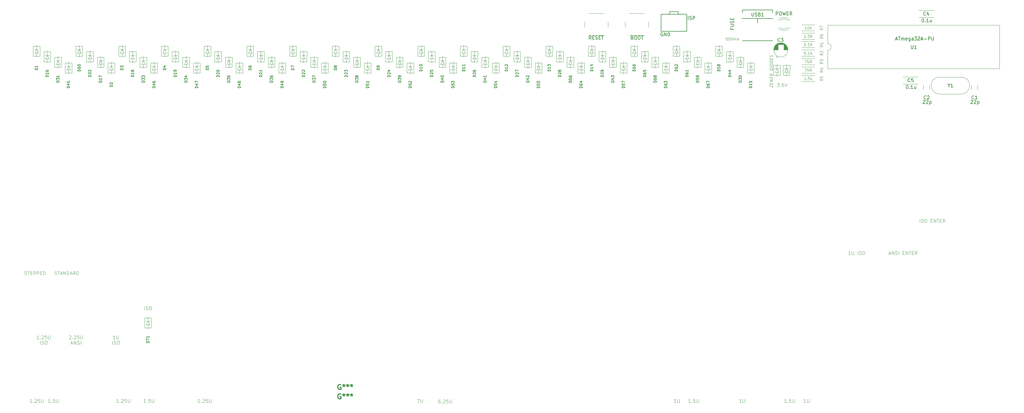
<source format=gto>
%TF.GenerationSoftware,KiCad,Pcbnew,8.0.2*%
%TF.CreationDate,2024-05-19T23:09:39-04:00*%
%TF.ProjectId,discipline-pcb,64697363-6970-46c6-996e-652d7063622e,1.0*%
%TF.SameCoordinates,Original*%
%TF.FileFunction,Legend,Top*%
%TF.FilePolarity,Positive*%
%FSLAX46Y46*%
G04 Gerber Fmt 4.6, Leading zero omitted, Abs format (unit mm)*
G04 Created by KiCad (PCBNEW 8.0.2) date 2024-05-19 23:09:39*
%MOMM*%
%LPD*%
G01*
G04 APERTURE LIST*
%ADD10C,0.120000*%
%ADD11C,0.100000*%
%ADD12C,0.150000*%
%ADD13C,0.300000*%
%ADD14C,0.203200*%
%ADD15C,0.200000*%
G04 APERTURE END LIST*
D10*
X282517900Y-75514282D02*
X282762872Y-75251812D01*
X286734918Y-75251812D02*
X286979890Y-74989342D01*
X285400010Y-75514666D02*
X285644982Y-75252196D01*
X283865246Y-75251812D02*
X284110218Y-74989342D01*
D11*
X87893282Y-174483653D02*
X87321854Y-174483653D01*
X87607568Y-174483653D02*
X87607568Y-173483653D01*
X87607568Y-173483653D02*
X87512330Y-173626510D01*
X87512330Y-173626510D02*
X87417092Y-173721748D01*
X87417092Y-173721748D02*
X87321854Y-173769367D01*
X88321854Y-174388414D02*
X88369473Y-174436034D01*
X88369473Y-174436034D02*
X88321854Y-174483653D01*
X88321854Y-174483653D02*
X88274235Y-174436034D01*
X88274235Y-174436034D02*
X88321854Y-174388414D01*
X88321854Y-174388414D02*
X88321854Y-174483653D01*
X88750425Y-173578891D02*
X88798044Y-173531272D01*
X88798044Y-173531272D02*
X88893282Y-173483653D01*
X88893282Y-173483653D02*
X89131377Y-173483653D01*
X89131377Y-173483653D02*
X89226615Y-173531272D01*
X89226615Y-173531272D02*
X89274234Y-173578891D01*
X89274234Y-173578891D02*
X89321853Y-173674129D01*
X89321853Y-173674129D02*
X89321853Y-173769367D01*
X89321853Y-173769367D02*
X89274234Y-173912224D01*
X89274234Y-173912224D02*
X88702806Y-174483653D01*
X88702806Y-174483653D02*
X89321853Y-174483653D01*
X90226615Y-173483653D02*
X89750425Y-173483653D01*
X89750425Y-173483653D02*
X89702806Y-173959843D01*
X89702806Y-173959843D02*
X89750425Y-173912224D01*
X89750425Y-173912224D02*
X89845663Y-173864605D01*
X89845663Y-173864605D02*
X90083758Y-173864605D01*
X90083758Y-173864605D02*
X90178996Y-173912224D01*
X90178996Y-173912224D02*
X90226615Y-173959843D01*
X90226615Y-173959843D02*
X90274234Y-174055081D01*
X90274234Y-174055081D02*
X90274234Y-174293176D01*
X90274234Y-174293176D02*
X90226615Y-174388414D01*
X90226615Y-174388414D02*
X90178996Y-174436034D01*
X90178996Y-174436034D02*
X90083758Y-174483653D01*
X90083758Y-174483653D02*
X89845663Y-174483653D01*
X89845663Y-174483653D02*
X89750425Y-174436034D01*
X89750425Y-174436034D02*
X89702806Y-174388414D01*
X90702806Y-173483653D02*
X90702806Y-174293176D01*
X90702806Y-174293176D02*
X90750425Y-174388414D01*
X90750425Y-174388414D02*
X90798044Y-174436034D01*
X90798044Y-174436034D02*
X90893282Y-174483653D01*
X90893282Y-174483653D02*
X91083758Y-174483653D01*
X91083758Y-174483653D02*
X91178996Y-174436034D01*
X91178996Y-174436034D02*
X91226615Y-174388414D01*
X91226615Y-174388414D02*
X91274234Y-174293176D01*
X91274234Y-174293176D02*
X91274234Y-173483653D01*
X112040062Y-174483653D02*
X111468634Y-174483653D01*
X111754348Y-174483653D02*
X111754348Y-173483653D01*
X111754348Y-173483653D02*
X111659110Y-173626510D01*
X111659110Y-173626510D02*
X111563872Y-173721748D01*
X111563872Y-173721748D02*
X111468634Y-173769367D01*
X112468634Y-174388414D02*
X112516253Y-174436034D01*
X112516253Y-174436034D02*
X112468634Y-174483653D01*
X112468634Y-174483653D02*
X112421015Y-174436034D01*
X112421015Y-174436034D02*
X112468634Y-174388414D01*
X112468634Y-174388414D02*
X112468634Y-174483653D01*
X112897205Y-173578891D02*
X112944824Y-173531272D01*
X112944824Y-173531272D02*
X113040062Y-173483653D01*
X113040062Y-173483653D02*
X113278157Y-173483653D01*
X113278157Y-173483653D02*
X113373395Y-173531272D01*
X113373395Y-173531272D02*
X113421014Y-173578891D01*
X113421014Y-173578891D02*
X113468633Y-173674129D01*
X113468633Y-173674129D02*
X113468633Y-173769367D01*
X113468633Y-173769367D02*
X113421014Y-173912224D01*
X113421014Y-173912224D02*
X112849586Y-174483653D01*
X112849586Y-174483653D02*
X113468633Y-174483653D01*
X114373395Y-173483653D02*
X113897205Y-173483653D01*
X113897205Y-173483653D02*
X113849586Y-173959843D01*
X113849586Y-173959843D02*
X113897205Y-173912224D01*
X113897205Y-173912224D02*
X113992443Y-173864605D01*
X113992443Y-173864605D02*
X114230538Y-173864605D01*
X114230538Y-173864605D02*
X114325776Y-173912224D01*
X114325776Y-173912224D02*
X114373395Y-173959843D01*
X114373395Y-173959843D02*
X114421014Y-174055081D01*
X114421014Y-174055081D02*
X114421014Y-174293176D01*
X114421014Y-174293176D02*
X114373395Y-174388414D01*
X114373395Y-174388414D02*
X114325776Y-174436034D01*
X114325776Y-174436034D02*
X114230538Y-174483653D01*
X114230538Y-174483653D02*
X113992443Y-174483653D01*
X113992443Y-174483653D02*
X113897205Y-174436034D01*
X113897205Y-174436034D02*
X113849586Y-174388414D01*
X114849586Y-173483653D02*
X114849586Y-174293176D01*
X114849586Y-174293176D02*
X114897205Y-174388414D01*
X114897205Y-174388414D02*
X114944824Y-174436034D01*
X114944824Y-174436034D02*
X115040062Y-174483653D01*
X115040062Y-174483653D02*
X115230538Y-174483653D01*
X115230538Y-174483653D02*
X115325776Y-174436034D01*
X115325776Y-174436034D02*
X115373395Y-174388414D01*
X115373395Y-174388414D02*
X115421014Y-174293176D01*
X115421014Y-174293176D02*
X115421014Y-173483653D01*
X67634738Y-174483653D02*
X67063310Y-174483653D01*
X67349024Y-174483653D02*
X67349024Y-173483653D01*
X67349024Y-173483653D02*
X67253786Y-173626510D01*
X67253786Y-173626510D02*
X67158548Y-173721748D01*
X67158548Y-173721748D02*
X67063310Y-173769367D01*
X68063310Y-174388414D02*
X68110929Y-174436034D01*
X68110929Y-174436034D02*
X68063310Y-174483653D01*
X68063310Y-174483653D02*
X68015691Y-174436034D01*
X68015691Y-174436034D02*
X68063310Y-174388414D01*
X68063310Y-174388414D02*
X68063310Y-174483653D01*
X69015690Y-173483653D02*
X68539500Y-173483653D01*
X68539500Y-173483653D02*
X68491881Y-173959843D01*
X68491881Y-173959843D02*
X68539500Y-173912224D01*
X68539500Y-173912224D02*
X68634738Y-173864605D01*
X68634738Y-173864605D02*
X68872833Y-173864605D01*
X68872833Y-173864605D02*
X68968071Y-173912224D01*
X68968071Y-173912224D02*
X69015690Y-173959843D01*
X69015690Y-173959843D02*
X69063309Y-174055081D01*
X69063309Y-174055081D02*
X69063309Y-174293176D01*
X69063309Y-174293176D02*
X69015690Y-174388414D01*
X69015690Y-174388414D02*
X68968071Y-174436034D01*
X68968071Y-174436034D02*
X68872833Y-174483653D01*
X68872833Y-174483653D02*
X68634738Y-174483653D01*
X68634738Y-174483653D02*
X68539500Y-174436034D01*
X68539500Y-174436034D02*
X68491881Y-174388414D01*
X69491881Y-173483653D02*
X69491881Y-174293176D01*
X69491881Y-174293176D02*
X69539500Y-174388414D01*
X69539500Y-174388414D02*
X69587119Y-174436034D01*
X69587119Y-174436034D02*
X69682357Y-174483653D01*
X69682357Y-174483653D02*
X69872833Y-174483653D01*
X69872833Y-174483653D02*
X69968071Y-174436034D01*
X69968071Y-174436034D02*
X70015690Y-174388414D01*
X70015690Y-174388414D02*
X70063309Y-174293176D01*
X70063309Y-174293176D02*
X70063309Y-173483653D01*
X95980958Y-174483653D02*
X95409530Y-174483653D01*
X95695244Y-174483653D02*
X95695244Y-173483653D01*
X95695244Y-173483653D02*
X95600006Y-173626510D01*
X95600006Y-173626510D02*
X95504768Y-173721748D01*
X95504768Y-173721748D02*
X95409530Y-173769367D01*
X96409530Y-174388414D02*
X96457149Y-174436034D01*
X96457149Y-174436034D02*
X96409530Y-174483653D01*
X96409530Y-174483653D02*
X96361911Y-174436034D01*
X96361911Y-174436034D02*
X96409530Y-174388414D01*
X96409530Y-174388414D02*
X96409530Y-174483653D01*
X97361910Y-173483653D02*
X96885720Y-173483653D01*
X96885720Y-173483653D02*
X96838101Y-173959843D01*
X96838101Y-173959843D02*
X96885720Y-173912224D01*
X96885720Y-173912224D02*
X96980958Y-173864605D01*
X96980958Y-173864605D02*
X97219053Y-173864605D01*
X97219053Y-173864605D02*
X97314291Y-173912224D01*
X97314291Y-173912224D02*
X97361910Y-173959843D01*
X97361910Y-173959843D02*
X97409529Y-174055081D01*
X97409529Y-174055081D02*
X97409529Y-174293176D01*
X97409529Y-174293176D02*
X97361910Y-174388414D01*
X97361910Y-174388414D02*
X97314291Y-174436034D01*
X97314291Y-174436034D02*
X97219053Y-174483653D01*
X97219053Y-174483653D02*
X96980958Y-174483653D01*
X96980958Y-174483653D02*
X96885720Y-174436034D01*
X96885720Y-174436034D02*
X96838101Y-174388414D01*
X97838101Y-173483653D02*
X97838101Y-174293176D01*
X97838101Y-174293176D02*
X97885720Y-174388414D01*
X97885720Y-174388414D02*
X97933339Y-174436034D01*
X97933339Y-174436034D02*
X98028577Y-174483653D01*
X98028577Y-174483653D02*
X98219053Y-174483653D01*
X98219053Y-174483653D02*
X98314291Y-174436034D01*
X98314291Y-174436034D02*
X98361910Y-174388414D01*
X98361910Y-174388414D02*
X98409529Y-174293176D01*
X98409529Y-174293176D02*
X98409529Y-173483653D01*
X257623200Y-174483653D02*
X257051772Y-174483653D01*
X257337486Y-174483653D02*
X257337486Y-173483653D01*
X257337486Y-173483653D02*
X257242248Y-173626510D01*
X257242248Y-173626510D02*
X257147010Y-173721748D01*
X257147010Y-173721748D02*
X257051772Y-173769367D01*
X258051772Y-174388414D02*
X258099391Y-174436034D01*
X258099391Y-174436034D02*
X258051772Y-174483653D01*
X258051772Y-174483653D02*
X258004153Y-174436034D01*
X258004153Y-174436034D02*
X258051772Y-174388414D01*
X258051772Y-174388414D02*
X258051772Y-174483653D01*
X259004152Y-173483653D02*
X258527962Y-173483653D01*
X258527962Y-173483653D02*
X258480343Y-173959843D01*
X258480343Y-173959843D02*
X258527962Y-173912224D01*
X258527962Y-173912224D02*
X258623200Y-173864605D01*
X258623200Y-173864605D02*
X258861295Y-173864605D01*
X258861295Y-173864605D02*
X258956533Y-173912224D01*
X258956533Y-173912224D02*
X259004152Y-173959843D01*
X259004152Y-173959843D02*
X259051771Y-174055081D01*
X259051771Y-174055081D02*
X259051771Y-174293176D01*
X259051771Y-174293176D02*
X259004152Y-174388414D01*
X259004152Y-174388414D02*
X258956533Y-174436034D01*
X258956533Y-174436034D02*
X258861295Y-174483653D01*
X258861295Y-174483653D02*
X258623200Y-174483653D01*
X258623200Y-174483653D02*
X258527962Y-174436034D01*
X258527962Y-174436034D02*
X258480343Y-174388414D01*
X259480343Y-173483653D02*
X259480343Y-174293176D01*
X259480343Y-174293176D02*
X259527962Y-174388414D01*
X259527962Y-174388414D02*
X259575581Y-174436034D01*
X259575581Y-174436034D02*
X259670819Y-174483653D01*
X259670819Y-174483653D02*
X259861295Y-174483653D01*
X259861295Y-174483653D02*
X259956533Y-174436034D01*
X259956533Y-174436034D02*
X260004152Y-174388414D01*
X260004152Y-174388414D02*
X260051771Y-174293176D01*
X260051771Y-174293176D02*
X260051771Y-173483653D01*
X286110604Y-174483653D02*
X285539176Y-174483653D01*
X285824890Y-174483653D02*
X285824890Y-173483653D01*
X285824890Y-173483653D02*
X285729652Y-173626510D01*
X285729652Y-173626510D02*
X285634414Y-173721748D01*
X285634414Y-173721748D02*
X285539176Y-173769367D01*
X286539176Y-174388414D02*
X286586795Y-174436034D01*
X286586795Y-174436034D02*
X286539176Y-174483653D01*
X286539176Y-174483653D02*
X286491557Y-174436034D01*
X286491557Y-174436034D02*
X286539176Y-174388414D01*
X286539176Y-174388414D02*
X286539176Y-174483653D01*
X287491556Y-173483653D02*
X287015366Y-173483653D01*
X287015366Y-173483653D02*
X286967747Y-173959843D01*
X286967747Y-173959843D02*
X287015366Y-173912224D01*
X287015366Y-173912224D02*
X287110604Y-173864605D01*
X287110604Y-173864605D02*
X287348699Y-173864605D01*
X287348699Y-173864605D02*
X287443937Y-173912224D01*
X287443937Y-173912224D02*
X287491556Y-173959843D01*
X287491556Y-173959843D02*
X287539175Y-174055081D01*
X287539175Y-174055081D02*
X287539175Y-174293176D01*
X287539175Y-174293176D02*
X287491556Y-174388414D01*
X287491556Y-174388414D02*
X287443937Y-174436034D01*
X287443937Y-174436034D02*
X287348699Y-174483653D01*
X287348699Y-174483653D02*
X287110604Y-174483653D01*
X287110604Y-174483653D02*
X287015366Y-174436034D01*
X287015366Y-174436034D02*
X286967747Y-174388414D01*
X287967747Y-173483653D02*
X287967747Y-174293176D01*
X287967747Y-174293176D02*
X288015366Y-174388414D01*
X288015366Y-174388414D02*
X288062985Y-174436034D01*
X288062985Y-174436034D02*
X288158223Y-174483653D01*
X288158223Y-174483653D02*
X288348699Y-174483653D01*
X288348699Y-174483653D02*
X288443937Y-174436034D01*
X288443937Y-174436034D02*
X288491556Y-174388414D01*
X288491556Y-174388414D02*
X288539175Y-174293176D01*
X288539175Y-174293176D02*
X288539175Y-173483653D01*
X60056418Y-136431102D02*
X60199275Y-136478721D01*
X60199275Y-136478721D02*
X60437370Y-136478721D01*
X60437370Y-136478721D02*
X60532608Y-136431102D01*
X60532608Y-136431102D02*
X60580227Y-136383482D01*
X60580227Y-136383482D02*
X60627846Y-136288244D01*
X60627846Y-136288244D02*
X60627846Y-136193006D01*
X60627846Y-136193006D02*
X60580227Y-136097768D01*
X60580227Y-136097768D02*
X60532608Y-136050149D01*
X60532608Y-136050149D02*
X60437370Y-136002530D01*
X60437370Y-136002530D02*
X60246894Y-135954911D01*
X60246894Y-135954911D02*
X60151656Y-135907292D01*
X60151656Y-135907292D02*
X60104037Y-135859673D01*
X60104037Y-135859673D02*
X60056418Y-135764435D01*
X60056418Y-135764435D02*
X60056418Y-135669197D01*
X60056418Y-135669197D02*
X60104037Y-135573959D01*
X60104037Y-135573959D02*
X60151656Y-135526340D01*
X60151656Y-135526340D02*
X60246894Y-135478721D01*
X60246894Y-135478721D02*
X60484989Y-135478721D01*
X60484989Y-135478721D02*
X60627846Y-135526340D01*
X60913561Y-135478721D02*
X61484989Y-135478721D01*
X61199275Y-136478721D02*
X61199275Y-135478721D01*
X61818323Y-135954911D02*
X62151656Y-135954911D01*
X62294513Y-136478721D02*
X61818323Y-136478721D01*
X61818323Y-136478721D02*
X61818323Y-135478721D01*
X61818323Y-135478721D02*
X62294513Y-135478721D01*
X62723085Y-136478721D02*
X62723085Y-135478721D01*
X62723085Y-135478721D02*
X63104037Y-135478721D01*
X63104037Y-135478721D02*
X63199275Y-135526340D01*
X63199275Y-135526340D02*
X63246894Y-135573959D01*
X63246894Y-135573959D02*
X63294513Y-135669197D01*
X63294513Y-135669197D02*
X63294513Y-135812054D01*
X63294513Y-135812054D02*
X63246894Y-135907292D01*
X63246894Y-135907292D02*
X63199275Y-135954911D01*
X63199275Y-135954911D02*
X63104037Y-136002530D01*
X63104037Y-136002530D02*
X62723085Y-136002530D01*
X63723085Y-136478721D02*
X63723085Y-135478721D01*
X63723085Y-135478721D02*
X64104037Y-135478721D01*
X64104037Y-135478721D02*
X64199275Y-135526340D01*
X64199275Y-135526340D02*
X64246894Y-135573959D01*
X64246894Y-135573959D02*
X64294513Y-135669197D01*
X64294513Y-135669197D02*
X64294513Y-135812054D01*
X64294513Y-135812054D02*
X64246894Y-135907292D01*
X64246894Y-135907292D02*
X64199275Y-135954911D01*
X64199275Y-135954911D02*
X64104037Y-136002530D01*
X64104037Y-136002530D02*
X63723085Y-136002530D01*
X64723085Y-135954911D02*
X65056418Y-135954911D01*
X65199275Y-136478721D02*
X64723085Y-136478721D01*
X64723085Y-136478721D02*
X64723085Y-135478721D01*
X64723085Y-135478721D02*
X65199275Y-135478721D01*
X65627847Y-136478721D02*
X65627847Y-135478721D01*
X65627847Y-135478721D02*
X65865942Y-135478721D01*
X65865942Y-135478721D02*
X66008799Y-135526340D01*
X66008799Y-135526340D02*
X66104037Y-135621578D01*
X66104037Y-135621578D02*
X66151656Y-135716816D01*
X66151656Y-135716816D02*
X66199275Y-135907292D01*
X66199275Y-135907292D02*
X66199275Y-136050149D01*
X66199275Y-136050149D02*
X66151656Y-136240625D01*
X66151656Y-136240625D02*
X66104037Y-136335863D01*
X66104037Y-136335863D02*
X66008799Y-136431102D01*
X66008799Y-136431102D02*
X65865942Y-136478721D01*
X65865942Y-136478721D02*
X65627847Y-136478721D01*
X68976475Y-136431102D02*
X69119332Y-136478721D01*
X69119332Y-136478721D02*
X69357427Y-136478721D01*
X69357427Y-136478721D02*
X69452665Y-136431102D01*
X69452665Y-136431102D02*
X69500284Y-136383482D01*
X69500284Y-136383482D02*
X69547903Y-136288244D01*
X69547903Y-136288244D02*
X69547903Y-136193006D01*
X69547903Y-136193006D02*
X69500284Y-136097768D01*
X69500284Y-136097768D02*
X69452665Y-136050149D01*
X69452665Y-136050149D02*
X69357427Y-136002530D01*
X69357427Y-136002530D02*
X69166951Y-135954911D01*
X69166951Y-135954911D02*
X69071713Y-135907292D01*
X69071713Y-135907292D02*
X69024094Y-135859673D01*
X69024094Y-135859673D02*
X68976475Y-135764435D01*
X68976475Y-135764435D02*
X68976475Y-135669197D01*
X68976475Y-135669197D02*
X69024094Y-135573959D01*
X69024094Y-135573959D02*
X69071713Y-135526340D01*
X69071713Y-135526340D02*
X69166951Y-135478721D01*
X69166951Y-135478721D02*
X69405046Y-135478721D01*
X69405046Y-135478721D02*
X69547903Y-135526340D01*
X69833618Y-135478721D02*
X70405046Y-135478721D01*
X70119332Y-136478721D02*
X70119332Y-135478721D01*
X70690761Y-136193006D02*
X71166951Y-136193006D01*
X70595523Y-136478721D02*
X70928856Y-135478721D01*
X70928856Y-135478721D02*
X71262189Y-136478721D01*
X71595523Y-136478721D02*
X71595523Y-135478721D01*
X71595523Y-135478721D02*
X72166951Y-136478721D01*
X72166951Y-136478721D02*
X72166951Y-135478721D01*
X72643142Y-136478721D02*
X72643142Y-135478721D01*
X72643142Y-135478721D02*
X72881237Y-135478721D01*
X72881237Y-135478721D02*
X73024094Y-135526340D01*
X73024094Y-135526340D02*
X73119332Y-135621578D01*
X73119332Y-135621578D02*
X73166951Y-135716816D01*
X73166951Y-135716816D02*
X73214570Y-135907292D01*
X73214570Y-135907292D02*
X73214570Y-136050149D01*
X73214570Y-136050149D02*
X73166951Y-136240625D01*
X73166951Y-136240625D02*
X73119332Y-136335863D01*
X73119332Y-136335863D02*
X73024094Y-136431102D01*
X73024094Y-136431102D02*
X72881237Y-136478721D01*
X72881237Y-136478721D02*
X72643142Y-136478721D01*
X73595523Y-136193006D02*
X74071713Y-136193006D01*
X73500285Y-136478721D02*
X73833618Y-135478721D01*
X73833618Y-135478721D02*
X74166951Y-136478721D01*
X75071713Y-136478721D02*
X74738380Y-136002530D01*
X74500285Y-136478721D02*
X74500285Y-135478721D01*
X74500285Y-135478721D02*
X74881237Y-135478721D01*
X74881237Y-135478721D02*
X74976475Y-135526340D01*
X74976475Y-135526340D02*
X75024094Y-135573959D01*
X75024094Y-135573959D02*
X75071713Y-135669197D01*
X75071713Y-135669197D02*
X75071713Y-135812054D01*
X75071713Y-135812054D02*
X75024094Y-135907292D01*
X75024094Y-135907292D02*
X74976475Y-135954911D01*
X74976475Y-135954911D02*
X74881237Y-136002530D01*
X74881237Y-136002530D02*
X74500285Y-136002530D01*
X75500285Y-136478721D02*
X75500285Y-135478721D01*
X75500285Y-135478721D02*
X75738380Y-135478721D01*
X75738380Y-135478721D02*
X75881237Y-135526340D01*
X75881237Y-135526340D02*
X75976475Y-135621578D01*
X75976475Y-135621578D02*
X76024094Y-135716816D01*
X76024094Y-135716816D02*
X76071713Y-135907292D01*
X76071713Y-135907292D02*
X76071713Y-136050149D01*
X76071713Y-136050149D02*
X76024094Y-136240625D01*
X76024094Y-136240625D02*
X75976475Y-136335863D01*
X75976475Y-136335863D02*
X75881237Y-136431102D01*
X75881237Y-136431102D02*
X75738380Y-136478721D01*
X75738380Y-136478721D02*
X75500285Y-136478721D01*
X253350650Y-174483653D02*
X252779222Y-174483653D01*
X253064936Y-174483653D02*
X253064936Y-173483653D01*
X253064936Y-173483653D02*
X252969698Y-173626510D01*
X252969698Y-173626510D02*
X252874460Y-173721748D01*
X252874460Y-173721748D02*
X252779222Y-173769367D01*
X253779222Y-173483653D02*
X253779222Y-174293176D01*
X253779222Y-174293176D02*
X253826841Y-174388414D01*
X253826841Y-174388414D02*
X253874460Y-174436034D01*
X253874460Y-174436034D02*
X253969698Y-174483653D01*
X253969698Y-174483653D02*
X254160174Y-174483653D01*
X254160174Y-174483653D02*
X254255412Y-174436034D01*
X254255412Y-174436034D02*
X254303031Y-174388414D01*
X254303031Y-174388414D02*
X254350650Y-174293176D01*
X254350650Y-174293176D02*
X254350650Y-173483653D01*
X272760892Y-174483653D02*
X272189464Y-174483653D01*
X272475178Y-174483653D02*
X272475178Y-173483653D01*
X272475178Y-173483653D02*
X272379940Y-173626510D01*
X272379940Y-173626510D02*
X272284702Y-173721748D01*
X272284702Y-173721748D02*
X272189464Y-173769367D01*
X273189464Y-173483653D02*
X273189464Y-174293176D01*
X273189464Y-174293176D02*
X273237083Y-174388414D01*
X273237083Y-174388414D02*
X273284702Y-174436034D01*
X273284702Y-174436034D02*
X273379940Y-174483653D01*
X273379940Y-174483653D02*
X273570416Y-174483653D01*
X273570416Y-174483653D02*
X273665654Y-174436034D01*
X273665654Y-174436034D02*
X273713273Y-174388414D01*
X273713273Y-174388414D02*
X273760892Y-174293176D01*
X273760892Y-174293176D02*
X273760892Y-173483653D01*
X291851210Y-174483653D02*
X291279782Y-174483653D01*
X291565496Y-174483653D02*
X291565496Y-173483653D01*
X291565496Y-173483653D02*
X291470258Y-173626510D01*
X291470258Y-173626510D02*
X291375020Y-173721748D01*
X291375020Y-173721748D02*
X291279782Y-173769367D01*
X292279782Y-173483653D02*
X292279782Y-174293176D01*
X292279782Y-174293176D02*
X292327401Y-174388414D01*
X292327401Y-174388414D02*
X292375020Y-174436034D01*
X292375020Y-174436034D02*
X292470258Y-174483653D01*
X292470258Y-174483653D02*
X292660734Y-174483653D01*
X292660734Y-174483653D02*
X292755972Y-174436034D01*
X292755972Y-174436034D02*
X292803591Y-174388414D01*
X292803591Y-174388414D02*
X292851210Y-174293176D01*
X292851210Y-174293176D02*
X292851210Y-173483653D01*
D12*
X228199556Y-66519013D02*
X227866223Y-66042822D01*
X227628128Y-66519013D02*
X227628128Y-65519013D01*
X227628128Y-65519013D02*
X228009080Y-65519013D01*
X228009080Y-65519013D02*
X228104318Y-65566632D01*
X228104318Y-65566632D02*
X228151937Y-65614251D01*
X228151937Y-65614251D02*
X228199556Y-65709489D01*
X228199556Y-65709489D02*
X228199556Y-65852346D01*
X228199556Y-65852346D02*
X228151937Y-65947584D01*
X228151937Y-65947584D02*
X228104318Y-65995203D01*
X228104318Y-65995203D02*
X228009080Y-66042822D01*
X228009080Y-66042822D02*
X227628128Y-66042822D01*
X228628128Y-65995203D02*
X228961461Y-65995203D01*
X229104318Y-66519013D02*
X228628128Y-66519013D01*
X228628128Y-66519013D02*
X228628128Y-65519013D01*
X228628128Y-65519013D02*
X229104318Y-65519013D01*
X229485271Y-66471394D02*
X229628128Y-66519013D01*
X229628128Y-66519013D02*
X229866223Y-66519013D01*
X229866223Y-66519013D02*
X229961461Y-66471394D01*
X229961461Y-66471394D02*
X230009080Y-66423774D01*
X230009080Y-66423774D02*
X230056699Y-66328536D01*
X230056699Y-66328536D02*
X230056699Y-66233298D01*
X230056699Y-66233298D02*
X230009080Y-66138060D01*
X230009080Y-66138060D02*
X229961461Y-66090441D01*
X229961461Y-66090441D02*
X229866223Y-66042822D01*
X229866223Y-66042822D02*
X229675747Y-65995203D01*
X229675747Y-65995203D02*
X229580509Y-65947584D01*
X229580509Y-65947584D02*
X229532890Y-65899965D01*
X229532890Y-65899965D02*
X229485271Y-65804727D01*
X229485271Y-65804727D02*
X229485271Y-65709489D01*
X229485271Y-65709489D02*
X229532890Y-65614251D01*
X229532890Y-65614251D02*
X229580509Y-65566632D01*
X229580509Y-65566632D02*
X229675747Y-65519013D01*
X229675747Y-65519013D02*
X229913842Y-65519013D01*
X229913842Y-65519013D02*
X230056699Y-65566632D01*
X230485271Y-65995203D02*
X230818604Y-65995203D01*
X230961461Y-66519013D02*
X230485271Y-66519013D01*
X230485271Y-66519013D02*
X230485271Y-65519013D01*
X230485271Y-65519013D02*
X230961461Y-65519013D01*
X231247176Y-65519013D02*
X231818604Y-65519013D01*
X231532890Y-66519013D02*
X231532890Y-65519013D01*
D11*
X291785363Y-70195980D02*
X291404411Y-70195980D01*
X291404411Y-70195980D02*
X291366315Y-70576932D01*
X291366315Y-70576932D02*
X291404411Y-70538837D01*
X291404411Y-70538837D02*
X291480601Y-70500742D01*
X291480601Y-70500742D02*
X291671077Y-70500742D01*
X291671077Y-70500742D02*
X291747268Y-70538837D01*
X291747268Y-70538837D02*
X291785363Y-70576932D01*
X291785363Y-70576932D02*
X291823458Y-70653123D01*
X291823458Y-70653123D02*
X291823458Y-70843599D01*
X291823458Y-70843599D02*
X291785363Y-70919789D01*
X291785363Y-70919789D02*
X291747268Y-70957885D01*
X291747268Y-70957885D02*
X291671077Y-70995980D01*
X291671077Y-70995980D02*
X291480601Y-70995980D01*
X291480601Y-70995980D02*
X291404411Y-70957885D01*
X291404411Y-70957885D02*
X291366315Y-70919789D01*
X292166316Y-70919789D02*
X292204411Y-70957885D01*
X292204411Y-70957885D02*
X292166316Y-70995980D01*
X292166316Y-70995980D02*
X292128220Y-70957885D01*
X292128220Y-70957885D02*
X292166316Y-70919789D01*
X292166316Y-70919789D02*
X292166316Y-70995980D01*
X292966315Y-70995980D02*
X292509172Y-70995980D01*
X292737744Y-70995980D02*
X292737744Y-70195980D01*
X292737744Y-70195980D02*
X292661553Y-70310265D01*
X292661553Y-70310265D02*
X292585363Y-70386456D01*
X292585363Y-70386456D02*
X292509172Y-70424551D01*
X293309173Y-70995980D02*
X293309173Y-70195980D01*
X293766316Y-70995980D02*
X293423458Y-70538837D01*
X293766316Y-70195980D02*
X293309173Y-70653123D01*
X283351446Y-79591173D02*
X283970493Y-79591173D01*
X283970493Y-79591173D02*
X283637160Y-79972125D01*
X283637160Y-79972125D02*
X283780017Y-79972125D01*
X283780017Y-79972125D02*
X283875255Y-80019744D01*
X283875255Y-80019744D02*
X283922874Y-80067363D01*
X283922874Y-80067363D02*
X283970493Y-80162601D01*
X283970493Y-80162601D02*
X283970493Y-80400696D01*
X283970493Y-80400696D02*
X283922874Y-80495934D01*
X283922874Y-80495934D02*
X283875255Y-80543554D01*
X283875255Y-80543554D02*
X283780017Y-80591173D01*
X283780017Y-80591173D02*
X283494303Y-80591173D01*
X283494303Y-80591173D02*
X283399065Y-80543554D01*
X283399065Y-80543554D02*
X283351446Y-80495934D01*
X284399065Y-80495934D02*
X284446684Y-80543554D01*
X284446684Y-80543554D02*
X284399065Y-80591173D01*
X284399065Y-80591173D02*
X284351446Y-80543554D01*
X284351446Y-80543554D02*
X284399065Y-80495934D01*
X284399065Y-80495934D02*
X284399065Y-80591173D01*
X285303826Y-79591173D02*
X285113350Y-79591173D01*
X285113350Y-79591173D02*
X285018112Y-79638792D01*
X285018112Y-79638792D02*
X284970493Y-79686411D01*
X284970493Y-79686411D02*
X284875255Y-79829268D01*
X284875255Y-79829268D02*
X284827636Y-80019744D01*
X284827636Y-80019744D02*
X284827636Y-80400696D01*
X284827636Y-80400696D02*
X284875255Y-80495934D01*
X284875255Y-80495934D02*
X284922874Y-80543554D01*
X284922874Y-80543554D02*
X285018112Y-80591173D01*
X285018112Y-80591173D02*
X285208588Y-80591173D01*
X285208588Y-80591173D02*
X285303826Y-80543554D01*
X285303826Y-80543554D02*
X285351445Y-80495934D01*
X285351445Y-80495934D02*
X285399064Y-80400696D01*
X285399064Y-80400696D02*
X285399064Y-80162601D01*
X285399064Y-80162601D02*
X285351445Y-80067363D01*
X285351445Y-80067363D02*
X285303826Y-80019744D01*
X285303826Y-80019744D02*
X285208588Y-79972125D01*
X285208588Y-79972125D02*
X285018112Y-79972125D01*
X285018112Y-79972125D02*
X284922874Y-80019744D01*
X284922874Y-80019744D02*
X284875255Y-80067363D01*
X284875255Y-80067363D02*
X284827636Y-80162601D01*
X285684779Y-79591173D02*
X286018112Y-80591173D01*
X286018112Y-80591173D02*
X286351445Y-79591173D01*
X62224205Y-174483653D02*
X61652777Y-174483653D01*
X61938491Y-174483653D02*
X61938491Y-173483653D01*
X61938491Y-173483653D02*
X61843253Y-173626510D01*
X61843253Y-173626510D02*
X61748015Y-173721748D01*
X61748015Y-173721748D02*
X61652777Y-173769367D01*
X62652777Y-174388414D02*
X62700396Y-174436034D01*
X62700396Y-174436034D02*
X62652777Y-174483653D01*
X62652777Y-174483653D02*
X62605158Y-174436034D01*
X62605158Y-174436034D02*
X62652777Y-174388414D01*
X62652777Y-174388414D02*
X62652777Y-174483653D01*
X63081348Y-173578891D02*
X63128967Y-173531272D01*
X63128967Y-173531272D02*
X63224205Y-173483653D01*
X63224205Y-173483653D02*
X63462300Y-173483653D01*
X63462300Y-173483653D02*
X63557538Y-173531272D01*
X63557538Y-173531272D02*
X63605157Y-173578891D01*
X63605157Y-173578891D02*
X63652776Y-173674129D01*
X63652776Y-173674129D02*
X63652776Y-173769367D01*
X63652776Y-173769367D02*
X63605157Y-173912224D01*
X63605157Y-173912224D02*
X63033729Y-174483653D01*
X63033729Y-174483653D02*
X63652776Y-174483653D01*
X64557538Y-173483653D02*
X64081348Y-173483653D01*
X64081348Y-173483653D02*
X64033729Y-173959843D01*
X64033729Y-173959843D02*
X64081348Y-173912224D01*
X64081348Y-173912224D02*
X64176586Y-173864605D01*
X64176586Y-173864605D02*
X64414681Y-173864605D01*
X64414681Y-173864605D02*
X64509919Y-173912224D01*
X64509919Y-173912224D02*
X64557538Y-173959843D01*
X64557538Y-173959843D02*
X64605157Y-174055081D01*
X64605157Y-174055081D02*
X64605157Y-174293176D01*
X64605157Y-174293176D02*
X64557538Y-174388414D01*
X64557538Y-174388414D02*
X64509919Y-174436034D01*
X64509919Y-174436034D02*
X64414681Y-174483653D01*
X64414681Y-174483653D02*
X64176586Y-174483653D01*
X64176586Y-174483653D02*
X64081348Y-174436034D01*
X64081348Y-174436034D02*
X64033729Y-174388414D01*
X65033729Y-173483653D02*
X65033729Y-174293176D01*
X65033729Y-174293176D02*
X65081348Y-174388414D01*
X65081348Y-174388414D02*
X65128967Y-174436034D01*
X65128967Y-174436034D02*
X65224205Y-174483653D01*
X65224205Y-174483653D02*
X65414681Y-174483653D01*
X65414681Y-174483653D02*
X65509919Y-174436034D01*
X65509919Y-174436034D02*
X65557538Y-174388414D01*
X65557538Y-174388414D02*
X65605157Y-174293176D01*
X65605157Y-174293176D02*
X65605157Y-173483653D01*
X73285600Y-154640085D02*
X73333219Y-154592466D01*
X73333219Y-154592466D02*
X73428457Y-154544847D01*
X73428457Y-154544847D02*
X73666552Y-154544847D01*
X73666552Y-154544847D02*
X73761790Y-154592466D01*
X73761790Y-154592466D02*
X73809409Y-154640085D01*
X73809409Y-154640085D02*
X73857028Y-154735323D01*
X73857028Y-154735323D02*
X73857028Y-154830561D01*
X73857028Y-154830561D02*
X73809409Y-154973418D01*
X73809409Y-154973418D02*
X73237981Y-155544847D01*
X73237981Y-155544847D02*
X73857028Y-155544847D01*
X74285600Y-155449608D02*
X74333219Y-155497228D01*
X74333219Y-155497228D02*
X74285600Y-155544847D01*
X74285600Y-155544847D02*
X74237981Y-155497228D01*
X74237981Y-155497228D02*
X74285600Y-155449608D01*
X74285600Y-155449608D02*
X74285600Y-155544847D01*
X74714171Y-154640085D02*
X74761790Y-154592466D01*
X74761790Y-154592466D02*
X74857028Y-154544847D01*
X74857028Y-154544847D02*
X75095123Y-154544847D01*
X75095123Y-154544847D02*
X75190361Y-154592466D01*
X75190361Y-154592466D02*
X75237980Y-154640085D01*
X75237980Y-154640085D02*
X75285599Y-154735323D01*
X75285599Y-154735323D02*
X75285599Y-154830561D01*
X75285599Y-154830561D02*
X75237980Y-154973418D01*
X75237980Y-154973418D02*
X74666552Y-155544847D01*
X74666552Y-155544847D02*
X75285599Y-155544847D01*
X76190361Y-154544847D02*
X75714171Y-154544847D01*
X75714171Y-154544847D02*
X75666552Y-155021037D01*
X75666552Y-155021037D02*
X75714171Y-154973418D01*
X75714171Y-154973418D02*
X75809409Y-154925799D01*
X75809409Y-154925799D02*
X76047504Y-154925799D01*
X76047504Y-154925799D02*
X76142742Y-154973418D01*
X76142742Y-154973418D02*
X76190361Y-155021037D01*
X76190361Y-155021037D02*
X76237980Y-155116275D01*
X76237980Y-155116275D02*
X76237980Y-155354370D01*
X76237980Y-155354370D02*
X76190361Y-155449608D01*
X76190361Y-155449608D02*
X76142742Y-155497228D01*
X76142742Y-155497228D02*
X76047504Y-155544847D01*
X76047504Y-155544847D02*
X75809409Y-155544847D01*
X75809409Y-155544847D02*
X75714171Y-155497228D01*
X75714171Y-155497228D02*
X75666552Y-155449608D01*
X76666552Y-154544847D02*
X76666552Y-155354370D01*
X76666552Y-155354370D02*
X76714171Y-155449608D01*
X76714171Y-155449608D02*
X76761790Y-155497228D01*
X76761790Y-155497228D02*
X76857028Y-155544847D01*
X76857028Y-155544847D02*
X77047504Y-155544847D01*
X77047504Y-155544847D02*
X77142742Y-155497228D01*
X77142742Y-155497228D02*
X77190361Y-155449608D01*
X77190361Y-155449608D02*
X77237980Y-155354370D01*
X77237980Y-155354370D02*
X77237980Y-154544847D01*
X73809410Y-156869076D02*
X74285600Y-156869076D01*
X73714172Y-157154791D02*
X74047505Y-156154791D01*
X74047505Y-156154791D02*
X74380838Y-157154791D01*
X74714172Y-157154791D02*
X74714172Y-156154791D01*
X74714172Y-156154791D02*
X75285600Y-157154791D01*
X75285600Y-157154791D02*
X75285600Y-156154791D01*
X75714172Y-157107172D02*
X75857029Y-157154791D01*
X75857029Y-157154791D02*
X76095124Y-157154791D01*
X76095124Y-157154791D02*
X76190362Y-157107172D01*
X76190362Y-157107172D02*
X76237981Y-157059552D01*
X76237981Y-157059552D02*
X76285600Y-156964314D01*
X76285600Y-156964314D02*
X76285600Y-156869076D01*
X76285600Y-156869076D02*
X76237981Y-156773838D01*
X76237981Y-156773838D02*
X76190362Y-156726219D01*
X76190362Y-156726219D02*
X76095124Y-156678600D01*
X76095124Y-156678600D02*
X75904648Y-156630981D01*
X75904648Y-156630981D02*
X75809410Y-156583362D01*
X75809410Y-156583362D02*
X75761791Y-156535743D01*
X75761791Y-156535743D02*
X75714172Y-156440505D01*
X75714172Y-156440505D02*
X75714172Y-156345267D01*
X75714172Y-156345267D02*
X75761791Y-156250029D01*
X75761791Y-156250029D02*
X75809410Y-156202410D01*
X75809410Y-156202410D02*
X75904648Y-156154791D01*
X75904648Y-156154791D02*
X76142743Y-156154791D01*
X76142743Y-156154791D02*
X76285600Y-156202410D01*
X76714172Y-157154791D02*
X76714172Y-156154791D01*
X64293928Y-155544847D02*
X63722500Y-155544847D01*
X64008214Y-155544847D02*
X64008214Y-154544847D01*
X64008214Y-154544847D02*
X63912976Y-154687704D01*
X63912976Y-154687704D02*
X63817738Y-154782942D01*
X63817738Y-154782942D02*
X63722500Y-154830561D01*
X64722500Y-155449608D02*
X64770119Y-155497228D01*
X64770119Y-155497228D02*
X64722500Y-155544847D01*
X64722500Y-155544847D02*
X64674881Y-155497228D01*
X64674881Y-155497228D02*
X64722500Y-155449608D01*
X64722500Y-155449608D02*
X64722500Y-155544847D01*
X65151071Y-154640085D02*
X65198690Y-154592466D01*
X65198690Y-154592466D02*
X65293928Y-154544847D01*
X65293928Y-154544847D02*
X65532023Y-154544847D01*
X65532023Y-154544847D02*
X65627261Y-154592466D01*
X65627261Y-154592466D02*
X65674880Y-154640085D01*
X65674880Y-154640085D02*
X65722499Y-154735323D01*
X65722499Y-154735323D02*
X65722499Y-154830561D01*
X65722499Y-154830561D02*
X65674880Y-154973418D01*
X65674880Y-154973418D02*
X65103452Y-155544847D01*
X65103452Y-155544847D02*
X65722499Y-155544847D01*
X66627261Y-154544847D02*
X66151071Y-154544847D01*
X66151071Y-154544847D02*
X66103452Y-155021037D01*
X66103452Y-155021037D02*
X66151071Y-154973418D01*
X66151071Y-154973418D02*
X66246309Y-154925799D01*
X66246309Y-154925799D02*
X66484404Y-154925799D01*
X66484404Y-154925799D02*
X66579642Y-154973418D01*
X66579642Y-154973418D02*
X66627261Y-155021037D01*
X66627261Y-155021037D02*
X66674880Y-155116275D01*
X66674880Y-155116275D02*
X66674880Y-155354370D01*
X66674880Y-155354370D02*
X66627261Y-155449608D01*
X66627261Y-155449608D02*
X66579642Y-155497228D01*
X66579642Y-155497228D02*
X66484404Y-155544847D01*
X66484404Y-155544847D02*
X66246309Y-155544847D01*
X66246309Y-155544847D02*
X66151071Y-155497228D01*
X66151071Y-155497228D02*
X66103452Y-155449608D01*
X67103452Y-154544847D02*
X67103452Y-155354370D01*
X67103452Y-155354370D02*
X67151071Y-155449608D01*
X67151071Y-155449608D02*
X67198690Y-155497228D01*
X67198690Y-155497228D02*
X67293928Y-155544847D01*
X67293928Y-155544847D02*
X67484404Y-155544847D01*
X67484404Y-155544847D02*
X67579642Y-155497228D01*
X67579642Y-155497228D02*
X67627261Y-155449608D01*
X67627261Y-155449608D02*
X67674880Y-155354370D01*
X67674880Y-155354370D02*
X67674880Y-154544847D01*
X64722500Y-157154791D02*
X64722500Y-156154791D01*
X65151071Y-157107172D02*
X65293928Y-157154791D01*
X65293928Y-157154791D02*
X65532023Y-157154791D01*
X65532023Y-157154791D02*
X65627261Y-157107172D01*
X65627261Y-157107172D02*
X65674880Y-157059552D01*
X65674880Y-157059552D02*
X65722499Y-156964314D01*
X65722499Y-156964314D02*
X65722499Y-156869076D01*
X65722499Y-156869076D02*
X65674880Y-156773838D01*
X65674880Y-156773838D02*
X65627261Y-156726219D01*
X65627261Y-156726219D02*
X65532023Y-156678600D01*
X65532023Y-156678600D02*
X65341547Y-156630981D01*
X65341547Y-156630981D02*
X65246309Y-156583362D01*
X65246309Y-156583362D02*
X65198690Y-156535743D01*
X65198690Y-156535743D02*
X65151071Y-156440505D01*
X65151071Y-156440505D02*
X65151071Y-156345267D01*
X65151071Y-156345267D02*
X65198690Y-156250029D01*
X65198690Y-156250029D02*
X65246309Y-156202410D01*
X65246309Y-156202410D02*
X65341547Y-156154791D01*
X65341547Y-156154791D02*
X65579642Y-156154791D01*
X65579642Y-156154791D02*
X65722499Y-156202410D01*
X66341547Y-156154791D02*
X66532023Y-156154791D01*
X66532023Y-156154791D02*
X66627261Y-156202410D01*
X66627261Y-156202410D02*
X66722499Y-156297648D01*
X66722499Y-156297648D02*
X66770118Y-156488124D01*
X66770118Y-156488124D02*
X66770118Y-156821457D01*
X66770118Y-156821457D02*
X66722499Y-157011933D01*
X66722499Y-157011933D02*
X66627261Y-157107172D01*
X66627261Y-157107172D02*
X66532023Y-157154791D01*
X66532023Y-157154791D02*
X66341547Y-157154791D01*
X66341547Y-157154791D02*
X66246309Y-157107172D01*
X66246309Y-157107172D02*
X66151071Y-157011933D01*
X66151071Y-157011933D02*
X66103452Y-156821457D01*
X66103452Y-156821457D02*
X66103452Y-156488124D01*
X66103452Y-156488124D02*
X66151071Y-156297648D01*
X66151071Y-156297648D02*
X66246309Y-156202410D01*
X66246309Y-156202410D02*
X66341547Y-156154791D01*
X86915654Y-155544847D02*
X86344226Y-155544847D01*
X86629940Y-155544847D02*
X86629940Y-154544847D01*
X86629940Y-154544847D02*
X86534702Y-154687704D01*
X86534702Y-154687704D02*
X86439464Y-154782942D01*
X86439464Y-154782942D02*
X86344226Y-154830561D01*
X87344226Y-154544847D02*
X87344226Y-155354370D01*
X87344226Y-155354370D02*
X87391845Y-155449608D01*
X87391845Y-155449608D02*
X87439464Y-155497228D01*
X87439464Y-155497228D02*
X87534702Y-155544847D01*
X87534702Y-155544847D02*
X87725178Y-155544847D01*
X87725178Y-155544847D02*
X87820416Y-155497228D01*
X87820416Y-155497228D02*
X87868035Y-155449608D01*
X87868035Y-155449608D02*
X87915654Y-155354370D01*
X87915654Y-155354370D02*
X87915654Y-154544847D01*
X86153750Y-157154791D02*
X86153750Y-156154791D01*
X86582321Y-157107172D02*
X86725178Y-157154791D01*
X86725178Y-157154791D02*
X86963273Y-157154791D01*
X86963273Y-157154791D02*
X87058511Y-157107172D01*
X87058511Y-157107172D02*
X87106130Y-157059552D01*
X87106130Y-157059552D02*
X87153749Y-156964314D01*
X87153749Y-156964314D02*
X87153749Y-156869076D01*
X87153749Y-156869076D02*
X87106130Y-156773838D01*
X87106130Y-156773838D02*
X87058511Y-156726219D01*
X87058511Y-156726219D02*
X86963273Y-156678600D01*
X86963273Y-156678600D02*
X86772797Y-156630981D01*
X86772797Y-156630981D02*
X86677559Y-156583362D01*
X86677559Y-156583362D02*
X86629940Y-156535743D01*
X86629940Y-156535743D02*
X86582321Y-156440505D01*
X86582321Y-156440505D02*
X86582321Y-156345267D01*
X86582321Y-156345267D02*
X86629940Y-156250029D01*
X86629940Y-156250029D02*
X86677559Y-156202410D01*
X86677559Y-156202410D02*
X86772797Y-156154791D01*
X86772797Y-156154791D02*
X87010892Y-156154791D01*
X87010892Y-156154791D02*
X87153749Y-156202410D01*
X87772797Y-156154791D02*
X87963273Y-156154791D01*
X87963273Y-156154791D02*
X88058511Y-156202410D01*
X88058511Y-156202410D02*
X88153749Y-156297648D01*
X88153749Y-156297648D02*
X88201368Y-156488124D01*
X88201368Y-156488124D02*
X88201368Y-156821457D01*
X88201368Y-156821457D02*
X88153749Y-157011933D01*
X88153749Y-157011933D02*
X88058511Y-157107172D01*
X88058511Y-157107172D02*
X87963273Y-157154791D01*
X87963273Y-157154791D02*
X87772797Y-157154791D01*
X87772797Y-157154791D02*
X87677559Y-157107172D01*
X87677559Y-157107172D02*
X87582321Y-157011933D01*
X87582321Y-157011933D02*
X87534702Y-156821457D01*
X87534702Y-156821457D02*
X87534702Y-156488124D01*
X87534702Y-156488124D02*
X87582321Y-156297648D01*
X87582321Y-156297648D02*
X87677559Y-156202410D01*
X87677559Y-156202410D02*
X87772797Y-156154791D01*
X316533733Y-130219704D02*
X317009923Y-130219704D01*
X316438495Y-130505419D02*
X316771828Y-129505419D01*
X316771828Y-129505419D02*
X317105161Y-130505419D01*
X317438495Y-130505419D02*
X317438495Y-129505419D01*
X317438495Y-129505419D02*
X318009923Y-130505419D01*
X318009923Y-130505419D02*
X318009923Y-129505419D01*
X318438495Y-130457800D02*
X318581352Y-130505419D01*
X318581352Y-130505419D02*
X318819447Y-130505419D01*
X318819447Y-130505419D02*
X318914685Y-130457800D01*
X318914685Y-130457800D02*
X318962304Y-130410180D01*
X318962304Y-130410180D02*
X319009923Y-130314942D01*
X319009923Y-130314942D02*
X319009923Y-130219704D01*
X319009923Y-130219704D02*
X318962304Y-130124466D01*
X318962304Y-130124466D02*
X318914685Y-130076847D01*
X318914685Y-130076847D02*
X318819447Y-130029228D01*
X318819447Y-130029228D02*
X318628971Y-129981609D01*
X318628971Y-129981609D02*
X318533733Y-129933990D01*
X318533733Y-129933990D02*
X318486114Y-129886371D01*
X318486114Y-129886371D02*
X318438495Y-129791133D01*
X318438495Y-129791133D02*
X318438495Y-129695895D01*
X318438495Y-129695895D02*
X318486114Y-129600657D01*
X318486114Y-129600657D02*
X318533733Y-129553038D01*
X318533733Y-129553038D02*
X318628971Y-129505419D01*
X318628971Y-129505419D02*
X318867066Y-129505419D01*
X318867066Y-129505419D02*
X319009923Y-129553038D01*
X319438495Y-130505419D02*
X319438495Y-129505419D01*
X320676590Y-129981609D02*
X321009923Y-129981609D01*
X321152780Y-130505419D02*
X320676590Y-130505419D01*
X320676590Y-130505419D02*
X320676590Y-129505419D01*
X320676590Y-129505419D02*
X321152780Y-129505419D01*
X321581352Y-130505419D02*
X321581352Y-129505419D01*
X321581352Y-129505419D02*
X322152780Y-130505419D01*
X322152780Y-130505419D02*
X322152780Y-129505419D01*
X322486114Y-129505419D02*
X323057542Y-129505419D01*
X322771828Y-130505419D02*
X322771828Y-129505419D01*
X323390876Y-129981609D02*
X323724209Y-129981609D01*
X323867066Y-130505419D02*
X323390876Y-130505419D01*
X323390876Y-130505419D02*
X323390876Y-129505419D01*
X323390876Y-129505419D02*
X323867066Y-129505419D01*
X324867066Y-130505419D02*
X324533733Y-130029228D01*
X324295638Y-130505419D02*
X324295638Y-129505419D01*
X324295638Y-129505419D02*
X324676590Y-129505419D01*
X324676590Y-129505419D02*
X324771828Y-129553038D01*
X324771828Y-129553038D02*
X324819447Y-129600657D01*
X324819447Y-129600657D02*
X324867066Y-129695895D01*
X324867066Y-129695895D02*
X324867066Y-129838752D01*
X324867066Y-129838752D02*
X324819447Y-129933990D01*
X324819447Y-129933990D02*
X324771828Y-129981609D01*
X324771828Y-129981609D02*
X324676590Y-130029228D01*
X324676590Y-130029228D02*
X324295638Y-130029228D01*
X325722124Y-120929619D02*
X325722124Y-119929619D01*
X326150695Y-120882000D02*
X326293552Y-120929619D01*
X326293552Y-120929619D02*
X326531647Y-120929619D01*
X326531647Y-120929619D02*
X326626885Y-120882000D01*
X326626885Y-120882000D02*
X326674504Y-120834380D01*
X326674504Y-120834380D02*
X326722123Y-120739142D01*
X326722123Y-120739142D02*
X326722123Y-120643904D01*
X326722123Y-120643904D02*
X326674504Y-120548666D01*
X326674504Y-120548666D02*
X326626885Y-120501047D01*
X326626885Y-120501047D02*
X326531647Y-120453428D01*
X326531647Y-120453428D02*
X326341171Y-120405809D01*
X326341171Y-120405809D02*
X326245933Y-120358190D01*
X326245933Y-120358190D02*
X326198314Y-120310571D01*
X326198314Y-120310571D02*
X326150695Y-120215333D01*
X326150695Y-120215333D02*
X326150695Y-120120095D01*
X326150695Y-120120095D02*
X326198314Y-120024857D01*
X326198314Y-120024857D02*
X326245933Y-119977238D01*
X326245933Y-119977238D02*
X326341171Y-119929619D01*
X326341171Y-119929619D02*
X326579266Y-119929619D01*
X326579266Y-119929619D02*
X326722123Y-119977238D01*
X327341171Y-119929619D02*
X327531647Y-119929619D01*
X327531647Y-119929619D02*
X327626885Y-119977238D01*
X327626885Y-119977238D02*
X327722123Y-120072476D01*
X327722123Y-120072476D02*
X327769742Y-120262952D01*
X327769742Y-120262952D02*
X327769742Y-120596285D01*
X327769742Y-120596285D02*
X327722123Y-120786761D01*
X327722123Y-120786761D02*
X327626885Y-120882000D01*
X327626885Y-120882000D02*
X327531647Y-120929619D01*
X327531647Y-120929619D02*
X327341171Y-120929619D01*
X327341171Y-120929619D02*
X327245933Y-120882000D01*
X327245933Y-120882000D02*
X327150695Y-120786761D01*
X327150695Y-120786761D02*
X327103076Y-120596285D01*
X327103076Y-120596285D02*
X327103076Y-120262952D01*
X327103076Y-120262952D02*
X327150695Y-120072476D01*
X327150695Y-120072476D02*
X327245933Y-119977238D01*
X327245933Y-119977238D02*
X327341171Y-119929619D01*
X328960219Y-120405809D02*
X329293552Y-120405809D01*
X329436409Y-120929619D02*
X328960219Y-120929619D01*
X328960219Y-120929619D02*
X328960219Y-119929619D01*
X328960219Y-119929619D02*
X329436409Y-119929619D01*
X329864981Y-120929619D02*
X329864981Y-119929619D01*
X329864981Y-119929619D02*
X330436409Y-120929619D01*
X330436409Y-120929619D02*
X330436409Y-119929619D01*
X330769743Y-119929619D02*
X331341171Y-119929619D01*
X331055457Y-120929619D02*
X331055457Y-119929619D01*
X331674505Y-120405809D02*
X332007838Y-120405809D01*
X332150695Y-120929619D02*
X331674505Y-120929619D01*
X331674505Y-120929619D02*
X331674505Y-119929619D01*
X331674505Y-119929619D02*
X332150695Y-119929619D01*
X333150695Y-120929619D02*
X332817362Y-120453428D01*
X332579267Y-120929619D02*
X332579267Y-119929619D01*
X332579267Y-119929619D02*
X332960219Y-119929619D01*
X332960219Y-119929619D02*
X333055457Y-119977238D01*
X333055457Y-119977238D02*
X333103076Y-120024857D01*
X333103076Y-120024857D02*
X333150695Y-120120095D01*
X333150695Y-120120095D02*
X333150695Y-120262952D01*
X333150695Y-120262952D02*
X333103076Y-120358190D01*
X333103076Y-120358190D02*
X333055457Y-120405809D01*
X333055457Y-120405809D02*
X332960219Y-120453428D01*
X332960219Y-120453428D02*
X332579267Y-120453428D01*
X305101857Y-130505419D02*
X304530429Y-130505419D01*
X304816143Y-130505419D02*
X304816143Y-129505419D01*
X304816143Y-129505419D02*
X304720905Y-129648276D01*
X304720905Y-129648276D02*
X304625667Y-129743514D01*
X304625667Y-129743514D02*
X304530429Y-129791133D01*
X305530429Y-129505419D02*
X305530429Y-130314942D01*
X305530429Y-130314942D02*
X305578048Y-130410180D01*
X305578048Y-130410180D02*
X305625667Y-130457800D01*
X305625667Y-130457800D02*
X305720905Y-130505419D01*
X305720905Y-130505419D02*
X305911381Y-130505419D01*
X305911381Y-130505419D02*
X306006619Y-130457800D01*
X306006619Y-130457800D02*
X306054238Y-130410180D01*
X306054238Y-130410180D02*
X306101857Y-130314942D01*
X306101857Y-130314942D02*
X306101857Y-129505419D01*
X307339953Y-130505419D02*
X307339953Y-129505419D01*
X307768524Y-130457800D02*
X307911381Y-130505419D01*
X307911381Y-130505419D02*
X308149476Y-130505419D01*
X308149476Y-130505419D02*
X308244714Y-130457800D01*
X308244714Y-130457800D02*
X308292333Y-130410180D01*
X308292333Y-130410180D02*
X308339952Y-130314942D01*
X308339952Y-130314942D02*
X308339952Y-130219704D01*
X308339952Y-130219704D02*
X308292333Y-130124466D01*
X308292333Y-130124466D02*
X308244714Y-130076847D01*
X308244714Y-130076847D02*
X308149476Y-130029228D01*
X308149476Y-130029228D02*
X307959000Y-129981609D01*
X307959000Y-129981609D02*
X307863762Y-129933990D01*
X307863762Y-129933990D02*
X307816143Y-129886371D01*
X307816143Y-129886371D02*
X307768524Y-129791133D01*
X307768524Y-129791133D02*
X307768524Y-129695895D01*
X307768524Y-129695895D02*
X307816143Y-129600657D01*
X307816143Y-129600657D02*
X307863762Y-129553038D01*
X307863762Y-129553038D02*
X307959000Y-129505419D01*
X307959000Y-129505419D02*
X308197095Y-129505419D01*
X308197095Y-129505419D02*
X308339952Y-129553038D01*
X308959000Y-129505419D02*
X309149476Y-129505419D01*
X309149476Y-129505419D02*
X309244714Y-129553038D01*
X309244714Y-129553038D02*
X309339952Y-129648276D01*
X309339952Y-129648276D02*
X309387571Y-129838752D01*
X309387571Y-129838752D02*
X309387571Y-130172085D01*
X309387571Y-130172085D02*
X309339952Y-130362561D01*
X309339952Y-130362561D02*
X309244714Y-130457800D01*
X309244714Y-130457800D02*
X309149476Y-130505419D01*
X309149476Y-130505419D02*
X308959000Y-130505419D01*
X308959000Y-130505419D02*
X308863762Y-130457800D01*
X308863762Y-130457800D02*
X308768524Y-130362561D01*
X308768524Y-130362561D02*
X308720905Y-130172085D01*
X308720905Y-130172085D02*
X308720905Y-129838752D01*
X308720905Y-129838752D02*
X308768524Y-129648276D01*
X308768524Y-129648276D02*
X308863762Y-129553038D01*
X308863762Y-129553038D02*
X308959000Y-129505419D01*
X95678750Y-146913819D02*
X95678750Y-145913819D01*
X96107321Y-146866200D02*
X96250178Y-146913819D01*
X96250178Y-146913819D02*
X96488273Y-146913819D01*
X96488273Y-146913819D02*
X96583511Y-146866200D01*
X96583511Y-146866200D02*
X96631130Y-146818580D01*
X96631130Y-146818580D02*
X96678749Y-146723342D01*
X96678749Y-146723342D02*
X96678749Y-146628104D01*
X96678749Y-146628104D02*
X96631130Y-146532866D01*
X96631130Y-146532866D02*
X96583511Y-146485247D01*
X96583511Y-146485247D02*
X96488273Y-146437628D01*
X96488273Y-146437628D02*
X96297797Y-146390009D01*
X96297797Y-146390009D02*
X96202559Y-146342390D01*
X96202559Y-146342390D02*
X96154940Y-146294771D01*
X96154940Y-146294771D02*
X96107321Y-146199533D01*
X96107321Y-146199533D02*
X96107321Y-146104295D01*
X96107321Y-146104295D02*
X96154940Y-146009057D01*
X96154940Y-146009057D02*
X96202559Y-145961438D01*
X96202559Y-145961438D02*
X96297797Y-145913819D01*
X96297797Y-145913819D02*
X96535892Y-145913819D01*
X96535892Y-145913819D02*
X96678749Y-145961438D01*
X97297797Y-145913819D02*
X97488273Y-145913819D01*
X97488273Y-145913819D02*
X97583511Y-145961438D01*
X97583511Y-145961438D02*
X97678749Y-146056676D01*
X97678749Y-146056676D02*
X97726368Y-146247152D01*
X97726368Y-146247152D02*
X97726368Y-146580485D01*
X97726368Y-146580485D02*
X97678749Y-146770961D01*
X97678749Y-146770961D02*
X97583511Y-146866200D01*
X97583511Y-146866200D02*
X97488273Y-146913819D01*
X97488273Y-146913819D02*
X97297797Y-146913819D01*
X97297797Y-146913819D02*
X97202559Y-146866200D01*
X97202559Y-146866200D02*
X97107321Y-146770961D01*
X97107321Y-146770961D02*
X97059702Y-146580485D01*
X97059702Y-146580485D02*
X97059702Y-146247152D01*
X97059702Y-146247152D02*
X97107321Y-146056676D01*
X97107321Y-146056676D02*
X97202559Y-145961438D01*
X97202559Y-145961438D02*
X97297797Y-145913819D01*
X268571435Y-65996540D02*
X268190483Y-65996540D01*
X268190483Y-65996540D02*
X268152387Y-66377492D01*
X268152387Y-66377492D02*
X268190483Y-66339397D01*
X268190483Y-66339397D02*
X268266673Y-66301302D01*
X268266673Y-66301302D02*
X268457149Y-66301302D01*
X268457149Y-66301302D02*
X268533340Y-66339397D01*
X268533340Y-66339397D02*
X268571435Y-66377492D01*
X268571435Y-66377492D02*
X268609530Y-66453683D01*
X268609530Y-66453683D02*
X268609530Y-66644159D01*
X268609530Y-66644159D02*
X268571435Y-66720349D01*
X268571435Y-66720349D02*
X268533340Y-66758445D01*
X268533340Y-66758445D02*
X268457149Y-66796540D01*
X268457149Y-66796540D02*
X268266673Y-66796540D01*
X268266673Y-66796540D02*
X268190483Y-66758445D01*
X268190483Y-66758445D02*
X268152387Y-66720349D01*
X269104769Y-65996540D02*
X269180959Y-65996540D01*
X269180959Y-65996540D02*
X269257150Y-66034635D01*
X269257150Y-66034635D02*
X269295245Y-66072730D01*
X269295245Y-66072730D02*
X269333340Y-66148921D01*
X269333340Y-66148921D02*
X269371435Y-66301302D01*
X269371435Y-66301302D02*
X269371435Y-66491778D01*
X269371435Y-66491778D02*
X269333340Y-66644159D01*
X269333340Y-66644159D02*
X269295245Y-66720349D01*
X269295245Y-66720349D02*
X269257150Y-66758445D01*
X269257150Y-66758445D02*
X269180959Y-66796540D01*
X269180959Y-66796540D02*
X269104769Y-66796540D01*
X269104769Y-66796540D02*
X269028578Y-66758445D01*
X269028578Y-66758445D02*
X268990483Y-66720349D01*
X268990483Y-66720349D02*
X268952388Y-66644159D01*
X268952388Y-66644159D02*
X268914292Y-66491778D01*
X268914292Y-66491778D02*
X268914292Y-66301302D01*
X268914292Y-66301302D02*
X268952388Y-66148921D01*
X268952388Y-66148921D02*
X268990483Y-66072730D01*
X268990483Y-66072730D02*
X269028578Y-66034635D01*
X269028578Y-66034635D02*
X269104769Y-65996540D01*
X269866674Y-65996540D02*
X269942864Y-65996540D01*
X269942864Y-65996540D02*
X270019055Y-66034635D01*
X270019055Y-66034635D02*
X270057150Y-66072730D01*
X270057150Y-66072730D02*
X270095245Y-66148921D01*
X270095245Y-66148921D02*
X270133340Y-66301302D01*
X270133340Y-66301302D02*
X270133340Y-66491778D01*
X270133340Y-66491778D02*
X270095245Y-66644159D01*
X270095245Y-66644159D02*
X270057150Y-66720349D01*
X270057150Y-66720349D02*
X270019055Y-66758445D01*
X270019055Y-66758445D02*
X269942864Y-66796540D01*
X269942864Y-66796540D02*
X269866674Y-66796540D01*
X269866674Y-66796540D02*
X269790483Y-66758445D01*
X269790483Y-66758445D02*
X269752388Y-66720349D01*
X269752388Y-66720349D02*
X269714293Y-66644159D01*
X269714293Y-66644159D02*
X269676197Y-66491778D01*
X269676197Y-66491778D02*
X269676197Y-66301302D01*
X269676197Y-66301302D02*
X269714293Y-66148921D01*
X269714293Y-66148921D02*
X269752388Y-66072730D01*
X269752388Y-66072730D02*
X269790483Y-66034635D01*
X269790483Y-66034635D02*
X269866674Y-65996540D01*
X270476198Y-66796540D02*
X270476198Y-66263206D01*
X270476198Y-66339397D02*
X270514293Y-66301302D01*
X270514293Y-66301302D02*
X270590483Y-66263206D01*
X270590483Y-66263206D02*
X270704769Y-66263206D01*
X270704769Y-66263206D02*
X270780960Y-66301302D01*
X270780960Y-66301302D02*
X270819055Y-66377492D01*
X270819055Y-66377492D02*
X270819055Y-66796540D01*
X270819055Y-66377492D02*
X270857150Y-66301302D01*
X270857150Y-66301302D02*
X270933341Y-66263206D01*
X270933341Y-66263206D02*
X271047626Y-66263206D01*
X271047626Y-66263206D02*
X271123817Y-66301302D01*
X271123817Y-66301302D02*
X271161912Y-66377492D01*
X271161912Y-66377492D02*
X271161912Y-66796540D01*
X271504769Y-66567968D02*
X271885722Y-66567968D01*
X271428579Y-66796540D02*
X271695246Y-65996540D01*
X271695246Y-65996540D02*
X271961912Y-66796540D01*
D12*
X283095546Y-59328503D02*
X283095546Y-58328503D01*
X283095546Y-58328503D02*
X283476498Y-58328503D01*
X283476498Y-58328503D02*
X283571736Y-58376122D01*
X283571736Y-58376122D02*
X283619355Y-58423741D01*
X283619355Y-58423741D02*
X283666974Y-58518979D01*
X283666974Y-58518979D02*
X283666974Y-58661836D01*
X283666974Y-58661836D02*
X283619355Y-58757074D01*
X283619355Y-58757074D02*
X283571736Y-58804693D01*
X283571736Y-58804693D02*
X283476498Y-58852312D01*
X283476498Y-58852312D02*
X283095546Y-58852312D01*
X284286022Y-58328503D02*
X284476498Y-58328503D01*
X284476498Y-58328503D02*
X284571736Y-58376122D01*
X284571736Y-58376122D02*
X284666974Y-58471360D01*
X284666974Y-58471360D02*
X284714593Y-58661836D01*
X284714593Y-58661836D02*
X284714593Y-58995169D01*
X284714593Y-58995169D02*
X284666974Y-59185645D01*
X284666974Y-59185645D02*
X284571736Y-59280884D01*
X284571736Y-59280884D02*
X284476498Y-59328503D01*
X284476498Y-59328503D02*
X284286022Y-59328503D01*
X284286022Y-59328503D02*
X284190784Y-59280884D01*
X284190784Y-59280884D02*
X284095546Y-59185645D01*
X284095546Y-59185645D02*
X284047927Y-58995169D01*
X284047927Y-58995169D02*
X284047927Y-58661836D01*
X284047927Y-58661836D02*
X284095546Y-58471360D01*
X284095546Y-58471360D02*
X284190784Y-58376122D01*
X284190784Y-58376122D02*
X284286022Y-58328503D01*
X285047927Y-58328503D02*
X285286022Y-59328503D01*
X285286022Y-59328503D02*
X285476498Y-58614217D01*
X285476498Y-58614217D02*
X285666974Y-59328503D01*
X285666974Y-59328503D02*
X285905070Y-58328503D01*
X286286022Y-58804693D02*
X286619355Y-58804693D01*
X286762212Y-59328503D02*
X286286022Y-59328503D01*
X286286022Y-59328503D02*
X286286022Y-58328503D01*
X286286022Y-58328503D02*
X286762212Y-58328503D01*
X287762212Y-59328503D02*
X287428879Y-58852312D01*
X287190784Y-59328503D02*
X287190784Y-58328503D01*
X287190784Y-58328503D02*
X287571736Y-58328503D01*
X287571736Y-58328503D02*
X287666974Y-58376122D01*
X287666974Y-58376122D02*
X287714593Y-58423741D01*
X287714593Y-58423741D02*
X287762212Y-58518979D01*
X287762212Y-58518979D02*
X287762212Y-58661836D01*
X287762212Y-58661836D02*
X287714593Y-58757074D01*
X287714593Y-58757074D02*
X287666974Y-58804693D01*
X287666974Y-58804693D02*
X287571736Y-58852312D01*
X287571736Y-58852312D02*
X287190784Y-58852312D01*
X249414796Y-64569265D02*
X249319558Y-64521646D01*
X249319558Y-64521646D02*
X249176701Y-64521646D01*
X249176701Y-64521646D02*
X249033844Y-64569265D01*
X249033844Y-64569265D02*
X248938606Y-64664503D01*
X248938606Y-64664503D02*
X248890987Y-64759741D01*
X248890987Y-64759741D02*
X248843368Y-64950217D01*
X248843368Y-64950217D02*
X248843368Y-65093074D01*
X248843368Y-65093074D02*
X248890987Y-65283550D01*
X248890987Y-65283550D02*
X248938606Y-65378788D01*
X248938606Y-65378788D02*
X249033844Y-65474027D01*
X249033844Y-65474027D02*
X249176701Y-65521646D01*
X249176701Y-65521646D02*
X249271939Y-65521646D01*
X249271939Y-65521646D02*
X249414796Y-65474027D01*
X249414796Y-65474027D02*
X249462415Y-65426407D01*
X249462415Y-65426407D02*
X249462415Y-65093074D01*
X249462415Y-65093074D02*
X249271939Y-65093074D01*
X249890987Y-65521646D02*
X249890987Y-64521646D01*
X249890987Y-64521646D02*
X250462415Y-65521646D01*
X250462415Y-65521646D02*
X250462415Y-64521646D01*
X250938606Y-65521646D02*
X250938606Y-64521646D01*
X250938606Y-64521646D02*
X251176701Y-64521646D01*
X251176701Y-64521646D02*
X251319558Y-64569265D01*
X251319558Y-64569265D02*
X251414796Y-64664503D01*
X251414796Y-64664503D02*
X251462415Y-64759741D01*
X251462415Y-64759741D02*
X251510034Y-64950217D01*
X251510034Y-64950217D02*
X251510034Y-65093074D01*
X251510034Y-65093074D02*
X251462415Y-65283550D01*
X251462415Y-65283550D02*
X251414796Y-65378788D01*
X251414796Y-65378788D02*
X251319558Y-65474027D01*
X251319558Y-65474027D02*
X251176701Y-65521646D01*
X251176701Y-65521646D02*
X250938606Y-65521646D01*
D11*
X291785363Y-67642527D02*
X291404411Y-67642527D01*
X291404411Y-67642527D02*
X291366315Y-68023479D01*
X291366315Y-68023479D02*
X291404411Y-67985384D01*
X291404411Y-67985384D02*
X291480601Y-67947289D01*
X291480601Y-67947289D02*
X291671077Y-67947289D01*
X291671077Y-67947289D02*
X291747268Y-67985384D01*
X291747268Y-67985384D02*
X291785363Y-68023479D01*
X291785363Y-68023479D02*
X291823458Y-68099670D01*
X291823458Y-68099670D02*
X291823458Y-68290146D01*
X291823458Y-68290146D02*
X291785363Y-68366336D01*
X291785363Y-68366336D02*
X291747268Y-68404432D01*
X291747268Y-68404432D02*
X291671077Y-68442527D01*
X291671077Y-68442527D02*
X291480601Y-68442527D01*
X291480601Y-68442527D02*
X291404411Y-68404432D01*
X291404411Y-68404432D02*
X291366315Y-68366336D01*
X292166316Y-68366336D02*
X292204411Y-68404432D01*
X292204411Y-68404432D02*
X292166316Y-68442527D01*
X292166316Y-68442527D02*
X292128220Y-68404432D01*
X292128220Y-68404432D02*
X292166316Y-68366336D01*
X292166316Y-68366336D02*
X292166316Y-68442527D01*
X292966315Y-68442527D02*
X292509172Y-68442527D01*
X292737744Y-68442527D02*
X292737744Y-67642527D01*
X292737744Y-67642527D02*
X292661553Y-67756812D01*
X292661553Y-67756812D02*
X292585363Y-67833003D01*
X292585363Y-67833003D02*
X292509172Y-67871098D01*
X293309173Y-68442527D02*
X293309173Y-67642527D01*
X293766316Y-68442527D02*
X293423458Y-67985384D01*
X293766316Y-67642527D02*
X293309173Y-68099670D01*
X281171655Y-80679584D02*
X281171655Y-80079584D01*
X281171655Y-80079584D02*
X282071655Y-80792084D01*
X282071655Y-80792084D02*
X282071655Y-80192084D01*
X281600226Y-79790298D02*
X281600226Y-79490298D01*
X282071655Y-79420656D02*
X282071655Y-79849227D01*
X282071655Y-79849227D02*
X281171655Y-79736727D01*
X281171655Y-79736727D02*
X281171655Y-79308156D01*
X282071655Y-79034941D02*
X281171655Y-78922441D01*
X281171655Y-78922441D02*
X282071655Y-78520655D01*
X282071655Y-78520655D02*
X281171655Y-78408155D01*
X281600226Y-78033155D02*
X281600226Y-77733155D01*
X282071655Y-77663513D02*
X282071655Y-78092084D01*
X282071655Y-78092084D02*
X281171655Y-77979584D01*
X281171655Y-77979584D02*
X281171655Y-77551013D01*
X282071655Y-76763512D02*
X281643083Y-77009941D01*
X282071655Y-77277798D02*
X281171655Y-77165298D01*
X281171655Y-77165298D02*
X281171655Y-76822441D01*
X281171655Y-76822441D02*
X281214512Y-76742084D01*
X281214512Y-76742084D02*
X281257369Y-76704584D01*
X281257369Y-76704584D02*
X281343083Y-76672441D01*
X281343083Y-76672441D02*
X281471655Y-76688512D01*
X281471655Y-76688512D02*
X281557369Y-76742084D01*
X281557369Y-76742084D02*
X281600226Y-76790298D01*
X281600226Y-76790298D02*
X281643083Y-76881369D01*
X281643083Y-76881369D02*
X281643083Y-77224227D01*
X282071655Y-75692084D02*
X281171655Y-75579584D01*
X281171655Y-75579584D02*
X281171655Y-75365298D01*
X281171655Y-75365298D02*
X281214512Y-75242084D01*
X281214512Y-75242084D02*
X281300226Y-75167084D01*
X281300226Y-75167084D02*
X281385940Y-75134941D01*
X281385940Y-75134941D02*
X281557369Y-75113513D01*
X281557369Y-75113513D02*
X281685940Y-75129584D01*
X281685940Y-75129584D02*
X281857369Y-75193870D01*
X281857369Y-75193870D02*
X281943083Y-75247441D01*
X281943083Y-75247441D02*
X282028798Y-75343870D01*
X282028798Y-75343870D02*
X282071655Y-75477798D01*
X282071655Y-75477798D02*
X282071655Y-75692084D01*
X282071655Y-74792084D02*
X281171655Y-74679584D01*
X281171655Y-74079584D02*
X281171655Y-73908156D01*
X281171655Y-73908156D02*
X281214512Y-73827799D01*
X281214512Y-73827799D02*
X281300226Y-73752799D01*
X281300226Y-73752799D02*
X281471655Y-73731370D01*
X281471655Y-73731370D02*
X281771655Y-73768870D01*
X281771655Y-73768870D02*
X281943083Y-73833156D01*
X281943083Y-73833156D02*
X282028798Y-73929584D01*
X282028798Y-73929584D02*
X282071655Y-74020656D01*
X282071655Y-74020656D02*
X282071655Y-74192084D01*
X282071655Y-74192084D02*
X282028798Y-74272442D01*
X282028798Y-74272442D02*
X281943083Y-74347442D01*
X281943083Y-74347442D02*
X281771655Y-74368870D01*
X281771655Y-74368870D02*
X281471655Y-74331370D01*
X281471655Y-74331370D02*
X281300226Y-74267084D01*
X281300226Y-74267084D02*
X281214512Y-74170656D01*
X281214512Y-74170656D02*
X281171655Y-74079584D01*
X282071655Y-73420656D02*
X281171655Y-73308156D01*
X281171655Y-73308156D02*
X281171655Y-73093870D01*
X281171655Y-73093870D02*
X281214512Y-72970656D01*
X281214512Y-72970656D02*
X281300226Y-72895656D01*
X281300226Y-72895656D02*
X281385940Y-72863513D01*
X281385940Y-72863513D02*
X281557369Y-72842085D01*
X281557369Y-72842085D02*
X281685940Y-72858156D01*
X281685940Y-72858156D02*
X281857369Y-72922442D01*
X281857369Y-72922442D02*
X281943083Y-72976013D01*
X281943083Y-72976013D02*
X282028798Y-73072442D01*
X282028798Y-73072442D02*
X282071655Y-73206370D01*
X282071655Y-73206370D02*
X282071655Y-73420656D01*
X281600226Y-72461727D02*
X281600226Y-72161727D01*
X282071655Y-72092085D02*
X282071655Y-72520656D01*
X282071655Y-72520656D02*
X281171655Y-72408156D01*
X281171655Y-72408156D02*
X281171655Y-71979585D01*
X282028798Y-71743870D02*
X282071655Y-71620656D01*
X282071655Y-71620656D02*
X282071655Y-71406370D01*
X282071655Y-71406370D02*
X282028798Y-71315299D01*
X282028798Y-71315299D02*
X281985940Y-71267084D01*
X281985940Y-71267084D02*
X281900226Y-71213513D01*
X281900226Y-71213513D02*
X281814512Y-71202799D01*
X281814512Y-71202799D02*
X281728798Y-71234941D01*
X281728798Y-71234941D02*
X281685940Y-71272441D01*
X281685940Y-71272441D02*
X281643083Y-71352799D01*
X281643083Y-71352799D02*
X281600226Y-71518870D01*
X281600226Y-71518870D02*
X281557369Y-71599227D01*
X281557369Y-71599227D02*
X281514512Y-71636727D01*
X281514512Y-71636727D02*
X281428798Y-71668870D01*
X281428798Y-71668870D02*
X281343083Y-71658156D01*
X281343083Y-71658156D02*
X281257369Y-71604584D01*
X281257369Y-71604584D02*
X281214512Y-71556370D01*
X281214512Y-71556370D02*
X281171655Y-71465299D01*
X281171655Y-71465299D02*
X281171655Y-71251013D01*
X281171655Y-71251013D02*
X281214512Y-71127799D01*
D12*
X256969475Y-60639797D02*
X256969475Y-59639797D01*
X257398046Y-60592178D02*
X257540903Y-60639797D01*
X257540903Y-60639797D02*
X257778998Y-60639797D01*
X257778998Y-60639797D02*
X257874236Y-60592178D01*
X257874236Y-60592178D02*
X257921855Y-60544558D01*
X257921855Y-60544558D02*
X257969474Y-60449320D01*
X257969474Y-60449320D02*
X257969474Y-60354082D01*
X257969474Y-60354082D02*
X257921855Y-60258844D01*
X257921855Y-60258844D02*
X257874236Y-60211225D01*
X257874236Y-60211225D02*
X257778998Y-60163606D01*
X257778998Y-60163606D02*
X257588522Y-60115987D01*
X257588522Y-60115987D02*
X257493284Y-60068368D01*
X257493284Y-60068368D02*
X257445665Y-60020749D01*
X257445665Y-60020749D02*
X257398046Y-59925511D01*
X257398046Y-59925511D02*
X257398046Y-59830273D01*
X257398046Y-59830273D02*
X257445665Y-59735035D01*
X257445665Y-59735035D02*
X257493284Y-59687416D01*
X257493284Y-59687416D02*
X257588522Y-59639797D01*
X257588522Y-59639797D02*
X257826617Y-59639797D01*
X257826617Y-59639797D02*
X257969474Y-59687416D01*
X258398046Y-60639797D02*
X258398046Y-59639797D01*
X258398046Y-59639797D02*
X258778998Y-59639797D01*
X258778998Y-59639797D02*
X258874236Y-59687416D01*
X258874236Y-59687416D02*
X258921855Y-59735035D01*
X258921855Y-59735035D02*
X258969474Y-59830273D01*
X258969474Y-59830273D02*
X258969474Y-59973130D01*
X258969474Y-59973130D02*
X258921855Y-60068368D01*
X258921855Y-60068368D02*
X258874236Y-60115987D01*
X258874236Y-60115987D02*
X258778998Y-60163606D01*
X258778998Y-60163606D02*
X258398046Y-60163606D01*
D13*
X153872572Y-169175757D02*
X153729715Y-169104328D01*
X153729715Y-169104328D02*
X153515429Y-169104328D01*
X153515429Y-169104328D02*
X153301143Y-169175757D01*
X153301143Y-169175757D02*
X153158286Y-169318614D01*
X153158286Y-169318614D02*
X153086857Y-169461471D01*
X153086857Y-169461471D02*
X153015429Y-169747185D01*
X153015429Y-169747185D02*
X153015429Y-169961471D01*
X153015429Y-169961471D02*
X153086857Y-170247185D01*
X153086857Y-170247185D02*
X153158286Y-170390042D01*
X153158286Y-170390042D02*
X153301143Y-170532900D01*
X153301143Y-170532900D02*
X153515429Y-170604328D01*
X153515429Y-170604328D02*
X153658286Y-170604328D01*
X153658286Y-170604328D02*
X153872572Y-170532900D01*
X153872572Y-170532900D02*
X153944000Y-170461471D01*
X153944000Y-170461471D02*
X153944000Y-169961471D01*
X153944000Y-169961471D02*
X153658286Y-169961471D01*
X154801143Y-169104328D02*
X154801143Y-169461471D01*
X154444000Y-169318614D02*
X154801143Y-169461471D01*
X154801143Y-169461471D02*
X155158286Y-169318614D01*
X154586857Y-169747185D02*
X154801143Y-169461471D01*
X154801143Y-169461471D02*
X155015429Y-169747185D01*
X155944000Y-169104328D02*
X155944000Y-169461471D01*
X155586857Y-169318614D02*
X155944000Y-169461471D01*
X155944000Y-169461471D02*
X156301143Y-169318614D01*
X155729714Y-169747185D02*
X155944000Y-169461471D01*
X155944000Y-169461471D02*
X156158286Y-169747185D01*
X157086857Y-169104328D02*
X157086857Y-169461471D01*
X156729714Y-169318614D02*
X157086857Y-169461471D01*
X157086857Y-169461471D02*
X157444000Y-169318614D01*
X156872571Y-169747185D02*
X157086857Y-169461471D01*
X157086857Y-169461471D02*
X157301143Y-169747185D01*
X153872572Y-171969757D02*
X153729715Y-171898328D01*
X153729715Y-171898328D02*
X153515429Y-171898328D01*
X153515429Y-171898328D02*
X153301143Y-171969757D01*
X153301143Y-171969757D02*
X153158286Y-172112614D01*
X153158286Y-172112614D02*
X153086857Y-172255471D01*
X153086857Y-172255471D02*
X153015429Y-172541185D01*
X153015429Y-172541185D02*
X153015429Y-172755471D01*
X153015429Y-172755471D02*
X153086857Y-173041185D01*
X153086857Y-173041185D02*
X153158286Y-173184042D01*
X153158286Y-173184042D02*
X153301143Y-173326900D01*
X153301143Y-173326900D02*
X153515429Y-173398328D01*
X153515429Y-173398328D02*
X153658286Y-173398328D01*
X153658286Y-173398328D02*
X153872572Y-173326900D01*
X153872572Y-173326900D02*
X153944000Y-173255471D01*
X153944000Y-173255471D02*
X153944000Y-172755471D01*
X153944000Y-172755471D02*
X153658286Y-172755471D01*
X154801143Y-171898328D02*
X154801143Y-172255471D01*
X154444000Y-172112614D02*
X154801143Y-172255471D01*
X154801143Y-172255471D02*
X155158286Y-172112614D01*
X154586857Y-172541185D02*
X154801143Y-172255471D01*
X154801143Y-172255471D02*
X155015429Y-172541185D01*
X155944000Y-171898328D02*
X155944000Y-172255471D01*
X155586857Y-172112614D02*
X155944000Y-172255471D01*
X155944000Y-172255471D02*
X156301143Y-172112614D01*
X155729714Y-172541185D02*
X155944000Y-172255471D01*
X155944000Y-172255471D02*
X156158286Y-172541185D01*
X157086857Y-171898328D02*
X157086857Y-172255471D01*
X156729714Y-172112614D02*
X157086857Y-172255471D01*
X157086857Y-172255471D02*
X157444000Y-172112614D01*
X156872571Y-172541185D02*
X157086857Y-172255471D01*
X157086857Y-172255471D02*
X157301143Y-172541185D01*
D11*
X176547965Y-173496153D02*
X177214631Y-173496153D01*
X177214631Y-173496153D02*
X176786060Y-174496153D01*
X177595584Y-173496153D02*
X177595584Y-174305676D01*
X177595584Y-174305676D02*
X177643203Y-174400914D01*
X177643203Y-174400914D02*
X177690822Y-174448534D01*
X177690822Y-174448534D02*
X177786060Y-174496153D01*
X177786060Y-174496153D02*
X177976536Y-174496153D01*
X177976536Y-174496153D02*
X178071774Y-174448534D01*
X178071774Y-174448534D02*
X178119393Y-174400914D01*
X178119393Y-174400914D02*
X178167012Y-174305676D01*
X178167012Y-174305676D02*
X178167012Y-173496153D01*
D12*
X63962579Y-75566087D02*
X63162579Y-75566087D01*
X63162579Y-75566087D02*
X63162579Y-75375611D01*
X63162579Y-75375611D02*
X63200674Y-75261325D01*
X63200674Y-75261325D02*
X63276864Y-75185135D01*
X63276864Y-75185135D02*
X63353055Y-75147040D01*
X63353055Y-75147040D02*
X63505436Y-75108944D01*
X63505436Y-75108944D02*
X63619722Y-75108944D01*
X63619722Y-75108944D02*
X63772103Y-75147040D01*
X63772103Y-75147040D02*
X63848293Y-75185135D01*
X63848293Y-75185135D02*
X63924484Y-75261325D01*
X63924484Y-75261325D02*
X63962579Y-75375611D01*
X63962579Y-75375611D02*
X63962579Y-75566087D01*
X63962579Y-74347040D02*
X63962579Y-74804183D01*
X63962579Y-74575611D02*
X63162579Y-74575611D01*
X63162579Y-74575611D02*
X63276864Y-74651802D01*
X63276864Y-74651802D02*
X63353055Y-74727992D01*
X63353055Y-74727992D02*
X63391150Y-74804183D01*
X86148820Y-80526674D02*
X85348820Y-80526674D01*
X85348820Y-80526674D02*
X85348820Y-80336198D01*
X85348820Y-80336198D02*
X85386915Y-80221912D01*
X85386915Y-80221912D02*
X85463105Y-80145722D01*
X85463105Y-80145722D02*
X85539296Y-80107627D01*
X85539296Y-80107627D02*
X85691677Y-80069531D01*
X85691677Y-80069531D02*
X85805963Y-80069531D01*
X85805963Y-80069531D02*
X85958344Y-80107627D01*
X85958344Y-80107627D02*
X86034534Y-80145722D01*
X86034534Y-80145722D02*
X86110725Y-80221912D01*
X86110725Y-80221912D02*
X86148820Y-80336198D01*
X86148820Y-80336198D02*
X86148820Y-80526674D01*
X85425010Y-79764770D02*
X85386915Y-79726674D01*
X85386915Y-79726674D02*
X85348820Y-79650484D01*
X85348820Y-79650484D02*
X85348820Y-79460008D01*
X85348820Y-79460008D02*
X85386915Y-79383817D01*
X85386915Y-79383817D02*
X85425010Y-79345722D01*
X85425010Y-79345722D02*
X85501201Y-79307627D01*
X85501201Y-79307627D02*
X85577391Y-79307627D01*
X85577391Y-79307627D02*
X85691677Y-79345722D01*
X85691677Y-79345722D02*
X86148820Y-79802865D01*
X86148820Y-79802865D02*
X86148820Y-79307627D01*
X89318283Y-75566087D02*
X88518283Y-75566087D01*
X88518283Y-75566087D02*
X88518283Y-75375611D01*
X88518283Y-75375611D02*
X88556378Y-75261325D01*
X88556378Y-75261325D02*
X88632568Y-75185135D01*
X88632568Y-75185135D02*
X88708759Y-75147040D01*
X88708759Y-75147040D02*
X88861140Y-75108944D01*
X88861140Y-75108944D02*
X88975426Y-75108944D01*
X88975426Y-75108944D02*
X89127807Y-75147040D01*
X89127807Y-75147040D02*
X89203997Y-75185135D01*
X89203997Y-75185135D02*
X89280188Y-75261325D01*
X89280188Y-75261325D02*
X89318283Y-75375611D01*
X89318283Y-75375611D02*
X89318283Y-75566087D01*
X88518283Y-74842278D02*
X88518283Y-74347040D01*
X88518283Y-74347040D02*
X88823045Y-74613706D01*
X88823045Y-74613706D02*
X88823045Y-74499421D01*
X88823045Y-74499421D02*
X88861140Y-74423230D01*
X88861140Y-74423230D02*
X88899235Y-74385135D01*
X88899235Y-74385135D02*
X88975426Y-74347040D01*
X88975426Y-74347040D02*
X89165902Y-74347040D01*
X89165902Y-74347040D02*
X89242092Y-74385135D01*
X89242092Y-74385135D02*
X89280188Y-74423230D01*
X89280188Y-74423230D02*
X89318283Y-74499421D01*
X89318283Y-74499421D02*
X89318283Y-74727992D01*
X89318283Y-74727992D02*
X89280188Y-74804183D01*
X89280188Y-74804183D02*
X89242092Y-74842278D01*
X101996135Y-75566087D02*
X101196135Y-75566087D01*
X101196135Y-75566087D02*
X101196135Y-75375611D01*
X101196135Y-75375611D02*
X101234230Y-75261325D01*
X101234230Y-75261325D02*
X101310420Y-75185135D01*
X101310420Y-75185135D02*
X101386611Y-75147040D01*
X101386611Y-75147040D02*
X101538992Y-75108944D01*
X101538992Y-75108944D02*
X101653278Y-75108944D01*
X101653278Y-75108944D02*
X101805659Y-75147040D01*
X101805659Y-75147040D02*
X101881849Y-75185135D01*
X101881849Y-75185135D02*
X101958040Y-75261325D01*
X101958040Y-75261325D02*
X101996135Y-75375611D01*
X101996135Y-75375611D02*
X101996135Y-75566087D01*
X101462801Y-74423230D02*
X101996135Y-74423230D01*
X101158040Y-74613706D02*
X101729468Y-74804183D01*
X101729468Y-74804183D02*
X101729468Y-74308944D01*
X114673987Y-75566087D02*
X113873987Y-75566087D01*
X113873987Y-75566087D02*
X113873987Y-75375611D01*
X113873987Y-75375611D02*
X113912082Y-75261325D01*
X113912082Y-75261325D02*
X113988272Y-75185135D01*
X113988272Y-75185135D02*
X114064463Y-75147040D01*
X114064463Y-75147040D02*
X114216844Y-75108944D01*
X114216844Y-75108944D02*
X114331130Y-75108944D01*
X114331130Y-75108944D02*
X114483511Y-75147040D01*
X114483511Y-75147040D02*
X114559701Y-75185135D01*
X114559701Y-75185135D02*
X114635892Y-75261325D01*
X114635892Y-75261325D02*
X114673987Y-75375611D01*
X114673987Y-75375611D02*
X114673987Y-75566087D01*
X113873987Y-74385135D02*
X113873987Y-74766087D01*
X113873987Y-74766087D02*
X114254939Y-74804183D01*
X114254939Y-74804183D02*
X114216844Y-74766087D01*
X114216844Y-74766087D02*
X114178749Y-74689897D01*
X114178749Y-74689897D02*
X114178749Y-74499421D01*
X114178749Y-74499421D02*
X114216844Y-74423230D01*
X114216844Y-74423230D02*
X114254939Y-74385135D01*
X114254939Y-74385135D02*
X114331130Y-74347040D01*
X114331130Y-74347040D02*
X114521606Y-74347040D01*
X114521606Y-74347040D02*
X114597796Y-74385135D01*
X114597796Y-74385135D02*
X114635892Y-74423230D01*
X114635892Y-74423230D02*
X114673987Y-74499421D01*
X114673987Y-74499421D02*
X114673987Y-74689897D01*
X114673987Y-74689897D02*
X114635892Y-74766087D01*
X114635892Y-74766087D02*
X114597796Y-74804183D01*
X127351839Y-75566087D02*
X126551839Y-75566087D01*
X126551839Y-75566087D02*
X126551839Y-75375611D01*
X126551839Y-75375611D02*
X126589934Y-75261325D01*
X126589934Y-75261325D02*
X126666124Y-75185135D01*
X126666124Y-75185135D02*
X126742315Y-75147040D01*
X126742315Y-75147040D02*
X126894696Y-75108944D01*
X126894696Y-75108944D02*
X127008982Y-75108944D01*
X127008982Y-75108944D02*
X127161363Y-75147040D01*
X127161363Y-75147040D02*
X127237553Y-75185135D01*
X127237553Y-75185135D02*
X127313744Y-75261325D01*
X127313744Y-75261325D02*
X127351839Y-75375611D01*
X127351839Y-75375611D02*
X127351839Y-75566087D01*
X126551839Y-74423230D02*
X126551839Y-74575611D01*
X126551839Y-74575611D02*
X126589934Y-74651802D01*
X126589934Y-74651802D02*
X126628029Y-74689897D01*
X126628029Y-74689897D02*
X126742315Y-74766087D01*
X126742315Y-74766087D02*
X126894696Y-74804183D01*
X126894696Y-74804183D02*
X127199458Y-74804183D01*
X127199458Y-74804183D02*
X127275648Y-74766087D01*
X127275648Y-74766087D02*
X127313744Y-74727992D01*
X127313744Y-74727992D02*
X127351839Y-74651802D01*
X127351839Y-74651802D02*
X127351839Y-74499421D01*
X127351839Y-74499421D02*
X127313744Y-74423230D01*
X127313744Y-74423230D02*
X127275648Y-74385135D01*
X127275648Y-74385135D02*
X127199458Y-74347040D01*
X127199458Y-74347040D02*
X127008982Y-74347040D01*
X127008982Y-74347040D02*
X126932791Y-74385135D01*
X126932791Y-74385135D02*
X126894696Y-74423230D01*
X126894696Y-74423230D02*
X126856601Y-74499421D01*
X126856601Y-74499421D02*
X126856601Y-74651802D01*
X126856601Y-74651802D02*
X126894696Y-74727992D01*
X126894696Y-74727992D02*
X126932791Y-74766087D01*
X126932791Y-74766087D02*
X127008982Y-74804183D01*
X140029691Y-75566087D02*
X139229691Y-75566087D01*
X139229691Y-75566087D02*
X139229691Y-75375611D01*
X139229691Y-75375611D02*
X139267786Y-75261325D01*
X139267786Y-75261325D02*
X139343976Y-75185135D01*
X139343976Y-75185135D02*
X139420167Y-75147040D01*
X139420167Y-75147040D02*
X139572548Y-75108944D01*
X139572548Y-75108944D02*
X139686834Y-75108944D01*
X139686834Y-75108944D02*
X139839215Y-75147040D01*
X139839215Y-75147040D02*
X139915405Y-75185135D01*
X139915405Y-75185135D02*
X139991596Y-75261325D01*
X139991596Y-75261325D02*
X140029691Y-75375611D01*
X140029691Y-75375611D02*
X140029691Y-75566087D01*
X139229691Y-74842278D02*
X139229691Y-74308944D01*
X139229691Y-74308944D02*
X140029691Y-74651802D01*
X152707543Y-75566087D02*
X151907543Y-75566087D01*
X151907543Y-75566087D02*
X151907543Y-75375611D01*
X151907543Y-75375611D02*
X151945638Y-75261325D01*
X151945638Y-75261325D02*
X152021828Y-75185135D01*
X152021828Y-75185135D02*
X152098019Y-75147040D01*
X152098019Y-75147040D02*
X152250400Y-75108944D01*
X152250400Y-75108944D02*
X152364686Y-75108944D01*
X152364686Y-75108944D02*
X152517067Y-75147040D01*
X152517067Y-75147040D02*
X152593257Y-75185135D01*
X152593257Y-75185135D02*
X152669448Y-75261325D01*
X152669448Y-75261325D02*
X152707543Y-75375611D01*
X152707543Y-75375611D02*
X152707543Y-75566087D01*
X152250400Y-74651802D02*
X152212305Y-74727992D01*
X152212305Y-74727992D02*
X152174209Y-74766087D01*
X152174209Y-74766087D02*
X152098019Y-74804183D01*
X152098019Y-74804183D02*
X152059924Y-74804183D01*
X152059924Y-74804183D02*
X151983733Y-74766087D01*
X151983733Y-74766087D02*
X151945638Y-74727992D01*
X151945638Y-74727992D02*
X151907543Y-74651802D01*
X151907543Y-74651802D02*
X151907543Y-74499421D01*
X151907543Y-74499421D02*
X151945638Y-74423230D01*
X151945638Y-74423230D02*
X151983733Y-74385135D01*
X151983733Y-74385135D02*
X152059924Y-74347040D01*
X152059924Y-74347040D02*
X152098019Y-74347040D01*
X152098019Y-74347040D02*
X152174209Y-74385135D01*
X152174209Y-74385135D02*
X152212305Y-74423230D01*
X152212305Y-74423230D02*
X152250400Y-74499421D01*
X152250400Y-74499421D02*
X152250400Y-74651802D01*
X152250400Y-74651802D02*
X152288495Y-74727992D01*
X152288495Y-74727992D02*
X152326590Y-74766087D01*
X152326590Y-74766087D02*
X152402781Y-74804183D01*
X152402781Y-74804183D02*
X152555162Y-74804183D01*
X152555162Y-74804183D02*
X152631352Y-74766087D01*
X152631352Y-74766087D02*
X152669448Y-74727992D01*
X152669448Y-74727992D02*
X152707543Y-74651802D01*
X152707543Y-74651802D02*
X152707543Y-74499421D01*
X152707543Y-74499421D02*
X152669448Y-74423230D01*
X152669448Y-74423230D02*
X152631352Y-74385135D01*
X152631352Y-74385135D02*
X152555162Y-74347040D01*
X152555162Y-74347040D02*
X152402781Y-74347040D01*
X152402781Y-74347040D02*
X152326590Y-74385135D01*
X152326590Y-74385135D02*
X152288495Y-74423230D01*
X152288495Y-74423230D02*
X152250400Y-74499421D01*
X165385395Y-75566087D02*
X164585395Y-75566087D01*
X164585395Y-75566087D02*
X164585395Y-75375611D01*
X164585395Y-75375611D02*
X164623490Y-75261325D01*
X164623490Y-75261325D02*
X164699680Y-75185135D01*
X164699680Y-75185135D02*
X164775871Y-75147040D01*
X164775871Y-75147040D02*
X164928252Y-75108944D01*
X164928252Y-75108944D02*
X165042538Y-75108944D01*
X165042538Y-75108944D02*
X165194919Y-75147040D01*
X165194919Y-75147040D02*
X165271109Y-75185135D01*
X165271109Y-75185135D02*
X165347300Y-75261325D01*
X165347300Y-75261325D02*
X165385395Y-75375611D01*
X165385395Y-75375611D02*
X165385395Y-75566087D01*
X165385395Y-74727992D02*
X165385395Y-74575611D01*
X165385395Y-74575611D02*
X165347300Y-74499421D01*
X165347300Y-74499421D02*
X165309204Y-74461325D01*
X165309204Y-74461325D02*
X165194919Y-74385135D01*
X165194919Y-74385135D02*
X165042538Y-74347040D01*
X165042538Y-74347040D02*
X164737776Y-74347040D01*
X164737776Y-74347040D02*
X164661585Y-74385135D01*
X164661585Y-74385135D02*
X164623490Y-74423230D01*
X164623490Y-74423230D02*
X164585395Y-74499421D01*
X164585395Y-74499421D02*
X164585395Y-74651802D01*
X164585395Y-74651802D02*
X164623490Y-74727992D01*
X164623490Y-74727992D02*
X164661585Y-74766087D01*
X164661585Y-74766087D02*
X164737776Y-74804183D01*
X164737776Y-74804183D02*
X164928252Y-74804183D01*
X164928252Y-74804183D02*
X165004442Y-74766087D01*
X165004442Y-74766087D02*
X165042538Y-74727992D01*
X165042538Y-74727992D02*
X165080633Y-74651802D01*
X165080633Y-74651802D02*
X165080633Y-74499421D01*
X165080633Y-74499421D02*
X165042538Y-74423230D01*
X165042538Y-74423230D02*
X165004442Y-74385135D01*
X165004442Y-74385135D02*
X164928252Y-74347040D01*
X178063247Y-75947040D02*
X177263247Y-75947040D01*
X177263247Y-75947040D02*
X177263247Y-75756564D01*
X177263247Y-75756564D02*
X177301342Y-75642278D01*
X177301342Y-75642278D02*
X177377532Y-75566088D01*
X177377532Y-75566088D02*
X177453723Y-75527993D01*
X177453723Y-75527993D02*
X177606104Y-75489897D01*
X177606104Y-75489897D02*
X177720390Y-75489897D01*
X177720390Y-75489897D02*
X177872771Y-75527993D01*
X177872771Y-75527993D02*
X177948961Y-75566088D01*
X177948961Y-75566088D02*
X178025152Y-75642278D01*
X178025152Y-75642278D02*
X178063247Y-75756564D01*
X178063247Y-75756564D02*
X178063247Y-75947040D01*
X178063247Y-74727993D02*
X178063247Y-75185136D01*
X178063247Y-74956564D02*
X177263247Y-74956564D01*
X177263247Y-74956564D02*
X177377532Y-75032755D01*
X177377532Y-75032755D02*
X177453723Y-75108945D01*
X177453723Y-75108945D02*
X177491818Y-75185136D01*
X177263247Y-74232754D02*
X177263247Y-74156564D01*
X177263247Y-74156564D02*
X177301342Y-74080373D01*
X177301342Y-74080373D02*
X177339437Y-74042278D01*
X177339437Y-74042278D02*
X177415628Y-74004183D01*
X177415628Y-74004183D02*
X177568009Y-73966088D01*
X177568009Y-73966088D02*
X177758485Y-73966088D01*
X177758485Y-73966088D02*
X177910866Y-74004183D01*
X177910866Y-74004183D02*
X177987056Y-74042278D01*
X177987056Y-74042278D02*
X178025152Y-74080373D01*
X178025152Y-74080373D02*
X178063247Y-74156564D01*
X178063247Y-74156564D02*
X178063247Y-74232754D01*
X178063247Y-74232754D02*
X178025152Y-74308945D01*
X178025152Y-74308945D02*
X177987056Y-74347040D01*
X177987056Y-74347040D02*
X177910866Y-74385135D01*
X177910866Y-74385135D02*
X177758485Y-74423231D01*
X177758485Y-74423231D02*
X177568009Y-74423231D01*
X177568009Y-74423231D02*
X177415628Y-74385135D01*
X177415628Y-74385135D02*
X177339437Y-74347040D01*
X177339437Y-74347040D02*
X177301342Y-74308945D01*
X177301342Y-74308945D02*
X177263247Y-74232754D01*
X190741099Y-75947040D02*
X189941099Y-75947040D01*
X189941099Y-75947040D02*
X189941099Y-75756564D01*
X189941099Y-75756564D02*
X189979194Y-75642278D01*
X189979194Y-75642278D02*
X190055384Y-75566088D01*
X190055384Y-75566088D02*
X190131575Y-75527993D01*
X190131575Y-75527993D02*
X190283956Y-75489897D01*
X190283956Y-75489897D02*
X190398242Y-75489897D01*
X190398242Y-75489897D02*
X190550623Y-75527993D01*
X190550623Y-75527993D02*
X190626813Y-75566088D01*
X190626813Y-75566088D02*
X190703004Y-75642278D01*
X190703004Y-75642278D02*
X190741099Y-75756564D01*
X190741099Y-75756564D02*
X190741099Y-75947040D01*
X190741099Y-74727993D02*
X190741099Y-75185136D01*
X190741099Y-74956564D02*
X189941099Y-74956564D01*
X189941099Y-74956564D02*
X190055384Y-75032755D01*
X190055384Y-75032755D02*
X190131575Y-75108945D01*
X190131575Y-75108945D02*
X190169670Y-75185136D01*
X190741099Y-73966088D02*
X190741099Y-74423231D01*
X190741099Y-74194659D02*
X189941099Y-74194659D01*
X189941099Y-74194659D02*
X190055384Y-74270850D01*
X190055384Y-74270850D02*
X190131575Y-74347040D01*
X190131575Y-74347040D02*
X190169670Y-74423231D01*
X203418951Y-75947040D02*
X202618951Y-75947040D01*
X202618951Y-75947040D02*
X202618951Y-75756564D01*
X202618951Y-75756564D02*
X202657046Y-75642278D01*
X202657046Y-75642278D02*
X202733236Y-75566088D01*
X202733236Y-75566088D02*
X202809427Y-75527993D01*
X202809427Y-75527993D02*
X202961808Y-75489897D01*
X202961808Y-75489897D02*
X203076094Y-75489897D01*
X203076094Y-75489897D02*
X203228475Y-75527993D01*
X203228475Y-75527993D02*
X203304665Y-75566088D01*
X203304665Y-75566088D02*
X203380856Y-75642278D01*
X203380856Y-75642278D02*
X203418951Y-75756564D01*
X203418951Y-75756564D02*
X203418951Y-75947040D01*
X203418951Y-74727993D02*
X203418951Y-75185136D01*
X203418951Y-74956564D02*
X202618951Y-74956564D01*
X202618951Y-74956564D02*
X202733236Y-75032755D01*
X202733236Y-75032755D02*
X202809427Y-75108945D01*
X202809427Y-75108945D02*
X202847522Y-75185136D01*
X202695141Y-74423231D02*
X202657046Y-74385135D01*
X202657046Y-74385135D02*
X202618951Y-74308945D01*
X202618951Y-74308945D02*
X202618951Y-74118469D01*
X202618951Y-74118469D02*
X202657046Y-74042278D01*
X202657046Y-74042278D02*
X202695141Y-74004183D01*
X202695141Y-74004183D02*
X202771332Y-73966088D01*
X202771332Y-73966088D02*
X202847522Y-73966088D01*
X202847522Y-73966088D02*
X202961808Y-74004183D01*
X202961808Y-74004183D02*
X203418951Y-74461326D01*
X203418951Y-74461326D02*
X203418951Y-73966088D01*
X216096803Y-75947040D02*
X215296803Y-75947040D01*
X215296803Y-75947040D02*
X215296803Y-75756564D01*
X215296803Y-75756564D02*
X215334898Y-75642278D01*
X215334898Y-75642278D02*
X215411088Y-75566088D01*
X215411088Y-75566088D02*
X215487279Y-75527993D01*
X215487279Y-75527993D02*
X215639660Y-75489897D01*
X215639660Y-75489897D02*
X215753946Y-75489897D01*
X215753946Y-75489897D02*
X215906327Y-75527993D01*
X215906327Y-75527993D02*
X215982517Y-75566088D01*
X215982517Y-75566088D02*
X216058708Y-75642278D01*
X216058708Y-75642278D02*
X216096803Y-75756564D01*
X216096803Y-75756564D02*
X216096803Y-75947040D01*
X216096803Y-74727993D02*
X216096803Y-75185136D01*
X216096803Y-74956564D02*
X215296803Y-74956564D01*
X215296803Y-74956564D02*
X215411088Y-75032755D01*
X215411088Y-75032755D02*
X215487279Y-75108945D01*
X215487279Y-75108945D02*
X215525374Y-75185136D01*
X215296803Y-74461326D02*
X215296803Y-73966088D01*
X215296803Y-73966088D02*
X215601565Y-74232754D01*
X215601565Y-74232754D02*
X215601565Y-74118469D01*
X215601565Y-74118469D02*
X215639660Y-74042278D01*
X215639660Y-74042278D02*
X215677755Y-74004183D01*
X215677755Y-74004183D02*
X215753946Y-73966088D01*
X215753946Y-73966088D02*
X215944422Y-73966088D01*
X215944422Y-73966088D02*
X216020612Y-74004183D01*
X216020612Y-74004183D02*
X216058708Y-74042278D01*
X216058708Y-74042278D02*
X216096803Y-74118469D01*
X216096803Y-74118469D02*
X216096803Y-74347040D01*
X216096803Y-74347040D02*
X216058708Y-74423231D01*
X216058708Y-74423231D02*
X216020612Y-74461326D01*
X228704671Y-75947040D02*
X227904671Y-75947040D01*
X227904671Y-75947040D02*
X227904671Y-75756564D01*
X227904671Y-75756564D02*
X227942766Y-75642278D01*
X227942766Y-75642278D02*
X228018956Y-75566088D01*
X228018956Y-75566088D02*
X228095147Y-75527993D01*
X228095147Y-75527993D02*
X228247528Y-75489897D01*
X228247528Y-75489897D02*
X228361814Y-75489897D01*
X228361814Y-75489897D02*
X228514195Y-75527993D01*
X228514195Y-75527993D02*
X228590385Y-75566088D01*
X228590385Y-75566088D02*
X228666576Y-75642278D01*
X228666576Y-75642278D02*
X228704671Y-75756564D01*
X228704671Y-75756564D02*
X228704671Y-75947040D01*
X228704671Y-74727993D02*
X228704671Y-75185136D01*
X228704671Y-74956564D02*
X227904671Y-74956564D01*
X227904671Y-74956564D02*
X228018956Y-75032755D01*
X228018956Y-75032755D02*
X228095147Y-75108945D01*
X228095147Y-75108945D02*
X228133242Y-75185136D01*
X228171337Y-74042278D02*
X228704671Y-74042278D01*
X227866576Y-74232754D02*
X228438004Y-74423231D01*
X228438004Y-74423231D02*
X228438004Y-73927992D01*
X275904224Y-80907627D02*
X275104224Y-80907627D01*
X275104224Y-80907627D02*
X275104224Y-80717151D01*
X275104224Y-80717151D02*
X275142319Y-80602865D01*
X275142319Y-80602865D02*
X275218509Y-80526675D01*
X275218509Y-80526675D02*
X275294700Y-80488580D01*
X275294700Y-80488580D02*
X275447081Y-80450484D01*
X275447081Y-80450484D02*
X275561367Y-80450484D01*
X275561367Y-80450484D02*
X275713748Y-80488580D01*
X275713748Y-80488580D02*
X275789938Y-80526675D01*
X275789938Y-80526675D02*
X275866129Y-80602865D01*
X275866129Y-80602865D02*
X275904224Y-80717151D01*
X275904224Y-80717151D02*
X275904224Y-80907627D01*
X275904224Y-79688580D02*
X275904224Y-80145723D01*
X275904224Y-79917151D02*
X275104224Y-79917151D01*
X275104224Y-79917151D02*
X275218509Y-79993342D01*
X275218509Y-79993342D02*
X275294700Y-80069532D01*
X275294700Y-80069532D02*
X275332795Y-80145723D01*
X275104224Y-78964770D02*
X275104224Y-79345722D01*
X275104224Y-79345722D02*
X275485176Y-79383818D01*
X275485176Y-79383818D02*
X275447081Y-79345722D01*
X275447081Y-79345722D02*
X275408986Y-79269532D01*
X275408986Y-79269532D02*
X275408986Y-79079056D01*
X275408986Y-79079056D02*
X275447081Y-79002865D01*
X275447081Y-79002865D02*
X275485176Y-78964770D01*
X275485176Y-78964770D02*
X275561367Y-78926675D01*
X275561367Y-78926675D02*
X275751843Y-78926675D01*
X275751843Y-78926675D02*
X275828033Y-78964770D01*
X275828033Y-78964770D02*
X275866129Y-79002865D01*
X275866129Y-79002865D02*
X275904224Y-79079056D01*
X275904224Y-79079056D02*
X275904224Y-79269532D01*
X275904224Y-79269532D02*
X275866129Y-79345722D01*
X275866129Y-79345722D02*
X275828033Y-79383818D01*
X67132042Y-77600569D02*
X66332042Y-77600569D01*
X66332042Y-77600569D02*
X66332042Y-77410093D01*
X66332042Y-77410093D02*
X66370137Y-77295807D01*
X66370137Y-77295807D02*
X66446327Y-77219617D01*
X66446327Y-77219617D02*
X66522518Y-77181522D01*
X66522518Y-77181522D02*
X66674899Y-77143426D01*
X66674899Y-77143426D02*
X66789185Y-77143426D01*
X66789185Y-77143426D02*
X66941566Y-77181522D01*
X66941566Y-77181522D02*
X67017756Y-77219617D01*
X67017756Y-77219617D02*
X67093947Y-77295807D01*
X67093947Y-77295807D02*
X67132042Y-77410093D01*
X67132042Y-77410093D02*
X67132042Y-77600569D01*
X67132042Y-76381522D02*
X67132042Y-76838665D01*
X67132042Y-76610093D02*
X66332042Y-76610093D01*
X66332042Y-76610093D02*
X66446327Y-76686284D01*
X66446327Y-76686284D02*
X66522518Y-76762474D01*
X66522518Y-76762474D02*
X66560613Y-76838665D01*
X66332042Y-75695807D02*
X66332042Y-75848188D01*
X66332042Y-75848188D02*
X66370137Y-75924379D01*
X66370137Y-75924379D02*
X66408232Y-75962474D01*
X66408232Y-75962474D02*
X66522518Y-76038664D01*
X66522518Y-76038664D02*
X66674899Y-76076760D01*
X66674899Y-76076760D02*
X66979661Y-76076760D01*
X66979661Y-76076760D02*
X67055851Y-76038664D01*
X67055851Y-76038664D02*
X67093947Y-76000569D01*
X67093947Y-76000569D02*
X67132042Y-75924379D01*
X67132042Y-75924379D02*
X67132042Y-75771998D01*
X67132042Y-75771998D02*
X67093947Y-75695807D01*
X67093947Y-75695807D02*
X67055851Y-75657712D01*
X67055851Y-75657712D02*
X66979661Y-75619617D01*
X66979661Y-75619617D02*
X66789185Y-75619617D01*
X66789185Y-75619617D02*
X66712994Y-75657712D01*
X66712994Y-75657712D02*
X66674899Y-75695807D01*
X66674899Y-75695807D02*
X66636804Y-75771998D01*
X66636804Y-75771998D02*
X66636804Y-75924379D01*
X66636804Y-75924379D02*
X66674899Y-76000569D01*
X66674899Y-76000569D02*
X66712994Y-76038664D01*
X66712994Y-76038664D02*
X66789185Y-76076760D01*
X82979357Y-79254098D02*
X82179357Y-79254098D01*
X82179357Y-79254098D02*
X82179357Y-79063622D01*
X82179357Y-79063622D02*
X82217452Y-78949336D01*
X82217452Y-78949336D02*
X82293642Y-78873146D01*
X82293642Y-78873146D02*
X82369833Y-78835051D01*
X82369833Y-78835051D02*
X82522214Y-78796955D01*
X82522214Y-78796955D02*
X82636500Y-78796955D01*
X82636500Y-78796955D02*
X82788881Y-78835051D01*
X82788881Y-78835051D02*
X82865071Y-78873146D01*
X82865071Y-78873146D02*
X82941262Y-78949336D01*
X82941262Y-78949336D02*
X82979357Y-79063622D01*
X82979357Y-79063622D02*
X82979357Y-79254098D01*
X82979357Y-78035051D02*
X82979357Y-78492194D01*
X82979357Y-78263622D02*
X82179357Y-78263622D01*
X82179357Y-78263622D02*
X82293642Y-78339813D01*
X82293642Y-78339813D02*
X82369833Y-78416003D01*
X82369833Y-78416003D02*
X82407928Y-78492194D01*
X82179357Y-77768384D02*
X82179357Y-77235050D01*
X82179357Y-77235050D02*
X82979357Y-77577908D01*
X92487746Y-77600569D02*
X91687746Y-77600569D01*
X91687746Y-77600569D02*
X91687746Y-77410093D01*
X91687746Y-77410093D02*
X91725841Y-77295807D01*
X91725841Y-77295807D02*
X91802031Y-77219617D01*
X91802031Y-77219617D02*
X91878222Y-77181522D01*
X91878222Y-77181522D02*
X92030603Y-77143426D01*
X92030603Y-77143426D02*
X92144889Y-77143426D01*
X92144889Y-77143426D02*
X92297270Y-77181522D01*
X92297270Y-77181522D02*
X92373460Y-77219617D01*
X92373460Y-77219617D02*
X92449651Y-77295807D01*
X92449651Y-77295807D02*
X92487746Y-77410093D01*
X92487746Y-77410093D02*
X92487746Y-77600569D01*
X92487746Y-76381522D02*
X92487746Y-76838665D01*
X92487746Y-76610093D02*
X91687746Y-76610093D01*
X91687746Y-76610093D02*
X91802031Y-76686284D01*
X91802031Y-76686284D02*
X91878222Y-76762474D01*
X91878222Y-76762474D02*
X91916317Y-76838665D01*
X92030603Y-75924379D02*
X91992508Y-76000569D01*
X91992508Y-76000569D02*
X91954412Y-76038664D01*
X91954412Y-76038664D02*
X91878222Y-76076760D01*
X91878222Y-76076760D02*
X91840127Y-76076760D01*
X91840127Y-76076760D02*
X91763936Y-76038664D01*
X91763936Y-76038664D02*
X91725841Y-76000569D01*
X91725841Y-76000569D02*
X91687746Y-75924379D01*
X91687746Y-75924379D02*
X91687746Y-75771998D01*
X91687746Y-75771998D02*
X91725841Y-75695807D01*
X91725841Y-75695807D02*
X91763936Y-75657712D01*
X91763936Y-75657712D02*
X91840127Y-75619617D01*
X91840127Y-75619617D02*
X91878222Y-75619617D01*
X91878222Y-75619617D02*
X91954412Y-75657712D01*
X91954412Y-75657712D02*
X91992508Y-75695807D01*
X91992508Y-75695807D02*
X92030603Y-75771998D01*
X92030603Y-75771998D02*
X92030603Y-75924379D01*
X92030603Y-75924379D02*
X92068698Y-76000569D01*
X92068698Y-76000569D02*
X92106793Y-76038664D01*
X92106793Y-76038664D02*
X92182984Y-76076760D01*
X92182984Y-76076760D02*
X92335365Y-76076760D01*
X92335365Y-76076760D02*
X92411555Y-76038664D01*
X92411555Y-76038664D02*
X92449651Y-76000569D01*
X92449651Y-76000569D02*
X92487746Y-75924379D01*
X92487746Y-75924379D02*
X92487746Y-75771998D01*
X92487746Y-75771998D02*
X92449651Y-75695807D01*
X92449651Y-75695807D02*
X92411555Y-75657712D01*
X92411555Y-75657712D02*
X92335365Y-75619617D01*
X92335365Y-75619617D02*
X92182984Y-75619617D01*
X92182984Y-75619617D02*
X92106793Y-75657712D01*
X92106793Y-75657712D02*
X92068698Y-75695807D01*
X92068698Y-75695807D02*
X92030603Y-75771998D01*
X105165598Y-77600569D02*
X104365598Y-77600569D01*
X104365598Y-77600569D02*
X104365598Y-77410093D01*
X104365598Y-77410093D02*
X104403693Y-77295807D01*
X104403693Y-77295807D02*
X104479883Y-77219617D01*
X104479883Y-77219617D02*
X104556074Y-77181522D01*
X104556074Y-77181522D02*
X104708455Y-77143426D01*
X104708455Y-77143426D02*
X104822741Y-77143426D01*
X104822741Y-77143426D02*
X104975122Y-77181522D01*
X104975122Y-77181522D02*
X105051312Y-77219617D01*
X105051312Y-77219617D02*
X105127503Y-77295807D01*
X105127503Y-77295807D02*
X105165598Y-77410093D01*
X105165598Y-77410093D02*
X105165598Y-77600569D01*
X105165598Y-76381522D02*
X105165598Y-76838665D01*
X105165598Y-76610093D02*
X104365598Y-76610093D01*
X104365598Y-76610093D02*
X104479883Y-76686284D01*
X104479883Y-76686284D02*
X104556074Y-76762474D01*
X104556074Y-76762474D02*
X104594169Y-76838665D01*
X105165598Y-76000569D02*
X105165598Y-75848188D01*
X105165598Y-75848188D02*
X105127503Y-75771998D01*
X105127503Y-75771998D02*
X105089407Y-75733902D01*
X105089407Y-75733902D02*
X104975122Y-75657712D01*
X104975122Y-75657712D02*
X104822741Y-75619617D01*
X104822741Y-75619617D02*
X104517979Y-75619617D01*
X104517979Y-75619617D02*
X104441788Y-75657712D01*
X104441788Y-75657712D02*
X104403693Y-75695807D01*
X104403693Y-75695807D02*
X104365598Y-75771998D01*
X104365598Y-75771998D02*
X104365598Y-75924379D01*
X104365598Y-75924379D02*
X104403693Y-76000569D01*
X104403693Y-76000569D02*
X104441788Y-76038664D01*
X104441788Y-76038664D02*
X104517979Y-76076760D01*
X104517979Y-76076760D02*
X104708455Y-76076760D01*
X104708455Y-76076760D02*
X104784645Y-76038664D01*
X104784645Y-76038664D02*
X104822741Y-76000569D01*
X104822741Y-76000569D02*
X104860836Y-75924379D01*
X104860836Y-75924379D02*
X104860836Y-75771998D01*
X104860836Y-75771998D02*
X104822741Y-75695807D01*
X104822741Y-75695807D02*
X104784645Y-75657712D01*
X104784645Y-75657712D02*
X104708455Y-75619617D01*
X117843450Y-77600569D02*
X117043450Y-77600569D01*
X117043450Y-77600569D02*
X117043450Y-77410093D01*
X117043450Y-77410093D02*
X117081545Y-77295807D01*
X117081545Y-77295807D02*
X117157735Y-77219617D01*
X117157735Y-77219617D02*
X117233926Y-77181522D01*
X117233926Y-77181522D02*
X117386307Y-77143426D01*
X117386307Y-77143426D02*
X117500593Y-77143426D01*
X117500593Y-77143426D02*
X117652974Y-77181522D01*
X117652974Y-77181522D02*
X117729164Y-77219617D01*
X117729164Y-77219617D02*
X117805355Y-77295807D01*
X117805355Y-77295807D02*
X117843450Y-77410093D01*
X117843450Y-77410093D02*
X117843450Y-77600569D01*
X117119640Y-76838665D02*
X117081545Y-76800569D01*
X117081545Y-76800569D02*
X117043450Y-76724379D01*
X117043450Y-76724379D02*
X117043450Y-76533903D01*
X117043450Y-76533903D02*
X117081545Y-76457712D01*
X117081545Y-76457712D02*
X117119640Y-76419617D01*
X117119640Y-76419617D02*
X117195831Y-76381522D01*
X117195831Y-76381522D02*
X117272021Y-76381522D01*
X117272021Y-76381522D02*
X117386307Y-76419617D01*
X117386307Y-76419617D02*
X117843450Y-76876760D01*
X117843450Y-76876760D02*
X117843450Y-76381522D01*
X117043450Y-75886283D02*
X117043450Y-75810093D01*
X117043450Y-75810093D02*
X117081545Y-75733902D01*
X117081545Y-75733902D02*
X117119640Y-75695807D01*
X117119640Y-75695807D02*
X117195831Y-75657712D01*
X117195831Y-75657712D02*
X117348212Y-75619617D01*
X117348212Y-75619617D02*
X117538688Y-75619617D01*
X117538688Y-75619617D02*
X117691069Y-75657712D01*
X117691069Y-75657712D02*
X117767259Y-75695807D01*
X117767259Y-75695807D02*
X117805355Y-75733902D01*
X117805355Y-75733902D02*
X117843450Y-75810093D01*
X117843450Y-75810093D02*
X117843450Y-75886283D01*
X117843450Y-75886283D02*
X117805355Y-75962474D01*
X117805355Y-75962474D02*
X117767259Y-76000569D01*
X117767259Y-76000569D02*
X117691069Y-76038664D01*
X117691069Y-76038664D02*
X117538688Y-76076760D01*
X117538688Y-76076760D02*
X117348212Y-76076760D01*
X117348212Y-76076760D02*
X117195831Y-76038664D01*
X117195831Y-76038664D02*
X117119640Y-76000569D01*
X117119640Y-76000569D02*
X117081545Y-75962474D01*
X117081545Y-75962474D02*
X117043450Y-75886283D01*
X130521302Y-77600569D02*
X129721302Y-77600569D01*
X129721302Y-77600569D02*
X129721302Y-77410093D01*
X129721302Y-77410093D02*
X129759397Y-77295807D01*
X129759397Y-77295807D02*
X129835587Y-77219617D01*
X129835587Y-77219617D02*
X129911778Y-77181522D01*
X129911778Y-77181522D02*
X130064159Y-77143426D01*
X130064159Y-77143426D02*
X130178445Y-77143426D01*
X130178445Y-77143426D02*
X130330826Y-77181522D01*
X130330826Y-77181522D02*
X130407016Y-77219617D01*
X130407016Y-77219617D02*
X130483207Y-77295807D01*
X130483207Y-77295807D02*
X130521302Y-77410093D01*
X130521302Y-77410093D02*
X130521302Y-77600569D01*
X129797492Y-76838665D02*
X129759397Y-76800569D01*
X129759397Y-76800569D02*
X129721302Y-76724379D01*
X129721302Y-76724379D02*
X129721302Y-76533903D01*
X129721302Y-76533903D02*
X129759397Y-76457712D01*
X129759397Y-76457712D02*
X129797492Y-76419617D01*
X129797492Y-76419617D02*
X129873683Y-76381522D01*
X129873683Y-76381522D02*
X129949873Y-76381522D01*
X129949873Y-76381522D02*
X130064159Y-76419617D01*
X130064159Y-76419617D02*
X130521302Y-76876760D01*
X130521302Y-76876760D02*
X130521302Y-76381522D01*
X130521302Y-75619617D02*
X130521302Y-76076760D01*
X130521302Y-75848188D02*
X129721302Y-75848188D01*
X129721302Y-75848188D02*
X129835587Y-75924379D01*
X129835587Y-75924379D02*
X129911778Y-76000569D01*
X129911778Y-76000569D02*
X129949873Y-76076760D01*
X143199154Y-77600569D02*
X142399154Y-77600569D01*
X142399154Y-77600569D02*
X142399154Y-77410093D01*
X142399154Y-77410093D02*
X142437249Y-77295807D01*
X142437249Y-77295807D02*
X142513439Y-77219617D01*
X142513439Y-77219617D02*
X142589630Y-77181522D01*
X142589630Y-77181522D02*
X142742011Y-77143426D01*
X142742011Y-77143426D02*
X142856297Y-77143426D01*
X142856297Y-77143426D02*
X143008678Y-77181522D01*
X143008678Y-77181522D02*
X143084868Y-77219617D01*
X143084868Y-77219617D02*
X143161059Y-77295807D01*
X143161059Y-77295807D02*
X143199154Y-77410093D01*
X143199154Y-77410093D02*
X143199154Y-77600569D01*
X142475344Y-76838665D02*
X142437249Y-76800569D01*
X142437249Y-76800569D02*
X142399154Y-76724379D01*
X142399154Y-76724379D02*
X142399154Y-76533903D01*
X142399154Y-76533903D02*
X142437249Y-76457712D01*
X142437249Y-76457712D02*
X142475344Y-76419617D01*
X142475344Y-76419617D02*
X142551535Y-76381522D01*
X142551535Y-76381522D02*
X142627725Y-76381522D01*
X142627725Y-76381522D02*
X142742011Y-76419617D01*
X142742011Y-76419617D02*
X143199154Y-76876760D01*
X143199154Y-76876760D02*
X143199154Y-76381522D01*
X142475344Y-76076760D02*
X142437249Y-76038664D01*
X142437249Y-76038664D02*
X142399154Y-75962474D01*
X142399154Y-75962474D02*
X142399154Y-75771998D01*
X142399154Y-75771998D02*
X142437249Y-75695807D01*
X142437249Y-75695807D02*
X142475344Y-75657712D01*
X142475344Y-75657712D02*
X142551535Y-75619617D01*
X142551535Y-75619617D02*
X142627725Y-75619617D01*
X142627725Y-75619617D02*
X142742011Y-75657712D01*
X142742011Y-75657712D02*
X143199154Y-76114855D01*
X143199154Y-76114855D02*
X143199154Y-75619617D01*
X155877006Y-77600569D02*
X155077006Y-77600569D01*
X155077006Y-77600569D02*
X155077006Y-77410093D01*
X155077006Y-77410093D02*
X155115101Y-77295807D01*
X155115101Y-77295807D02*
X155191291Y-77219617D01*
X155191291Y-77219617D02*
X155267482Y-77181522D01*
X155267482Y-77181522D02*
X155419863Y-77143426D01*
X155419863Y-77143426D02*
X155534149Y-77143426D01*
X155534149Y-77143426D02*
X155686530Y-77181522D01*
X155686530Y-77181522D02*
X155762720Y-77219617D01*
X155762720Y-77219617D02*
X155838911Y-77295807D01*
X155838911Y-77295807D02*
X155877006Y-77410093D01*
X155877006Y-77410093D02*
X155877006Y-77600569D01*
X155153196Y-76838665D02*
X155115101Y-76800569D01*
X155115101Y-76800569D02*
X155077006Y-76724379D01*
X155077006Y-76724379D02*
X155077006Y-76533903D01*
X155077006Y-76533903D02*
X155115101Y-76457712D01*
X155115101Y-76457712D02*
X155153196Y-76419617D01*
X155153196Y-76419617D02*
X155229387Y-76381522D01*
X155229387Y-76381522D02*
X155305577Y-76381522D01*
X155305577Y-76381522D02*
X155419863Y-76419617D01*
X155419863Y-76419617D02*
X155877006Y-76876760D01*
X155877006Y-76876760D02*
X155877006Y-76381522D01*
X155077006Y-76114855D02*
X155077006Y-75619617D01*
X155077006Y-75619617D02*
X155381768Y-75886283D01*
X155381768Y-75886283D02*
X155381768Y-75771998D01*
X155381768Y-75771998D02*
X155419863Y-75695807D01*
X155419863Y-75695807D02*
X155457958Y-75657712D01*
X155457958Y-75657712D02*
X155534149Y-75619617D01*
X155534149Y-75619617D02*
X155724625Y-75619617D01*
X155724625Y-75619617D02*
X155800815Y-75657712D01*
X155800815Y-75657712D02*
X155838911Y-75695807D01*
X155838911Y-75695807D02*
X155877006Y-75771998D01*
X155877006Y-75771998D02*
X155877006Y-76000569D01*
X155877006Y-76000569D02*
X155838911Y-76076760D01*
X155838911Y-76076760D02*
X155800815Y-76114855D01*
X168554858Y-77600569D02*
X167754858Y-77600569D01*
X167754858Y-77600569D02*
X167754858Y-77410093D01*
X167754858Y-77410093D02*
X167792953Y-77295807D01*
X167792953Y-77295807D02*
X167869143Y-77219617D01*
X167869143Y-77219617D02*
X167945334Y-77181522D01*
X167945334Y-77181522D02*
X168097715Y-77143426D01*
X168097715Y-77143426D02*
X168212001Y-77143426D01*
X168212001Y-77143426D02*
X168364382Y-77181522D01*
X168364382Y-77181522D02*
X168440572Y-77219617D01*
X168440572Y-77219617D02*
X168516763Y-77295807D01*
X168516763Y-77295807D02*
X168554858Y-77410093D01*
X168554858Y-77410093D02*
X168554858Y-77600569D01*
X167831048Y-76838665D02*
X167792953Y-76800569D01*
X167792953Y-76800569D02*
X167754858Y-76724379D01*
X167754858Y-76724379D02*
X167754858Y-76533903D01*
X167754858Y-76533903D02*
X167792953Y-76457712D01*
X167792953Y-76457712D02*
X167831048Y-76419617D01*
X167831048Y-76419617D02*
X167907239Y-76381522D01*
X167907239Y-76381522D02*
X167983429Y-76381522D01*
X167983429Y-76381522D02*
X168097715Y-76419617D01*
X168097715Y-76419617D02*
X168554858Y-76876760D01*
X168554858Y-76876760D02*
X168554858Y-76381522D01*
X168021524Y-75695807D02*
X168554858Y-75695807D01*
X167716763Y-75886283D02*
X168288191Y-76076760D01*
X168288191Y-76076760D02*
X168288191Y-75581521D01*
X181232710Y-77600569D02*
X180432710Y-77600569D01*
X180432710Y-77600569D02*
X180432710Y-77410093D01*
X180432710Y-77410093D02*
X180470805Y-77295807D01*
X180470805Y-77295807D02*
X180546995Y-77219617D01*
X180546995Y-77219617D02*
X180623186Y-77181522D01*
X180623186Y-77181522D02*
X180775567Y-77143426D01*
X180775567Y-77143426D02*
X180889853Y-77143426D01*
X180889853Y-77143426D02*
X181042234Y-77181522D01*
X181042234Y-77181522D02*
X181118424Y-77219617D01*
X181118424Y-77219617D02*
X181194615Y-77295807D01*
X181194615Y-77295807D02*
X181232710Y-77410093D01*
X181232710Y-77410093D02*
X181232710Y-77600569D01*
X180508900Y-76838665D02*
X180470805Y-76800569D01*
X180470805Y-76800569D02*
X180432710Y-76724379D01*
X180432710Y-76724379D02*
X180432710Y-76533903D01*
X180432710Y-76533903D02*
X180470805Y-76457712D01*
X180470805Y-76457712D02*
X180508900Y-76419617D01*
X180508900Y-76419617D02*
X180585091Y-76381522D01*
X180585091Y-76381522D02*
X180661281Y-76381522D01*
X180661281Y-76381522D02*
X180775567Y-76419617D01*
X180775567Y-76419617D02*
X181232710Y-76876760D01*
X181232710Y-76876760D02*
X181232710Y-76381522D01*
X180432710Y-75657712D02*
X180432710Y-76038664D01*
X180432710Y-76038664D02*
X180813662Y-76076760D01*
X180813662Y-76076760D02*
X180775567Y-76038664D01*
X180775567Y-76038664D02*
X180737472Y-75962474D01*
X180737472Y-75962474D02*
X180737472Y-75771998D01*
X180737472Y-75771998D02*
X180775567Y-75695807D01*
X180775567Y-75695807D02*
X180813662Y-75657712D01*
X180813662Y-75657712D02*
X180889853Y-75619617D01*
X180889853Y-75619617D02*
X181080329Y-75619617D01*
X181080329Y-75619617D02*
X181156519Y-75657712D01*
X181156519Y-75657712D02*
X181194615Y-75695807D01*
X181194615Y-75695807D02*
X181232710Y-75771998D01*
X181232710Y-75771998D02*
X181232710Y-75962474D01*
X181232710Y-75962474D02*
X181194615Y-76038664D01*
X181194615Y-76038664D02*
X181156519Y-76076760D01*
X193910562Y-77600569D02*
X193110562Y-77600569D01*
X193110562Y-77600569D02*
X193110562Y-77410093D01*
X193110562Y-77410093D02*
X193148657Y-77295807D01*
X193148657Y-77295807D02*
X193224847Y-77219617D01*
X193224847Y-77219617D02*
X193301038Y-77181522D01*
X193301038Y-77181522D02*
X193453419Y-77143426D01*
X193453419Y-77143426D02*
X193567705Y-77143426D01*
X193567705Y-77143426D02*
X193720086Y-77181522D01*
X193720086Y-77181522D02*
X193796276Y-77219617D01*
X193796276Y-77219617D02*
X193872467Y-77295807D01*
X193872467Y-77295807D02*
X193910562Y-77410093D01*
X193910562Y-77410093D02*
X193910562Y-77600569D01*
X193186752Y-76838665D02*
X193148657Y-76800569D01*
X193148657Y-76800569D02*
X193110562Y-76724379D01*
X193110562Y-76724379D02*
X193110562Y-76533903D01*
X193110562Y-76533903D02*
X193148657Y-76457712D01*
X193148657Y-76457712D02*
X193186752Y-76419617D01*
X193186752Y-76419617D02*
X193262943Y-76381522D01*
X193262943Y-76381522D02*
X193339133Y-76381522D01*
X193339133Y-76381522D02*
X193453419Y-76419617D01*
X193453419Y-76419617D02*
X193910562Y-76876760D01*
X193910562Y-76876760D02*
X193910562Y-76381522D01*
X193110562Y-75695807D02*
X193110562Y-75848188D01*
X193110562Y-75848188D02*
X193148657Y-75924379D01*
X193148657Y-75924379D02*
X193186752Y-75962474D01*
X193186752Y-75962474D02*
X193301038Y-76038664D01*
X193301038Y-76038664D02*
X193453419Y-76076760D01*
X193453419Y-76076760D02*
X193758181Y-76076760D01*
X193758181Y-76076760D02*
X193834371Y-76038664D01*
X193834371Y-76038664D02*
X193872467Y-76000569D01*
X193872467Y-76000569D02*
X193910562Y-75924379D01*
X193910562Y-75924379D02*
X193910562Y-75771998D01*
X193910562Y-75771998D02*
X193872467Y-75695807D01*
X193872467Y-75695807D02*
X193834371Y-75657712D01*
X193834371Y-75657712D02*
X193758181Y-75619617D01*
X193758181Y-75619617D02*
X193567705Y-75619617D01*
X193567705Y-75619617D02*
X193491514Y-75657712D01*
X193491514Y-75657712D02*
X193453419Y-75695807D01*
X193453419Y-75695807D02*
X193415324Y-75771998D01*
X193415324Y-75771998D02*
X193415324Y-75924379D01*
X193415324Y-75924379D02*
X193453419Y-76000569D01*
X193453419Y-76000569D02*
X193491514Y-76038664D01*
X193491514Y-76038664D02*
X193567705Y-76076760D01*
X206588414Y-77600569D02*
X205788414Y-77600569D01*
X205788414Y-77600569D02*
X205788414Y-77410093D01*
X205788414Y-77410093D02*
X205826509Y-77295807D01*
X205826509Y-77295807D02*
X205902699Y-77219617D01*
X205902699Y-77219617D02*
X205978890Y-77181522D01*
X205978890Y-77181522D02*
X206131271Y-77143426D01*
X206131271Y-77143426D02*
X206245557Y-77143426D01*
X206245557Y-77143426D02*
X206397938Y-77181522D01*
X206397938Y-77181522D02*
X206474128Y-77219617D01*
X206474128Y-77219617D02*
X206550319Y-77295807D01*
X206550319Y-77295807D02*
X206588414Y-77410093D01*
X206588414Y-77410093D02*
X206588414Y-77600569D01*
X205864604Y-76838665D02*
X205826509Y-76800569D01*
X205826509Y-76800569D02*
X205788414Y-76724379D01*
X205788414Y-76724379D02*
X205788414Y-76533903D01*
X205788414Y-76533903D02*
X205826509Y-76457712D01*
X205826509Y-76457712D02*
X205864604Y-76419617D01*
X205864604Y-76419617D02*
X205940795Y-76381522D01*
X205940795Y-76381522D02*
X206016985Y-76381522D01*
X206016985Y-76381522D02*
X206131271Y-76419617D01*
X206131271Y-76419617D02*
X206588414Y-76876760D01*
X206588414Y-76876760D02*
X206588414Y-76381522D01*
X205788414Y-76114855D02*
X205788414Y-75581521D01*
X205788414Y-75581521D02*
X206588414Y-75924379D01*
X219248770Y-77600569D02*
X218448770Y-77600569D01*
X218448770Y-77600569D02*
X218448770Y-77410093D01*
X218448770Y-77410093D02*
X218486865Y-77295807D01*
X218486865Y-77295807D02*
X218563055Y-77219617D01*
X218563055Y-77219617D02*
X218639246Y-77181522D01*
X218639246Y-77181522D02*
X218791627Y-77143426D01*
X218791627Y-77143426D02*
X218905913Y-77143426D01*
X218905913Y-77143426D02*
X219058294Y-77181522D01*
X219058294Y-77181522D02*
X219134484Y-77219617D01*
X219134484Y-77219617D02*
X219210675Y-77295807D01*
X219210675Y-77295807D02*
X219248770Y-77410093D01*
X219248770Y-77410093D02*
X219248770Y-77600569D01*
X218524960Y-76838665D02*
X218486865Y-76800569D01*
X218486865Y-76800569D02*
X218448770Y-76724379D01*
X218448770Y-76724379D02*
X218448770Y-76533903D01*
X218448770Y-76533903D02*
X218486865Y-76457712D01*
X218486865Y-76457712D02*
X218524960Y-76419617D01*
X218524960Y-76419617D02*
X218601151Y-76381522D01*
X218601151Y-76381522D02*
X218677341Y-76381522D01*
X218677341Y-76381522D02*
X218791627Y-76419617D01*
X218791627Y-76419617D02*
X219248770Y-76876760D01*
X219248770Y-76876760D02*
X219248770Y-76381522D01*
X218791627Y-75924379D02*
X218753532Y-76000569D01*
X218753532Y-76000569D02*
X218715436Y-76038664D01*
X218715436Y-76038664D02*
X218639246Y-76076760D01*
X218639246Y-76076760D02*
X218601151Y-76076760D01*
X218601151Y-76076760D02*
X218524960Y-76038664D01*
X218524960Y-76038664D02*
X218486865Y-76000569D01*
X218486865Y-76000569D02*
X218448770Y-75924379D01*
X218448770Y-75924379D02*
X218448770Y-75771998D01*
X218448770Y-75771998D02*
X218486865Y-75695807D01*
X218486865Y-75695807D02*
X218524960Y-75657712D01*
X218524960Y-75657712D02*
X218601151Y-75619617D01*
X218601151Y-75619617D02*
X218639246Y-75619617D01*
X218639246Y-75619617D02*
X218715436Y-75657712D01*
X218715436Y-75657712D02*
X218753532Y-75695807D01*
X218753532Y-75695807D02*
X218791627Y-75771998D01*
X218791627Y-75771998D02*
X218791627Y-75924379D01*
X218791627Y-75924379D02*
X218829722Y-76000569D01*
X218829722Y-76000569D02*
X218867817Y-76038664D01*
X218867817Y-76038664D02*
X218944008Y-76076760D01*
X218944008Y-76076760D02*
X219096389Y-76076760D01*
X219096389Y-76076760D02*
X219172579Y-76038664D01*
X219172579Y-76038664D02*
X219210675Y-76000569D01*
X219210675Y-76000569D02*
X219248770Y-75924379D01*
X219248770Y-75924379D02*
X219248770Y-75771998D01*
X219248770Y-75771998D02*
X219210675Y-75695807D01*
X219210675Y-75695807D02*
X219172579Y-75657712D01*
X219172579Y-75657712D02*
X219096389Y-75619617D01*
X219096389Y-75619617D02*
X218944008Y-75619617D01*
X218944008Y-75619617D02*
X218867817Y-75657712D01*
X218867817Y-75657712D02*
X218829722Y-75695807D01*
X218829722Y-75695807D02*
X218791627Y-75771998D01*
X231855444Y-77600569D02*
X231055444Y-77600569D01*
X231055444Y-77600569D02*
X231055444Y-77410093D01*
X231055444Y-77410093D02*
X231093539Y-77295807D01*
X231093539Y-77295807D02*
X231169729Y-77219617D01*
X231169729Y-77219617D02*
X231245920Y-77181522D01*
X231245920Y-77181522D02*
X231398301Y-77143426D01*
X231398301Y-77143426D02*
X231512587Y-77143426D01*
X231512587Y-77143426D02*
X231664968Y-77181522D01*
X231664968Y-77181522D02*
X231741158Y-77219617D01*
X231741158Y-77219617D02*
X231817349Y-77295807D01*
X231817349Y-77295807D02*
X231855444Y-77410093D01*
X231855444Y-77410093D02*
X231855444Y-77600569D01*
X231131634Y-76838665D02*
X231093539Y-76800569D01*
X231093539Y-76800569D02*
X231055444Y-76724379D01*
X231055444Y-76724379D02*
X231055444Y-76533903D01*
X231055444Y-76533903D02*
X231093539Y-76457712D01*
X231093539Y-76457712D02*
X231131634Y-76419617D01*
X231131634Y-76419617D02*
X231207825Y-76381522D01*
X231207825Y-76381522D02*
X231284015Y-76381522D01*
X231284015Y-76381522D02*
X231398301Y-76419617D01*
X231398301Y-76419617D02*
X231855444Y-76876760D01*
X231855444Y-76876760D02*
X231855444Y-76381522D01*
X231855444Y-76000569D02*
X231855444Y-75848188D01*
X231855444Y-75848188D02*
X231817349Y-75771998D01*
X231817349Y-75771998D02*
X231779253Y-75733902D01*
X231779253Y-75733902D02*
X231664968Y-75657712D01*
X231664968Y-75657712D02*
X231512587Y-75619617D01*
X231512587Y-75619617D02*
X231207825Y-75619617D01*
X231207825Y-75619617D02*
X231131634Y-75657712D01*
X231131634Y-75657712D02*
X231093539Y-75695807D01*
X231093539Y-75695807D02*
X231055444Y-75771998D01*
X231055444Y-75771998D02*
X231055444Y-75924379D01*
X231055444Y-75924379D02*
X231093539Y-76000569D01*
X231093539Y-76000569D02*
X231131634Y-76038664D01*
X231131634Y-76038664D02*
X231207825Y-76076760D01*
X231207825Y-76076760D02*
X231398301Y-76076760D01*
X231398301Y-76076760D02*
X231474491Y-76038664D01*
X231474491Y-76038664D02*
X231512587Y-76000569D01*
X231512587Y-76000569D02*
X231550682Y-75924379D01*
X231550682Y-75924379D02*
X231550682Y-75771998D01*
X231550682Y-75771998D02*
X231512587Y-75695807D01*
X231512587Y-75695807D02*
X231474491Y-75657712D01*
X231474491Y-75657712D02*
X231398301Y-75619617D01*
X272815500Y-79254098D02*
X272015500Y-79254098D01*
X272015500Y-79254098D02*
X272015500Y-79063622D01*
X272015500Y-79063622D02*
X272053595Y-78949336D01*
X272053595Y-78949336D02*
X272129785Y-78873146D01*
X272129785Y-78873146D02*
X272205976Y-78835051D01*
X272205976Y-78835051D02*
X272358357Y-78796955D01*
X272358357Y-78796955D02*
X272472643Y-78796955D01*
X272472643Y-78796955D02*
X272625024Y-78835051D01*
X272625024Y-78835051D02*
X272701214Y-78873146D01*
X272701214Y-78873146D02*
X272777405Y-78949336D01*
X272777405Y-78949336D02*
X272815500Y-79063622D01*
X272815500Y-79063622D02*
X272815500Y-79254098D01*
X272015500Y-78530289D02*
X272015500Y-78035051D01*
X272015500Y-78035051D02*
X272320262Y-78301717D01*
X272320262Y-78301717D02*
X272320262Y-78187432D01*
X272320262Y-78187432D02*
X272358357Y-78111241D01*
X272358357Y-78111241D02*
X272396452Y-78073146D01*
X272396452Y-78073146D02*
X272472643Y-78035051D01*
X272472643Y-78035051D02*
X272663119Y-78035051D01*
X272663119Y-78035051D02*
X272739309Y-78073146D01*
X272739309Y-78073146D02*
X272777405Y-78111241D01*
X272777405Y-78111241D02*
X272815500Y-78187432D01*
X272815500Y-78187432D02*
X272815500Y-78416003D01*
X272815500Y-78416003D02*
X272777405Y-78492194D01*
X272777405Y-78492194D02*
X272739309Y-78530289D01*
X272015500Y-77539812D02*
X272015500Y-77463622D01*
X272015500Y-77463622D02*
X272053595Y-77387431D01*
X272053595Y-77387431D02*
X272091690Y-77349336D01*
X272091690Y-77349336D02*
X272167881Y-77311241D01*
X272167881Y-77311241D02*
X272320262Y-77273146D01*
X272320262Y-77273146D02*
X272510738Y-77273146D01*
X272510738Y-77273146D02*
X272663119Y-77311241D01*
X272663119Y-77311241D02*
X272739309Y-77349336D01*
X272739309Y-77349336D02*
X272777405Y-77387431D01*
X272777405Y-77387431D02*
X272815500Y-77463622D01*
X272815500Y-77463622D02*
X272815500Y-77539812D01*
X272815500Y-77539812D02*
X272777405Y-77616003D01*
X272777405Y-77616003D02*
X272739309Y-77654098D01*
X272739309Y-77654098D02*
X272663119Y-77692193D01*
X272663119Y-77692193D02*
X272510738Y-77730289D01*
X272510738Y-77730289D02*
X272320262Y-77730289D01*
X272320262Y-77730289D02*
X272167881Y-77692193D01*
X272167881Y-77692193D02*
X272091690Y-77654098D01*
X272091690Y-77654098D02*
X272053595Y-77616003D01*
X272053595Y-77616003D02*
X272015500Y-77539812D01*
X70301505Y-79254098D02*
X69501505Y-79254098D01*
X69501505Y-79254098D02*
X69501505Y-79063622D01*
X69501505Y-79063622D02*
X69539600Y-78949336D01*
X69539600Y-78949336D02*
X69615790Y-78873146D01*
X69615790Y-78873146D02*
X69691981Y-78835051D01*
X69691981Y-78835051D02*
X69844362Y-78796955D01*
X69844362Y-78796955D02*
X69958648Y-78796955D01*
X69958648Y-78796955D02*
X70111029Y-78835051D01*
X70111029Y-78835051D02*
X70187219Y-78873146D01*
X70187219Y-78873146D02*
X70263410Y-78949336D01*
X70263410Y-78949336D02*
X70301505Y-79063622D01*
X70301505Y-79063622D02*
X70301505Y-79254098D01*
X69501505Y-78530289D02*
X69501505Y-78035051D01*
X69501505Y-78035051D02*
X69806267Y-78301717D01*
X69806267Y-78301717D02*
X69806267Y-78187432D01*
X69806267Y-78187432D02*
X69844362Y-78111241D01*
X69844362Y-78111241D02*
X69882457Y-78073146D01*
X69882457Y-78073146D02*
X69958648Y-78035051D01*
X69958648Y-78035051D02*
X70149124Y-78035051D01*
X70149124Y-78035051D02*
X70225314Y-78073146D01*
X70225314Y-78073146D02*
X70263410Y-78111241D01*
X70263410Y-78111241D02*
X70301505Y-78187432D01*
X70301505Y-78187432D02*
X70301505Y-78416003D01*
X70301505Y-78416003D02*
X70263410Y-78492194D01*
X70263410Y-78492194D02*
X70225314Y-78530289D01*
X70301505Y-77273146D02*
X70301505Y-77730289D01*
X70301505Y-77501717D02*
X69501505Y-77501717D01*
X69501505Y-77501717D02*
X69615790Y-77577908D01*
X69615790Y-77577908D02*
X69691981Y-77654098D01*
X69691981Y-77654098D02*
X69730076Y-77730289D01*
X79809894Y-77600569D02*
X79009894Y-77600569D01*
X79009894Y-77600569D02*
X79009894Y-77410093D01*
X79009894Y-77410093D02*
X79047989Y-77295807D01*
X79047989Y-77295807D02*
X79124179Y-77219617D01*
X79124179Y-77219617D02*
X79200370Y-77181522D01*
X79200370Y-77181522D02*
X79352751Y-77143426D01*
X79352751Y-77143426D02*
X79467037Y-77143426D01*
X79467037Y-77143426D02*
X79619418Y-77181522D01*
X79619418Y-77181522D02*
X79695608Y-77219617D01*
X79695608Y-77219617D02*
X79771799Y-77295807D01*
X79771799Y-77295807D02*
X79809894Y-77410093D01*
X79809894Y-77410093D02*
X79809894Y-77600569D01*
X79009894Y-76876760D02*
X79009894Y-76381522D01*
X79009894Y-76381522D02*
X79314656Y-76648188D01*
X79314656Y-76648188D02*
X79314656Y-76533903D01*
X79314656Y-76533903D02*
X79352751Y-76457712D01*
X79352751Y-76457712D02*
X79390846Y-76419617D01*
X79390846Y-76419617D02*
X79467037Y-76381522D01*
X79467037Y-76381522D02*
X79657513Y-76381522D01*
X79657513Y-76381522D02*
X79733703Y-76419617D01*
X79733703Y-76419617D02*
X79771799Y-76457712D01*
X79771799Y-76457712D02*
X79809894Y-76533903D01*
X79809894Y-76533903D02*
X79809894Y-76762474D01*
X79809894Y-76762474D02*
X79771799Y-76838665D01*
X79771799Y-76838665D02*
X79733703Y-76876760D01*
X79086084Y-76076760D02*
X79047989Y-76038664D01*
X79047989Y-76038664D02*
X79009894Y-75962474D01*
X79009894Y-75962474D02*
X79009894Y-75771998D01*
X79009894Y-75771998D02*
X79047989Y-75695807D01*
X79047989Y-75695807D02*
X79086084Y-75657712D01*
X79086084Y-75657712D02*
X79162275Y-75619617D01*
X79162275Y-75619617D02*
X79238465Y-75619617D01*
X79238465Y-75619617D02*
X79352751Y-75657712D01*
X79352751Y-75657712D02*
X79809894Y-76114855D01*
X79809894Y-76114855D02*
X79809894Y-75619617D01*
X95657209Y-79254098D02*
X94857209Y-79254098D01*
X94857209Y-79254098D02*
X94857209Y-79063622D01*
X94857209Y-79063622D02*
X94895304Y-78949336D01*
X94895304Y-78949336D02*
X94971494Y-78873146D01*
X94971494Y-78873146D02*
X95047685Y-78835051D01*
X95047685Y-78835051D02*
X95200066Y-78796955D01*
X95200066Y-78796955D02*
X95314352Y-78796955D01*
X95314352Y-78796955D02*
X95466733Y-78835051D01*
X95466733Y-78835051D02*
X95542923Y-78873146D01*
X95542923Y-78873146D02*
X95619114Y-78949336D01*
X95619114Y-78949336D02*
X95657209Y-79063622D01*
X95657209Y-79063622D02*
X95657209Y-79254098D01*
X94857209Y-78530289D02*
X94857209Y-78035051D01*
X94857209Y-78035051D02*
X95161971Y-78301717D01*
X95161971Y-78301717D02*
X95161971Y-78187432D01*
X95161971Y-78187432D02*
X95200066Y-78111241D01*
X95200066Y-78111241D02*
X95238161Y-78073146D01*
X95238161Y-78073146D02*
X95314352Y-78035051D01*
X95314352Y-78035051D02*
X95504828Y-78035051D01*
X95504828Y-78035051D02*
X95581018Y-78073146D01*
X95581018Y-78073146D02*
X95619114Y-78111241D01*
X95619114Y-78111241D02*
X95657209Y-78187432D01*
X95657209Y-78187432D02*
X95657209Y-78416003D01*
X95657209Y-78416003D02*
X95619114Y-78492194D01*
X95619114Y-78492194D02*
X95581018Y-78530289D01*
X94857209Y-77768384D02*
X94857209Y-77273146D01*
X94857209Y-77273146D02*
X95161971Y-77539812D01*
X95161971Y-77539812D02*
X95161971Y-77425527D01*
X95161971Y-77425527D02*
X95200066Y-77349336D01*
X95200066Y-77349336D02*
X95238161Y-77311241D01*
X95238161Y-77311241D02*
X95314352Y-77273146D01*
X95314352Y-77273146D02*
X95504828Y-77273146D01*
X95504828Y-77273146D02*
X95581018Y-77311241D01*
X95581018Y-77311241D02*
X95619114Y-77349336D01*
X95619114Y-77349336D02*
X95657209Y-77425527D01*
X95657209Y-77425527D02*
X95657209Y-77654098D01*
X95657209Y-77654098D02*
X95619114Y-77730289D01*
X95619114Y-77730289D02*
X95581018Y-77768384D01*
X108335061Y-79254098D02*
X107535061Y-79254098D01*
X107535061Y-79254098D02*
X107535061Y-79063622D01*
X107535061Y-79063622D02*
X107573156Y-78949336D01*
X107573156Y-78949336D02*
X107649346Y-78873146D01*
X107649346Y-78873146D02*
X107725537Y-78835051D01*
X107725537Y-78835051D02*
X107877918Y-78796955D01*
X107877918Y-78796955D02*
X107992204Y-78796955D01*
X107992204Y-78796955D02*
X108144585Y-78835051D01*
X108144585Y-78835051D02*
X108220775Y-78873146D01*
X108220775Y-78873146D02*
X108296966Y-78949336D01*
X108296966Y-78949336D02*
X108335061Y-79063622D01*
X108335061Y-79063622D02*
X108335061Y-79254098D01*
X107535061Y-78530289D02*
X107535061Y-78035051D01*
X107535061Y-78035051D02*
X107839823Y-78301717D01*
X107839823Y-78301717D02*
X107839823Y-78187432D01*
X107839823Y-78187432D02*
X107877918Y-78111241D01*
X107877918Y-78111241D02*
X107916013Y-78073146D01*
X107916013Y-78073146D02*
X107992204Y-78035051D01*
X107992204Y-78035051D02*
X108182680Y-78035051D01*
X108182680Y-78035051D02*
X108258870Y-78073146D01*
X108258870Y-78073146D02*
X108296966Y-78111241D01*
X108296966Y-78111241D02*
X108335061Y-78187432D01*
X108335061Y-78187432D02*
X108335061Y-78416003D01*
X108335061Y-78416003D02*
X108296966Y-78492194D01*
X108296966Y-78492194D02*
X108258870Y-78530289D01*
X107801727Y-77349336D02*
X108335061Y-77349336D01*
X107496966Y-77539812D02*
X108068394Y-77730289D01*
X108068394Y-77730289D02*
X108068394Y-77235050D01*
X121012913Y-79254098D02*
X120212913Y-79254098D01*
X120212913Y-79254098D02*
X120212913Y-79063622D01*
X120212913Y-79063622D02*
X120251008Y-78949336D01*
X120251008Y-78949336D02*
X120327198Y-78873146D01*
X120327198Y-78873146D02*
X120403389Y-78835051D01*
X120403389Y-78835051D02*
X120555770Y-78796955D01*
X120555770Y-78796955D02*
X120670056Y-78796955D01*
X120670056Y-78796955D02*
X120822437Y-78835051D01*
X120822437Y-78835051D02*
X120898627Y-78873146D01*
X120898627Y-78873146D02*
X120974818Y-78949336D01*
X120974818Y-78949336D02*
X121012913Y-79063622D01*
X121012913Y-79063622D02*
X121012913Y-79254098D01*
X120212913Y-78530289D02*
X120212913Y-78035051D01*
X120212913Y-78035051D02*
X120517675Y-78301717D01*
X120517675Y-78301717D02*
X120517675Y-78187432D01*
X120517675Y-78187432D02*
X120555770Y-78111241D01*
X120555770Y-78111241D02*
X120593865Y-78073146D01*
X120593865Y-78073146D02*
X120670056Y-78035051D01*
X120670056Y-78035051D02*
X120860532Y-78035051D01*
X120860532Y-78035051D02*
X120936722Y-78073146D01*
X120936722Y-78073146D02*
X120974818Y-78111241D01*
X120974818Y-78111241D02*
X121012913Y-78187432D01*
X121012913Y-78187432D02*
X121012913Y-78416003D01*
X121012913Y-78416003D02*
X120974818Y-78492194D01*
X120974818Y-78492194D02*
X120936722Y-78530289D01*
X120212913Y-77311241D02*
X120212913Y-77692193D01*
X120212913Y-77692193D02*
X120593865Y-77730289D01*
X120593865Y-77730289D02*
X120555770Y-77692193D01*
X120555770Y-77692193D02*
X120517675Y-77616003D01*
X120517675Y-77616003D02*
X120517675Y-77425527D01*
X120517675Y-77425527D02*
X120555770Y-77349336D01*
X120555770Y-77349336D02*
X120593865Y-77311241D01*
X120593865Y-77311241D02*
X120670056Y-77273146D01*
X120670056Y-77273146D02*
X120860532Y-77273146D01*
X120860532Y-77273146D02*
X120936722Y-77311241D01*
X120936722Y-77311241D02*
X120974818Y-77349336D01*
X120974818Y-77349336D02*
X121012913Y-77425527D01*
X121012913Y-77425527D02*
X121012913Y-77616003D01*
X121012913Y-77616003D02*
X120974818Y-77692193D01*
X120974818Y-77692193D02*
X120936722Y-77730289D01*
X133690765Y-79254098D02*
X132890765Y-79254098D01*
X132890765Y-79254098D02*
X132890765Y-79063622D01*
X132890765Y-79063622D02*
X132928860Y-78949336D01*
X132928860Y-78949336D02*
X133005050Y-78873146D01*
X133005050Y-78873146D02*
X133081241Y-78835051D01*
X133081241Y-78835051D02*
X133233622Y-78796955D01*
X133233622Y-78796955D02*
X133347908Y-78796955D01*
X133347908Y-78796955D02*
X133500289Y-78835051D01*
X133500289Y-78835051D02*
X133576479Y-78873146D01*
X133576479Y-78873146D02*
X133652670Y-78949336D01*
X133652670Y-78949336D02*
X133690765Y-79063622D01*
X133690765Y-79063622D02*
X133690765Y-79254098D01*
X132890765Y-78530289D02*
X132890765Y-78035051D01*
X132890765Y-78035051D02*
X133195527Y-78301717D01*
X133195527Y-78301717D02*
X133195527Y-78187432D01*
X133195527Y-78187432D02*
X133233622Y-78111241D01*
X133233622Y-78111241D02*
X133271717Y-78073146D01*
X133271717Y-78073146D02*
X133347908Y-78035051D01*
X133347908Y-78035051D02*
X133538384Y-78035051D01*
X133538384Y-78035051D02*
X133614574Y-78073146D01*
X133614574Y-78073146D02*
X133652670Y-78111241D01*
X133652670Y-78111241D02*
X133690765Y-78187432D01*
X133690765Y-78187432D02*
X133690765Y-78416003D01*
X133690765Y-78416003D02*
X133652670Y-78492194D01*
X133652670Y-78492194D02*
X133614574Y-78530289D01*
X132890765Y-77349336D02*
X132890765Y-77501717D01*
X132890765Y-77501717D02*
X132928860Y-77577908D01*
X132928860Y-77577908D02*
X132966955Y-77616003D01*
X132966955Y-77616003D02*
X133081241Y-77692193D01*
X133081241Y-77692193D02*
X133233622Y-77730289D01*
X133233622Y-77730289D02*
X133538384Y-77730289D01*
X133538384Y-77730289D02*
X133614574Y-77692193D01*
X133614574Y-77692193D02*
X133652670Y-77654098D01*
X133652670Y-77654098D02*
X133690765Y-77577908D01*
X133690765Y-77577908D02*
X133690765Y-77425527D01*
X133690765Y-77425527D02*
X133652670Y-77349336D01*
X133652670Y-77349336D02*
X133614574Y-77311241D01*
X133614574Y-77311241D02*
X133538384Y-77273146D01*
X133538384Y-77273146D02*
X133347908Y-77273146D01*
X133347908Y-77273146D02*
X133271717Y-77311241D01*
X133271717Y-77311241D02*
X133233622Y-77349336D01*
X133233622Y-77349336D02*
X133195527Y-77425527D01*
X133195527Y-77425527D02*
X133195527Y-77577908D01*
X133195527Y-77577908D02*
X133233622Y-77654098D01*
X133233622Y-77654098D02*
X133271717Y-77692193D01*
X133271717Y-77692193D02*
X133347908Y-77730289D01*
X146368617Y-79254098D02*
X145568617Y-79254098D01*
X145568617Y-79254098D02*
X145568617Y-79063622D01*
X145568617Y-79063622D02*
X145606712Y-78949336D01*
X145606712Y-78949336D02*
X145682902Y-78873146D01*
X145682902Y-78873146D02*
X145759093Y-78835051D01*
X145759093Y-78835051D02*
X145911474Y-78796955D01*
X145911474Y-78796955D02*
X146025760Y-78796955D01*
X146025760Y-78796955D02*
X146178141Y-78835051D01*
X146178141Y-78835051D02*
X146254331Y-78873146D01*
X146254331Y-78873146D02*
X146330522Y-78949336D01*
X146330522Y-78949336D02*
X146368617Y-79063622D01*
X146368617Y-79063622D02*
X146368617Y-79254098D01*
X145568617Y-78530289D02*
X145568617Y-78035051D01*
X145568617Y-78035051D02*
X145873379Y-78301717D01*
X145873379Y-78301717D02*
X145873379Y-78187432D01*
X145873379Y-78187432D02*
X145911474Y-78111241D01*
X145911474Y-78111241D02*
X145949569Y-78073146D01*
X145949569Y-78073146D02*
X146025760Y-78035051D01*
X146025760Y-78035051D02*
X146216236Y-78035051D01*
X146216236Y-78035051D02*
X146292426Y-78073146D01*
X146292426Y-78073146D02*
X146330522Y-78111241D01*
X146330522Y-78111241D02*
X146368617Y-78187432D01*
X146368617Y-78187432D02*
X146368617Y-78416003D01*
X146368617Y-78416003D02*
X146330522Y-78492194D01*
X146330522Y-78492194D02*
X146292426Y-78530289D01*
X145568617Y-77768384D02*
X145568617Y-77235050D01*
X145568617Y-77235050D02*
X146368617Y-77577908D01*
X159046469Y-79254098D02*
X158246469Y-79254098D01*
X158246469Y-79254098D02*
X158246469Y-79063622D01*
X158246469Y-79063622D02*
X158284564Y-78949336D01*
X158284564Y-78949336D02*
X158360754Y-78873146D01*
X158360754Y-78873146D02*
X158436945Y-78835051D01*
X158436945Y-78835051D02*
X158589326Y-78796955D01*
X158589326Y-78796955D02*
X158703612Y-78796955D01*
X158703612Y-78796955D02*
X158855993Y-78835051D01*
X158855993Y-78835051D02*
X158932183Y-78873146D01*
X158932183Y-78873146D02*
X159008374Y-78949336D01*
X159008374Y-78949336D02*
X159046469Y-79063622D01*
X159046469Y-79063622D02*
X159046469Y-79254098D01*
X158246469Y-78530289D02*
X158246469Y-78035051D01*
X158246469Y-78035051D02*
X158551231Y-78301717D01*
X158551231Y-78301717D02*
X158551231Y-78187432D01*
X158551231Y-78187432D02*
X158589326Y-78111241D01*
X158589326Y-78111241D02*
X158627421Y-78073146D01*
X158627421Y-78073146D02*
X158703612Y-78035051D01*
X158703612Y-78035051D02*
X158894088Y-78035051D01*
X158894088Y-78035051D02*
X158970278Y-78073146D01*
X158970278Y-78073146D02*
X159008374Y-78111241D01*
X159008374Y-78111241D02*
X159046469Y-78187432D01*
X159046469Y-78187432D02*
X159046469Y-78416003D01*
X159046469Y-78416003D02*
X159008374Y-78492194D01*
X159008374Y-78492194D02*
X158970278Y-78530289D01*
X158589326Y-77577908D02*
X158551231Y-77654098D01*
X158551231Y-77654098D02*
X158513135Y-77692193D01*
X158513135Y-77692193D02*
X158436945Y-77730289D01*
X158436945Y-77730289D02*
X158398850Y-77730289D01*
X158398850Y-77730289D02*
X158322659Y-77692193D01*
X158322659Y-77692193D02*
X158284564Y-77654098D01*
X158284564Y-77654098D02*
X158246469Y-77577908D01*
X158246469Y-77577908D02*
X158246469Y-77425527D01*
X158246469Y-77425527D02*
X158284564Y-77349336D01*
X158284564Y-77349336D02*
X158322659Y-77311241D01*
X158322659Y-77311241D02*
X158398850Y-77273146D01*
X158398850Y-77273146D02*
X158436945Y-77273146D01*
X158436945Y-77273146D02*
X158513135Y-77311241D01*
X158513135Y-77311241D02*
X158551231Y-77349336D01*
X158551231Y-77349336D02*
X158589326Y-77425527D01*
X158589326Y-77425527D02*
X158589326Y-77577908D01*
X158589326Y-77577908D02*
X158627421Y-77654098D01*
X158627421Y-77654098D02*
X158665516Y-77692193D01*
X158665516Y-77692193D02*
X158741707Y-77730289D01*
X158741707Y-77730289D02*
X158894088Y-77730289D01*
X158894088Y-77730289D02*
X158970278Y-77692193D01*
X158970278Y-77692193D02*
X159008374Y-77654098D01*
X159008374Y-77654098D02*
X159046469Y-77577908D01*
X159046469Y-77577908D02*
X159046469Y-77425527D01*
X159046469Y-77425527D02*
X159008374Y-77349336D01*
X159008374Y-77349336D02*
X158970278Y-77311241D01*
X158970278Y-77311241D02*
X158894088Y-77273146D01*
X158894088Y-77273146D02*
X158741707Y-77273146D01*
X158741707Y-77273146D02*
X158665516Y-77311241D01*
X158665516Y-77311241D02*
X158627421Y-77349336D01*
X158627421Y-77349336D02*
X158589326Y-77425527D01*
X171724321Y-79254098D02*
X170924321Y-79254098D01*
X170924321Y-79254098D02*
X170924321Y-79063622D01*
X170924321Y-79063622D02*
X170962416Y-78949336D01*
X170962416Y-78949336D02*
X171038606Y-78873146D01*
X171038606Y-78873146D02*
X171114797Y-78835051D01*
X171114797Y-78835051D02*
X171267178Y-78796955D01*
X171267178Y-78796955D02*
X171381464Y-78796955D01*
X171381464Y-78796955D02*
X171533845Y-78835051D01*
X171533845Y-78835051D02*
X171610035Y-78873146D01*
X171610035Y-78873146D02*
X171686226Y-78949336D01*
X171686226Y-78949336D02*
X171724321Y-79063622D01*
X171724321Y-79063622D02*
X171724321Y-79254098D01*
X170924321Y-78530289D02*
X170924321Y-78035051D01*
X170924321Y-78035051D02*
X171229083Y-78301717D01*
X171229083Y-78301717D02*
X171229083Y-78187432D01*
X171229083Y-78187432D02*
X171267178Y-78111241D01*
X171267178Y-78111241D02*
X171305273Y-78073146D01*
X171305273Y-78073146D02*
X171381464Y-78035051D01*
X171381464Y-78035051D02*
X171571940Y-78035051D01*
X171571940Y-78035051D02*
X171648130Y-78073146D01*
X171648130Y-78073146D02*
X171686226Y-78111241D01*
X171686226Y-78111241D02*
X171724321Y-78187432D01*
X171724321Y-78187432D02*
X171724321Y-78416003D01*
X171724321Y-78416003D02*
X171686226Y-78492194D01*
X171686226Y-78492194D02*
X171648130Y-78530289D01*
X171724321Y-77654098D02*
X171724321Y-77501717D01*
X171724321Y-77501717D02*
X171686226Y-77425527D01*
X171686226Y-77425527D02*
X171648130Y-77387431D01*
X171648130Y-77387431D02*
X171533845Y-77311241D01*
X171533845Y-77311241D02*
X171381464Y-77273146D01*
X171381464Y-77273146D02*
X171076702Y-77273146D01*
X171076702Y-77273146D02*
X171000511Y-77311241D01*
X171000511Y-77311241D02*
X170962416Y-77349336D01*
X170962416Y-77349336D02*
X170924321Y-77425527D01*
X170924321Y-77425527D02*
X170924321Y-77577908D01*
X170924321Y-77577908D02*
X170962416Y-77654098D01*
X170962416Y-77654098D02*
X171000511Y-77692193D01*
X171000511Y-77692193D02*
X171076702Y-77730289D01*
X171076702Y-77730289D02*
X171267178Y-77730289D01*
X171267178Y-77730289D02*
X171343368Y-77692193D01*
X171343368Y-77692193D02*
X171381464Y-77654098D01*
X171381464Y-77654098D02*
X171419559Y-77577908D01*
X171419559Y-77577908D02*
X171419559Y-77425527D01*
X171419559Y-77425527D02*
X171381464Y-77349336D01*
X171381464Y-77349336D02*
X171343368Y-77311241D01*
X171343368Y-77311241D02*
X171267178Y-77273146D01*
X184402173Y-79254098D02*
X183602173Y-79254098D01*
X183602173Y-79254098D02*
X183602173Y-79063622D01*
X183602173Y-79063622D02*
X183640268Y-78949336D01*
X183640268Y-78949336D02*
X183716458Y-78873146D01*
X183716458Y-78873146D02*
X183792649Y-78835051D01*
X183792649Y-78835051D02*
X183945030Y-78796955D01*
X183945030Y-78796955D02*
X184059316Y-78796955D01*
X184059316Y-78796955D02*
X184211697Y-78835051D01*
X184211697Y-78835051D02*
X184287887Y-78873146D01*
X184287887Y-78873146D02*
X184364078Y-78949336D01*
X184364078Y-78949336D02*
X184402173Y-79063622D01*
X184402173Y-79063622D02*
X184402173Y-79254098D01*
X183868839Y-78111241D02*
X184402173Y-78111241D01*
X183564078Y-78301717D02*
X184135506Y-78492194D01*
X184135506Y-78492194D02*
X184135506Y-77996955D01*
X183602173Y-77539812D02*
X183602173Y-77463622D01*
X183602173Y-77463622D02*
X183640268Y-77387431D01*
X183640268Y-77387431D02*
X183678363Y-77349336D01*
X183678363Y-77349336D02*
X183754554Y-77311241D01*
X183754554Y-77311241D02*
X183906935Y-77273146D01*
X183906935Y-77273146D02*
X184097411Y-77273146D01*
X184097411Y-77273146D02*
X184249792Y-77311241D01*
X184249792Y-77311241D02*
X184325982Y-77349336D01*
X184325982Y-77349336D02*
X184364078Y-77387431D01*
X184364078Y-77387431D02*
X184402173Y-77463622D01*
X184402173Y-77463622D02*
X184402173Y-77539812D01*
X184402173Y-77539812D02*
X184364078Y-77616003D01*
X184364078Y-77616003D02*
X184325982Y-77654098D01*
X184325982Y-77654098D02*
X184249792Y-77692193D01*
X184249792Y-77692193D02*
X184097411Y-77730289D01*
X184097411Y-77730289D02*
X183906935Y-77730289D01*
X183906935Y-77730289D02*
X183754554Y-77692193D01*
X183754554Y-77692193D02*
X183678363Y-77654098D01*
X183678363Y-77654098D02*
X183640268Y-77616003D01*
X183640268Y-77616003D02*
X183602173Y-77539812D01*
X197080025Y-79254098D02*
X196280025Y-79254098D01*
X196280025Y-79254098D02*
X196280025Y-79063622D01*
X196280025Y-79063622D02*
X196318120Y-78949336D01*
X196318120Y-78949336D02*
X196394310Y-78873146D01*
X196394310Y-78873146D02*
X196470501Y-78835051D01*
X196470501Y-78835051D02*
X196622882Y-78796955D01*
X196622882Y-78796955D02*
X196737168Y-78796955D01*
X196737168Y-78796955D02*
X196889549Y-78835051D01*
X196889549Y-78835051D02*
X196965739Y-78873146D01*
X196965739Y-78873146D02*
X197041930Y-78949336D01*
X197041930Y-78949336D02*
X197080025Y-79063622D01*
X197080025Y-79063622D02*
X197080025Y-79254098D01*
X196546691Y-78111241D02*
X197080025Y-78111241D01*
X196241930Y-78301717D02*
X196813358Y-78492194D01*
X196813358Y-78492194D02*
X196813358Y-77996955D01*
X197080025Y-77273146D02*
X197080025Y-77730289D01*
X197080025Y-77501717D02*
X196280025Y-77501717D01*
X196280025Y-77501717D02*
X196394310Y-77577908D01*
X196394310Y-77577908D02*
X196470501Y-77654098D01*
X196470501Y-77654098D02*
X196508596Y-77730289D01*
X209757877Y-79254098D02*
X208957877Y-79254098D01*
X208957877Y-79254098D02*
X208957877Y-79063622D01*
X208957877Y-79063622D02*
X208995972Y-78949336D01*
X208995972Y-78949336D02*
X209072162Y-78873146D01*
X209072162Y-78873146D02*
X209148353Y-78835051D01*
X209148353Y-78835051D02*
X209300734Y-78796955D01*
X209300734Y-78796955D02*
X209415020Y-78796955D01*
X209415020Y-78796955D02*
X209567401Y-78835051D01*
X209567401Y-78835051D02*
X209643591Y-78873146D01*
X209643591Y-78873146D02*
X209719782Y-78949336D01*
X209719782Y-78949336D02*
X209757877Y-79063622D01*
X209757877Y-79063622D02*
X209757877Y-79254098D01*
X209224543Y-78111241D02*
X209757877Y-78111241D01*
X208919782Y-78301717D02*
X209491210Y-78492194D01*
X209491210Y-78492194D02*
X209491210Y-77996955D01*
X209034067Y-77730289D02*
X208995972Y-77692193D01*
X208995972Y-77692193D02*
X208957877Y-77616003D01*
X208957877Y-77616003D02*
X208957877Y-77425527D01*
X208957877Y-77425527D02*
X208995972Y-77349336D01*
X208995972Y-77349336D02*
X209034067Y-77311241D01*
X209034067Y-77311241D02*
X209110258Y-77273146D01*
X209110258Y-77273146D02*
X209186448Y-77273146D01*
X209186448Y-77273146D02*
X209300734Y-77311241D01*
X209300734Y-77311241D02*
X209757877Y-77768384D01*
X209757877Y-77768384D02*
X209757877Y-77273146D01*
X235006217Y-79254098D02*
X234206217Y-79254098D01*
X234206217Y-79254098D02*
X234206217Y-79063622D01*
X234206217Y-79063622D02*
X234244312Y-78949336D01*
X234244312Y-78949336D02*
X234320502Y-78873146D01*
X234320502Y-78873146D02*
X234396693Y-78835051D01*
X234396693Y-78835051D02*
X234549074Y-78796955D01*
X234549074Y-78796955D02*
X234663360Y-78796955D01*
X234663360Y-78796955D02*
X234815741Y-78835051D01*
X234815741Y-78835051D02*
X234891931Y-78873146D01*
X234891931Y-78873146D02*
X234968122Y-78949336D01*
X234968122Y-78949336D02*
X235006217Y-79063622D01*
X235006217Y-79063622D02*
X235006217Y-79254098D01*
X234472883Y-78111241D02*
X235006217Y-78111241D01*
X234168122Y-78301717D02*
X234739550Y-78492194D01*
X234739550Y-78492194D02*
X234739550Y-77996955D01*
X234206217Y-77768384D02*
X234206217Y-77273146D01*
X234206217Y-77273146D02*
X234510979Y-77539812D01*
X234510979Y-77539812D02*
X234510979Y-77425527D01*
X234510979Y-77425527D02*
X234549074Y-77349336D01*
X234549074Y-77349336D02*
X234587169Y-77311241D01*
X234587169Y-77311241D02*
X234663360Y-77273146D01*
X234663360Y-77273146D02*
X234853836Y-77273146D01*
X234853836Y-77273146D02*
X234930026Y-77311241D01*
X234930026Y-77311241D02*
X234968122Y-77349336D01*
X234968122Y-77349336D02*
X235006217Y-77425527D01*
X235006217Y-77425527D02*
X235006217Y-77654098D01*
X235006217Y-77654098D02*
X234968122Y-77730289D01*
X234968122Y-77730289D02*
X234930026Y-77768384D01*
X269726776Y-77600569D02*
X268926776Y-77600569D01*
X268926776Y-77600569D02*
X268926776Y-77410093D01*
X268926776Y-77410093D02*
X268964871Y-77295807D01*
X268964871Y-77295807D02*
X269041061Y-77219617D01*
X269041061Y-77219617D02*
X269117252Y-77181522D01*
X269117252Y-77181522D02*
X269269633Y-77143426D01*
X269269633Y-77143426D02*
X269383919Y-77143426D01*
X269383919Y-77143426D02*
X269536300Y-77181522D01*
X269536300Y-77181522D02*
X269612490Y-77219617D01*
X269612490Y-77219617D02*
X269688681Y-77295807D01*
X269688681Y-77295807D02*
X269726776Y-77410093D01*
X269726776Y-77410093D02*
X269726776Y-77600569D01*
X269193442Y-76457712D02*
X269726776Y-76457712D01*
X268888681Y-76648188D02*
X269460109Y-76838665D01*
X269460109Y-76838665D02*
X269460109Y-76343426D01*
X269193442Y-75695807D02*
X269726776Y-75695807D01*
X268888681Y-75886283D02*
X269460109Y-76076760D01*
X269460109Y-76076760D02*
X269460109Y-75581521D01*
X73470968Y-80907627D02*
X72670968Y-80907627D01*
X72670968Y-80907627D02*
X72670968Y-80717151D01*
X72670968Y-80717151D02*
X72709063Y-80602865D01*
X72709063Y-80602865D02*
X72785253Y-80526675D01*
X72785253Y-80526675D02*
X72861444Y-80488580D01*
X72861444Y-80488580D02*
X73013825Y-80450484D01*
X73013825Y-80450484D02*
X73128111Y-80450484D01*
X73128111Y-80450484D02*
X73280492Y-80488580D01*
X73280492Y-80488580D02*
X73356682Y-80526675D01*
X73356682Y-80526675D02*
X73432873Y-80602865D01*
X73432873Y-80602865D02*
X73470968Y-80717151D01*
X73470968Y-80717151D02*
X73470968Y-80907627D01*
X72937634Y-79764770D02*
X73470968Y-79764770D01*
X72632873Y-79955246D02*
X73204301Y-80145723D01*
X73204301Y-80145723D02*
X73204301Y-79650484D01*
X72670968Y-78964770D02*
X72670968Y-79345722D01*
X72670968Y-79345722D02*
X73051920Y-79383818D01*
X73051920Y-79383818D02*
X73013825Y-79345722D01*
X73013825Y-79345722D02*
X72975730Y-79269532D01*
X72975730Y-79269532D02*
X72975730Y-79079056D01*
X72975730Y-79079056D02*
X73013825Y-79002865D01*
X73013825Y-79002865D02*
X73051920Y-78964770D01*
X73051920Y-78964770D02*
X73128111Y-78926675D01*
X73128111Y-78926675D02*
X73318587Y-78926675D01*
X73318587Y-78926675D02*
X73394777Y-78964770D01*
X73394777Y-78964770D02*
X73432873Y-79002865D01*
X73432873Y-79002865D02*
X73470968Y-79079056D01*
X73470968Y-79079056D02*
X73470968Y-79269532D01*
X73470968Y-79269532D02*
X73432873Y-79345722D01*
X73432873Y-79345722D02*
X73394777Y-79383818D01*
X98826672Y-80907627D02*
X98026672Y-80907627D01*
X98026672Y-80907627D02*
X98026672Y-80717151D01*
X98026672Y-80717151D02*
X98064767Y-80602865D01*
X98064767Y-80602865D02*
X98140957Y-80526675D01*
X98140957Y-80526675D02*
X98217148Y-80488580D01*
X98217148Y-80488580D02*
X98369529Y-80450484D01*
X98369529Y-80450484D02*
X98483815Y-80450484D01*
X98483815Y-80450484D02*
X98636196Y-80488580D01*
X98636196Y-80488580D02*
X98712386Y-80526675D01*
X98712386Y-80526675D02*
X98788577Y-80602865D01*
X98788577Y-80602865D02*
X98826672Y-80717151D01*
X98826672Y-80717151D02*
X98826672Y-80907627D01*
X98293338Y-79764770D02*
X98826672Y-79764770D01*
X97988577Y-79955246D02*
X98560005Y-80145723D01*
X98560005Y-80145723D02*
X98560005Y-79650484D01*
X98026672Y-79002865D02*
X98026672Y-79155246D01*
X98026672Y-79155246D02*
X98064767Y-79231437D01*
X98064767Y-79231437D02*
X98102862Y-79269532D01*
X98102862Y-79269532D02*
X98217148Y-79345722D01*
X98217148Y-79345722D02*
X98369529Y-79383818D01*
X98369529Y-79383818D02*
X98674291Y-79383818D01*
X98674291Y-79383818D02*
X98750481Y-79345722D01*
X98750481Y-79345722D02*
X98788577Y-79307627D01*
X98788577Y-79307627D02*
X98826672Y-79231437D01*
X98826672Y-79231437D02*
X98826672Y-79079056D01*
X98826672Y-79079056D02*
X98788577Y-79002865D01*
X98788577Y-79002865D02*
X98750481Y-78964770D01*
X98750481Y-78964770D02*
X98674291Y-78926675D01*
X98674291Y-78926675D02*
X98483815Y-78926675D01*
X98483815Y-78926675D02*
X98407624Y-78964770D01*
X98407624Y-78964770D02*
X98369529Y-79002865D01*
X98369529Y-79002865D02*
X98331434Y-79079056D01*
X98331434Y-79079056D02*
X98331434Y-79231437D01*
X98331434Y-79231437D02*
X98369529Y-79307627D01*
X98369529Y-79307627D02*
X98407624Y-79345722D01*
X98407624Y-79345722D02*
X98483815Y-79383818D01*
X111504524Y-80907627D02*
X110704524Y-80907627D01*
X110704524Y-80907627D02*
X110704524Y-80717151D01*
X110704524Y-80717151D02*
X110742619Y-80602865D01*
X110742619Y-80602865D02*
X110818809Y-80526675D01*
X110818809Y-80526675D02*
X110895000Y-80488580D01*
X110895000Y-80488580D02*
X111047381Y-80450484D01*
X111047381Y-80450484D02*
X111161667Y-80450484D01*
X111161667Y-80450484D02*
X111314048Y-80488580D01*
X111314048Y-80488580D02*
X111390238Y-80526675D01*
X111390238Y-80526675D02*
X111466429Y-80602865D01*
X111466429Y-80602865D02*
X111504524Y-80717151D01*
X111504524Y-80717151D02*
X111504524Y-80907627D01*
X110971190Y-79764770D02*
X111504524Y-79764770D01*
X110666429Y-79955246D02*
X111237857Y-80145723D01*
X111237857Y-80145723D02*
X111237857Y-79650484D01*
X110704524Y-79421913D02*
X110704524Y-78888579D01*
X110704524Y-78888579D02*
X111504524Y-79231437D01*
X124182376Y-80907627D02*
X123382376Y-80907627D01*
X123382376Y-80907627D02*
X123382376Y-80717151D01*
X123382376Y-80717151D02*
X123420471Y-80602865D01*
X123420471Y-80602865D02*
X123496661Y-80526675D01*
X123496661Y-80526675D02*
X123572852Y-80488580D01*
X123572852Y-80488580D02*
X123725233Y-80450484D01*
X123725233Y-80450484D02*
X123839519Y-80450484D01*
X123839519Y-80450484D02*
X123991900Y-80488580D01*
X123991900Y-80488580D02*
X124068090Y-80526675D01*
X124068090Y-80526675D02*
X124144281Y-80602865D01*
X124144281Y-80602865D02*
X124182376Y-80717151D01*
X124182376Y-80717151D02*
X124182376Y-80907627D01*
X123649042Y-79764770D02*
X124182376Y-79764770D01*
X123344281Y-79955246D02*
X123915709Y-80145723D01*
X123915709Y-80145723D02*
X123915709Y-79650484D01*
X123725233Y-79231437D02*
X123687138Y-79307627D01*
X123687138Y-79307627D02*
X123649042Y-79345722D01*
X123649042Y-79345722D02*
X123572852Y-79383818D01*
X123572852Y-79383818D02*
X123534757Y-79383818D01*
X123534757Y-79383818D02*
X123458566Y-79345722D01*
X123458566Y-79345722D02*
X123420471Y-79307627D01*
X123420471Y-79307627D02*
X123382376Y-79231437D01*
X123382376Y-79231437D02*
X123382376Y-79079056D01*
X123382376Y-79079056D02*
X123420471Y-79002865D01*
X123420471Y-79002865D02*
X123458566Y-78964770D01*
X123458566Y-78964770D02*
X123534757Y-78926675D01*
X123534757Y-78926675D02*
X123572852Y-78926675D01*
X123572852Y-78926675D02*
X123649042Y-78964770D01*
X123649042Y-78964770D02*
X123687138Y-79002865D01*
X123687138Y-79002865D02*
X123725233Y-79079056D01*
X123725233Y-79079056D02*
X123725233Y-79231437D01*
X123725233Y-79231437D02*
X123763328Y-79307627D01*
X123763328Y-79307627D02*
X123801423Y-79345722D01*
X123801423Y-79345722D02*
X123877614Y-79383818D01*
X123877614Y-79383818D02*
X124029995Y-79383818D01*
X124029995Y-79383818D02*
X124106185Y-79345722D01*
X124106185Y-79345722D02*
X124144281Y-79307627D01*
X124144281Y-79307627D02*
X124182376Y-79231437D01*
X124182376Y-79231437D02*
X124182376Y-79079056D01*
X124182376Y-79079056D02*
X124144281Y-79002865D01*
X124144281Y-79002865D02*
X124106185Y-78964770D01*
X124106185Y-78964770D02*
X124029995Y-78926675D01*
X124029995Y-78926675D02*
X123877614Y-78926675D01*
X123877614Y-78926675D02*
X123801423Y-78964770D01*
X123801423Y-78964770D02*
X123763328Y-79002865D01*
X123763328Y-79002865D02*
X123725233Y-79079056D01*
X136860228Y-80907627D02*
X136060228Y-80907627D01*
X136060228Y-80907627D02*
X136060228Y-80717151D01*
X136060228Y-80717151D02*
X136098323Y-80602865D01*
X136098323Y-80602865D02*
X136174513Y-80526675D01*
X136174513Y-80526675D02*
X136250704Y-80488580D01*
X136250704Y-80488580D02*
X136403085Y-80450484D01*
X136403085Y-80450484D02*
X136517371Y-80450484D01*
X136517371Y-80450484D02*
X136669752Y-80488580D01*
X136669752Y-80488580D02*
X136745942Y-80526675D01*
X136745942Y-80526675D02*
X136822133Y-80602865D01*
X136822133Y-80602865D02*
X136860228Y-80717151D01*
X136860228Y-80717151D02*
X136860228Y-80907627D01*
X136326894Y-79764770D02*
X136860228Y-79764770D01*
X136022133Y-79955246D02*
X136593561Y-80145723D01*
X136593561Y-80145723D02*
X136593561Y-79650484D01*
X136860228Y-79307627D02*
X136860228Y-79155246D01*
X136860228Y-79155246D02*
X136822133Y-79079056D01*
X136822133Y-79079056D02*
X136784037Y-79040960D01*
X136784037Y-79040960D02*
X136669752Y-78964770D01*
X136669752Y-78964770D02*
X136517371Y-78926675D01*
X136517371Y-78926675D02*
X136212609Y-78926675D01*
X136212609Y-78926675D02*
X136136418Y-78964770D01*
X136136418Y-78964770D02*
X136098323Y-79002865D01*
X136098323Y-79002865D02*
X136060228Y-79079056D01*
X136060228Y-79079056D02*
X136060228Y-79231437D01*
X136060228Y-79231437D02*
X136098323Y-79307627D01*
X136098323Y-79307627D02*
X136136418Y-79345722D01*
X136136418Y-79345722D02*
X136212609Y-79383818D01*
X136212609Y-79383818D02*
X136403085Y-79383818D01*
X136403085Y-79383818D02*
X136479275Y-79345722D01*
X136479275Y-79345722D02*
X136517371Y-79307627D01*
X136517371Y-79307627D02*
X136555466Y-79231437D01*
X136555466Y-79231437D02*
X136555466Y-79079056D01*
X136555466Y-79079056D02*
X136517371Y-79002865D01*
X136517371Y-79002865D02*
X136479275Y-78964770D01*
X136479275Y-78964770D02*
X136403085Y-78926675D01*
X149538080Y-80907627D02*
X148738080Y-80907627D01*
X148738080Y-80907627D02*
X148738080Y-80717151D01*
X148738080Y-80717151D02*
X148776175Y-80602865D01*
X148776175Y-80602865D02*
X148852365Y-80526675D01*
X148852365Y-80526675D02*
X148928556Y-80488580D01*
X148928556Y-80488580D02*
X149080937Y-80450484D01*
X149080937Y-80450484D02*
X149195223Y-80450484D01*
X149195223Y-80450484D02*
X149347604Y-80488580D01*
X149347604Y-80488580D02*
X149423794Y-80526675D01*
X149423794Y-80526675D02*
X149499985Y-80602865D01*
X149499985Y-80602865D02*
X149538080Y-80717151D01*
X149538080Y-80717151D02*
X149538080Y-80907627D01*
X148738080Y-79726675D02*
X148738080Y-80107627D01*
X148738080Y-80107627D02*
X149119032Y-80145723D01*
X149119032Y-80145723D02*
X149080937Y-80107627D01*
X149080937Y-80107627D02*
X149042842Y-80031437D01*
X149042842Y-80031437D02*
X149042842Y-79840961D01*
X149042842Y-79840961D02*
X149080937Y-79764770D01*
X149080937Y-79764770D02*
X149119032Y-79726675D01*
X149119032Y-79726675D02*
X149195223Y-79688580D01*
X149195223Y-79688580D02*
X149385699Y-79688580D01*
X149385699Y-79688580D02*
X149461889Y-79726675D01*
X149461889Y-79726675D02*
X149499985Y-79764770D01*
X149499985Y-79764770D02*
X149538080Y-79840961D01*
X149538080Y-79840961D02*
X149538080Y-80031437D01*
X149538080Y-80031437D02*
X149499985Y-80107627D01*
X149499985Y-80107627D02*
X149461889Y-80145723D01*
X148738080Y-79193341D02*
X148738080Y-79117151D01*
X148738080Y-79117151D02*
X148776175Y-79040960D01*
X148776175Y-79040960D02*
X148814270Y-79002865D01*
X148814270Y-79002865D02*
X148890461Y-78964770D01*
X148890461Y-78964770D02*
X149042842Y-78926675D01*
X149042842Y-78926675D02*
X149233318Y-78926675D01*
X149233318Y-78926675D02*
X149385699Y-78964770D01*
X149385699Y-78964770D02*
X149461889Y-79002865D01*
X149461889Y-79002865D02*
X149499985Y-79040960D01*
X149499985Y-79040960D02*
X149538080Y-79117151D01*
X149538080Y-79117151D02*
X149538080Y-79193341D01*
X149538080Y-79193341D02*
X149499985Y-79269532D01*
X149499985Y-79269532D02*
X149461889Y-79307627D01*
X149461889Y-79307627D02*
X149385699Y-79345722D01*
X149385699Y-79345722D02*
X149233318Y-79383818D01*
X149233318Y-79383818D02*
X149042842Y-79383818D01*
X149042842Y-79383818D02*
X148890461Y-79345722D01*
X148890461Y-79345722D02*
X148814270Y-79307627D01*
X148814270Y-79307627D02*
X148776175Y-79269532D01*
X148776175Y-79269532D02*
X148738080Y-79193341D01*
X162215932Y-80907627D02*
X161415932Y-80907627D01*
X161415932Y-80907627D02*
X161415932Y-80717151D01*
X161415932Y-80717151D02*
X161454027Y-80602865D01*
X161454027Y-80602865D02*
X161530217Y-80526675D01*
X161530217Y-80526675D02*
X161606408Y-80488580D01*
X161606408Y-80488580D02*
X161758789Y-80450484D01*
X161758789Y-80450484D02*
X161873075Y-80450484D01*
X161873075Y-80450484D02*
X162025456Y-80488580D01*
X162025456Y-80488580D02*
X162101646Y-80526675D01*
X162101646Y-80526675D02*
X162177837Y-80602865D01*
X162177837Y-80602865D02*
X162215932Y-80717151D01*
X162215932Y-80717151D02*
X162215932Y-80907627D01*
X161415932Y-79726675D02*
X161415932Y-80107627D01*
X161415932Y-80107627D02*
X161796884Y-80145723D01*
X161796884Y-80145723D02*
X161758789Y-80107627D01*
X161758789Y-80107627D02*
X161720694Y-80031437D01*
X161720694Y-80031437D02*
X161720694Y-79840961D01*
X161720694Y-79840961D02*
X161758789Y-79764770D01*
X161758789Y-79764770D02*
X161796884Y-79726675D01*
X161796884Y-79726675D02*
X161873075Y-79688580D01*
X161873075Y-79688580D02*
X162063551Y-79688580D01*
X162063551Y-79688580D02*
X162139741Y-79726675D01*
X162139741Y-79726675D02*
X162177837Y-79764770D01*
X162177837Y-79764770D02*
X162215932Y-79840961D01*
X162215932Y-79840961D02*
X162215932Y-80031437D01*
X162215932Y-80031437D02*
X162177837Y-80107627D01*
X162177837Y-80107627D02*
X162139741Y-80145723D01*
X162215932Y-78926675D02*
X162215932Y-79383818D01*
X162215932Y-79155246D02*
X161415932Y-79155246D01*
X161415932Y-79155246D02*
X161530217Y-79231437D01*
X161530217Y-79231437D02*
X161606408Y-79307627D01*
X161606408Y-79307627D02*
X161644503Y-79383818D01*
X174893784Y-80907627D02*
X174093784Y-80907627D01*
X174093784Y-80907627D02*
X174093784Y-80717151D01*
X174093784Y-80717151D02*
X174131879Y-80602865D01*
X174131879Y-80602865D02*
X174208069Y-80526675D01*
X174208069Y-80526675D02*
X174284260Y-80488580D01*
X174284260Y-80488580D02*
X174436641Y-80450484D01*
X174436641Y-80450484D02*
X174550927Y-80450484D01*
X174550927Y-80450484D02*
X174703308Y-80488580D01*
X174703308Y-80488580D02*
X174779498Y-80526675D01*
X174779498Y-80526675D02*
X174855689Y-80602865D01*
X174855689Y-80602865D02*
X174893784Y-80717151D01*
X174893784Y-80717151D02*
X174893784Y-80907627D01*
X174093784Y-79726675D02*
X174093784Y-80107627D01*
X174093784Y-80107627D02*
X174474736Y-80145723D01*
X174474736Y-80145723D02*
X174436641Y-80107627D01*
X174436641Y-80107627D02*
X174398546Y-80031437D01*
X174398546Y-80031437D02*
X174398546Y-79840961D01*
X174398546Y-79840961D02*
X174436641Y-79764770D01*
X174436641Y-79764770D02*
X174474736Y-79726675D01*
X174474736Y-79726675D02*
X174550927Y-79688580D01*
X174550927Y-79688580D02*
X174741403Y-79688580D01*
X174741403Y-79688580D02*
X174817593Y-79726675D01*
X174817593Y-79726675D02*
X174855689Y-79764770D01*
X174855689Y-79764770D02*
X174893784Y-79840961D01*
X174893784Y-79840961D02*
X174893784Y-80031437D01*
X174893784Y-80031437D02*
X174855689Y-80107627D01*
X174855689Y-80107627D02*
X174817593Y-80145723D01*
X174169974Y-79383818D02*
X174131879Y-79345722D01*
X174131879Y-79345722D02*
X174093784Y-79269532D01*
X174093784Y-79269532D02*
X174093784Y-79079056D01*
X174093784Y-79079056D02*
X174131879Y-79002865D01*
X174131879Y-79002865D02*
X174169974Y-78964770D01*
X174169974Y-78964770D02*
X174246165Y-78926675D01*
X174246165Y-78926675D02*
X174322355Y-78926675D01*
X174322355Y-78926675D02*
X174436641Y-78964770D01*
X174436641Y-78964770D02*
X174893784Y-79421913D01*
X174893784Y-79421913D02*
X174893784Y-78926675D01*
X187571636Y-80907627D02*
X186771636Y-80907627D01*
X186771636Y-80907627D02*
X186771636Y-80717151D01*
X186771636Y-80717151D02*
X186809731Y-80602865D01*
X186809731Y-80602865D02*
X186885921Y-80526675D01*
X186885921Y-80526675D02*
X186962112Y-80488580D01*
X186962112Y-80488580D02*
X187114493Y-80450484D01*
X187114493Y-80450484D02*
X187228779Y-80450484D01*
X187228779Y-80450484D02*
X187381160Y-80488580D01*
X187381160Y-80488580D02*
X187457350Y-80526675D01*
X187457350Y-80526675D02*
X187533541Y-80602865D01*
X187533541Y-80602865D02*
X187571636Y-80717151D01*
X187571636Y-80717151D02*
X187571636Y-80907627D01*
X186771636Y-79726675D02*
X186771636Y-80107627D01*
X186771636Y-80107627D02*
X187152588Y-80145723D01*
X187152588Y-80145723D02*
X187114493Y-80107627D01*
X187114493Y-80107627D02*
X187076398Y-80031437D01*
X187076398Y-80031437D02*
X187076398Y-79840961D01*
X187076398Y-79840961D02*
X187114493Y-79764770D01*
X187114493Y-79764770D02*
X187152588Y-79726675D01*
X187152588Y-79726675D02*
X187228779Y-79688580D01*
X187228779Y-79688580D02*
X187419255Y-79688580D01*
X187419255Y-79688580D02*
X187495445Y-79726675D01*
X187495445Y-79726675D02*
X187533541Y-79764770D01*
X187533541Y-79764770D02*
X187571636Y-79840961D01*
X187571636Y-79840961D02*
X187571636Y-80031437D01*
X187571636Y-80031437D02*
X187533541Y-80107627D01*
X187533541Y-80107627D02*
X187495445Y-80145723D01*
X186771636Y-79421913D02*
X186771636Y-78926675D01*
X186771636Y-78926675D02*
X187076398Y-79193341D01*
X187076398Y-79193341D02*
X187076398Y-79079056D01*
X187076398Y-79079056D02*
X187114493Y-79002865D01*
X187114493Y-79002865D02*
X187152588Y-78964770D01*
X187152588Y-78964770D02*
X187228779Y-78926675D01*
X187228779Y-78926675D02*
X187419255Y-78926675D01*
X187419255Y-78926675D02*
X187495445Y-78964770D01*
X187495445Y-78964770D02*
X187533541Y-79002865D01*
X187533541Y-79002865D02*
X187571636Y-79079056D01*
X187571636Y-79079056D02*
X187571636Y-79307627D01*
X187571636Y-79307627D02*
X187533541Y-79383818D01*
X187533541Y-79383818D02*
X187495445Y-79421913D01*
X200249488Y-80907627D02*
X199449488Y-80907627D01*
X199449488Y-80907627D02*
X199449488Y-80717151D01*
X199449488Y-80717151D02*
X199487583Y-80602865D01*
X199487583Y-80602865D02*
X199563773Y-80526675D01*
X199563773Y-80526675D02*
X199639964Y-80488580D01*
X199639964Y-80488580D02*
X199792345Y-80450484D01*
X199792345Y-80450484D02*
X199906631Y-80450484D01*
X199906631Y-80450484D02*
X200059012Y-80488580D01*
X200059012Y-80488580D02*
X200135202Y-80526675D01*
X200135202Y-80526675D02*
X200211393Y-80602865D01*
X200211393Y-80602865D02*
X200249488Y-80717151D01*
X200249488Y-80717151D02*
X200249488Y-80907627D01*
X199449488Y-79726675D02*
X199449488Y-80107627D01*
X199449488Y-80107627D02*
X199830440Y-80145723D01*
X199830440Y-80145723D02*
X199792345Y-80107627D01*
X199792345Y-80107627D02*
X199754250Y-80031437D01*
X199754250Y-80031437D02*
X199754250Y-79840961D01*
X199754250Y-79840961D02*
X199792345Y-79764770D01*
X199792345Y-79764770D02*
X199830440Y-79726675D01*
X199830440Y-79726675D02*
X199906631Y-79688580D01*
X199906631Y-79688580D02*
X200097107Y-79688580D01*
X200097107Y-79688580D02*
X200173297Y-79726675D01*
X200173297Y-79726675D02*
X200211393Y-79764770D01*
X200211393Y-79764770D02*
X200249488Y-79840961D01*
X200249488Y-79840961D02*
X200249488Y-80031437D01*
X200249488Y-80031437D02*
X200211393Y-80107627D01*
X200211393Y-80107627D02*
X200173297Y-80145723D01*
X199716154Y-79002865D02*
X200249488Y-79002865D01*
X199411393Y-79193341D02*
X199982821Y-79383818D01*
X199982821Y-79383818D02*
X199982821Y-78888579D01*
X212927340Y-80907627D02*
X212127340Y-80907627D01*
X212127340Y-80907627D02*
X212127340Y-80717151D01*
X212127340Y-80717151D02*
X212165435Y-80602865D01*
X212165435Y-80602865D02*
X212241625Y-80526675D01*
X212241625Y-80526675D02*
X212317816Y-80488580D01*
X212317816Y-80488580D02*
X212470197Y-80450484D01*
X212470197Y-80450484D02*
X212584483Y-80450484D01*
X212584483Y-80450484D02*
X212736864Y-80488580D01*
X212736864Y-80488580D02*
X212813054Y-80526675D01*
X212813054Y-80526675D02*
X212889245Y-80602865D01*
X212889245Y-80602865D02*
X212927340Y-80717151D01*
X212927340Y-80717151D02*
X212927340Y-80907627D01*
X212127340Y-79726675D02*
X212127340Y-80107627D01*
X212127340Y-80107627D02*
X212508292Y-80145723D01*
X212508292Y-80145723D02*
X212470197Y-80107627D01*
X212470197Y-80107627D02*
X212432102Y-80031437D01*
X212432102Y-80031437D02*
X212432102Y-79840961D01*
X212432102Y-79840961D02*
X212470197Y-79764770D01*
X212470197Y-79764770D02*
X212508292Y-79726675D01*
X212508292Y-79726675D02*
X212584483Y-79688580D01*
X212584483Y-79688580D02*
X212774959Y-79688580D01*
X212774959Y-79688580D02*
X212851149Y-79726675D01*
X212851149Y-79726675D02*
X212889245Y-79764770D01*
X212889245Y-79764770D02*
X212927340Y-79840961D01*
X212927340Y-79840961D02*
X212927340Y-80031437D01*
X212927340Y-80031437D02*
X212889245Y-80107627D01*
X212889245Y-80107627D02*
X212851149Y-80145723D01*
X212127340Y-78964770D02*
X212127340Y-79345722D01*
X212127340Y-79345722D02*
X212508292Y-79383818D01*
X212508292Y-79383818D02*
X212470197Y-79345722D01*
X212470197Y-79345722D02*
X212432102Y-79269532D01*
X212432102Y-79269532D02*
X212432102Y-79079056D01*
X212432102Y-79079056D02*
X212470197Y-79002865D01*
X212470197Y-79002865D02*
X212508292Y-78964770D01*
X212508292Y-78964770D02*
X212584483Y-78926675D01*
X212584483Y-78926675D02*
X212774959Y-78926675D01*
X212774959Y-78926675D02*
X212851149Y-78964770D01*
X212851149Y-78964770D02*
X212889245Y-79002865D01*
X212889245Y-79002865D02*
X212927340Y-79079056D01*
X212927340Y-79079056D02*
X212927340Y-79269532D01*
X212927340Y-79269532D02*
X212889245Y-79345722D01*
X212889245Y-79345722D02*
X212851149Y-79383818D01*
X222400737Y-79254098D02*
X221600737Y-79254098D01*
X221600737Y-79254098D02*
X221600737Y-79063622D01*
X221600737Y-79063622D02*
X221638832Y-78949336D01*
X221638832Y-78949336D02*
X221715022Y-78873146D01*
X221715022Y-78873146D02*
X221791213Y-78835051D01*
X221791213Y-78835051D02*
X221943594Y-78796955D01*
X221943594Y-78796955D02*
X222057880Y-78796955D01*
X222057880Y-78796955D02*
X222210261Y-78835051D01*
X222210261Y-78835051D02*
X222286451Y-78873146D01*
X222286451Y-78873146D02*
X222362642Y-78949336D01*
X222362642Y-78949336D02*
X222400737Y-79063622D01*
X222400737Y-79063622D02*
X222400737Y-79254098D01*
X221600737Y-78073146D02*
X221600737Y-78454098D01*
X221600737Y-78454098D02*
X221981689Y-78492194D01*
X221981689Y-78492194D02*
X221943594Y-78454098D01*
X221943594Y-78454098D02*
X221905499Y-78377908D01*
X221905499Y-78377908D02*
X221905499Y-78187432D01*
X221905499Y-78187432D02*
X221943594Y-78111241D01*
X221943594Y-78111241D02*
X221981689Y-78073146D01*
X221981689Y-78073146D02*
X222057880Y-78035051D01*
X222057880Y-78035051D02*
X222248356Y-78035051D01*
X222248356Y-78035051D02*
X222324546Y-78073146D01*
X222324546Y-78073146D02*
X222362642Y-78111241D01*
X222362642Y-78111241D02*
X222400737Y-78187432D01*
X222400737Y-78187432D02*
X222400737Y-78377908D01*
X222400737Y-78377908D02*
X222362642Y-78454098D01*
X222362642Y-78454098D02*
X222324546Y-78492194D01*
X221600737Y-77349336D02*
X221600737Y-77501717D01*
X221600737Y-77501717D02*
X221638832Y-77577908D01*
X221638832Y-77577908D02*
X221676927Y-77616003D01*
X221676927Y-77616003D02*
X221791213Y-77692193D01*
X221791213Y-77692193D02*
X221943594Y-77730289D01*
X221943594Y-77730289D02*
X222248356Y-77730289D01*
X222248356Y-77730289D02*
X222324546Y-77692193D01*
X222324546Y-77692193D02*
X222362642Y-77654098D01*
X222362642Y-77654098D02*
X222400737Y-77577908D01*
X222400737Y-77577908D02*
X222400737Y-77425527D01*
X222400737Y-77425527D02*
X222362642Y-77349336D01*
X222362642Y-77349336D02*
X222324546Y-77311241D01*
X222324546Y-77311241D02*
X222248356Y-77273146D01*
X222248356Y-77273146D02*
X222057880Y-77273146D01*
X222057880Y-77273146D02*
X221981689Y-77311241D01*
X221981689Y-77311241D02*
X221943594Y-77349336D01*
X221943594Y-77349336D02*
X221905499Y-77425527D01*
X221905499Y-77425527D02*
X221905499Y-77577908D01*
X221905499Y-77577908D02*
X221943594Y-77654098D01*
X221943594Y-77654098D02*
X221981689Y-77692193D01*
X221981689Y-77692193D02*
X222057880Y-77730289D01*
X238156990Y-80907627D02*
X237356990Y-80907627D01*
X237356990Y-80907627D02*
X237356990Y-80717151D01*
X237356990Y-80717151D02*
X237395085Y-80602865D01*
X237395085Y-80602865D02*
X237471275Y-80526675D01*
X237471275Y-80526675D02*
X237547466Y-80488580D01*
X237547466Y-80488580D02*
X237699847Y-80450484D01*
X237699847Y-80450484D02*
X237814133Y-80450484D01*
X237814133Y-80450484D02*
X237966514Y-80488580D01*
X237966514Y-80488580D02*
X238042704Y-80526675D01*
X238042704Y-80526675D02*
X238118895Y-80602865D01*
X238118895Y-80602865D02*
X238156990Y-80717151D01*
X238156990Y-80717151D02*
X238156990Y-80907627D01*
X237356990Y-79726675D02*
X237356990Y-80107627D01*
X237356990Y-80107627D02*
X237737942Y-80145723D01*
X237737942Y-80145723D02*
X237699847Y-80107627D01*
X237699847Y-80107627D02*
X237661752Y-80031437D01*
X237661752Y-80031437D02*
X237661752Y-79840961D01*
X237661752Y-79840961D02*
X237699847Y-79764770D01*
X237699847Y-79764770D02*
X237737942Y-79726675D01*
X237737942Y-79726675D02*
X237814133Y-79688580D01*
X237814133Y-79688580D02*
X238004609Y-79688580D01*
X238004609Y-79688580D02*
X238080799Y-79726675D01*
X238080799Y-79726675D02*
X238118895Y-79764770D01*
X238118895Y-79764770D02*
X238156990Y-79840961D01*
X238156990Y-79840961D02*
X238156990Y-80031437D01*
X238156990Y-80031437D02*
X238118895Y-80107627D01*
X238118895Y-80107627D02*
X238080799Y-80145723D01*
X237356990Y-79421913D02*
X237356990Y-78888579D01*
X237356990Y-78888579D02*
X238156990Y-79231437D01*
X266451901Y-75947040D02*
X265651901Y-75947040D01*
X265651901Y-75947040D02*
X265651901Y-75756564D01*
X265651901Y-75756564D02*
X265689996Y-75642278D01*
X265689996Y-75642278D02*
X265766186Y-75566088D01*
X265766186Y-75566088D02*
X265842377Y-75527993D01*
X265842377Y-75527993D02*
X265994758Y-75489897D01*
X265994758Y-75489897D02*
X266109044Y-75489897D01*
X266109044Y-75489897D02*
X266261425Y-75527993D01*
X266261425Y-75527993D02*
X266337615Y-75566088D01*
X266337615Y-75566088D02*
X266413806Y-75642278D01*
X266413806Y-75642278D02*
X266451901Y-75756564D01*
X266451901Y-75756564D02*
X266451901Y-75947040D01*
X265651901Y-74766088D02*
X265651901Y-75147040D01*
X265651901Y-75147040D02*
X266032853Y-75185136D01*
X266032853Y-75185136D02*
X265994758Y-75147040D01*
X265994758Y-75147040D02*
X265956663Y-75070850D01*
X265956663Y-75070850D02*
X265956663Y-74880374D01*
X265956663Y-74880374D02*
X265994758Y-74804183D01*
X265994758Y-74804183D02*
X266032853Y-74766088D01*
X266032853Y-74766088D02*
X266109044Y-74727993D01*
X266109044Y-74727993D02*
X266299520Y-74727993D01*
X266299520Y-74727993D02*
X266375710Y-74766088D01*
X266375710Y-74766088D02*
X266413806Y-74804183D01*
X266413806Y-74804183D02*
X266451901Y-74880374D01*
X266451901Y-74880374D02*
X266451901Y-75070850D01*
X266451901Y-75070850D02*
X266413806Y-75147040D01*
X266413806Y-75147040D02*
X266375710Y-75185136D01*
X265994758Y-74270850D02*
X265956663Y-74347040D01*
X265956663Y-74347040D02*
X265918567Y-74385135D01*
X265918567Y-74385135D02*
X265842377Y-74423231D01*
X265842377Y-74423231D02*
X265804282Y-74423231D01*
X265804282Y-74423231D02*
X265728091Y-74385135D01*
X265728091Y-74385135D02*
X265689996Y-74347040D01*
X265689996Y-74347040D02*
X265651901Y-74270850D01*
X265651901Y-74270850D02*
X265651901Y-74118469D01*
X265651901Y-74118469D02*
X265689996Y-74042278D01*
X265689996Y-74042278D02*
X265728091Y-74004183D01*
X265728091Y-74004183D02*
X265804282Y-73966088D01*
X265804282Y-73966088D02*
X265842377Y-73966088D01*
X265842377Y-73966088D02*
X265918567Y-74004183D01*
X265918567Y-74004183D02*
X265956663Y-74042278D01*
X265956663Y-74042278D02*
X265994758Y-74118469D01*
X265994758Y-74118469D02*
X265994758Y-74270850D01*
X265994758Y-74270850D02*
X266032853Y-74347040D01*
X266032853Y-74347040D02*
X266070948Y-74385135D01*
X266070948Y-74385135D02*
X266147139Y-74423231D01*
X266147139Y-74423231D02*
X266299520Y-74423231D01*
X266299520Y-74423231D02*
X266375710Y-74385135D01*
X266375710Y-74385135D02*
X266413806Y-74347040D01*
X266413806Y-74347040D02*
X266451901Y-74270850D01*
X266451901Y-74270850D02*
X266451901Y-74118469D01*
X266451901Y-74118469D02*
X266413806Y-74042278D01*
X266413806Y-74042278D02*
X266375710Y-74004183D01*
X266375710Y-74004183D02*
X266299520Y-73966088D01*
X266299520Y-73966088D02*
X266147139Y-73966088D01*
X266147139Y-73966088D02*
X266070948Y-74004183D01*
X266070948Y-74004183D02*
X266032853Y-74042278D01*
X266032853Y-74042278D02*
X265994758Y-74118469D01*
X260150353Y-79254098D02*
X259350353Y-79254098D01*
X259350353Y-79254098D02*
X259350353Y-79063622D01*
X259350353Y-79063622D02*
X259388448Y-78949336D01*
X259388448Y-78949336D02*
X259464638Y-78873146D01*
X259464638Y-78873146D02*
X259540829Y-78835051D01*
X259540829Y-78835051D02*
X259693210Y-78796955D01*
X259693210Y-78796955D02*
X259807496Y-78796955D01*
X259807496Y-78796955D02*
X259959877Y-78835051D01*
X259959877Y-78835051D02*
X260036067Y-78873146D01*
X260036067Y-78873146D02*
X260112258Y-78949336D01*
X260112258Y-78949336D02*
X260150353Y-79063622D01*
X260150353Y-79063622D02*
X260150353Y-79254098D01*
X259350353Y-78073146D02*
X259350353Y-78454098D01*
X259350353Y-78454098D02*
X259731305Y-78492194D01*
X259731305Y-78492194D02*
X259693210Y-78454098D01*
X259693210Y-78454098D02*
X259655115Y-78377908D01*
X259655115Y-78377908D02*
X259655115Y-78187432D01*
X259655115Y-78187432D02*
X259693210Y-78111241D01*
X259693210Y-78111241D02*
X259731305Y-78073146D01*
X259731305Y-78073146D02*
X259807496Y-78035051D01*
X259807496Y-78035051D02*
X259997972Y-78035051D01*
X259997972Y-78035051D02*
X260074162Y-78073146D01*
X260074162Y-78073146D02*
X260112258Y-78111241D01*
X260112258Y-78111241D02*
X260150353Y-78187432D01*
X260150353Y-78187432D02*
X260150353Y-78377908D01*
X260150353Y-78377908D02*
X260112258Y-78454098D01*
X260112258Y-78454098D02*
X260074162Y-78492194D01*
X260150353Y-77654098D02*
X260150353Y-77501717D01*
X260150353Y-77501717D02*
X260112258Y-77425527D01*
X260112258Y-77425527D02*
X260074162Y-77387431D01*
X260074162Y-77387431D02*
X259959877Y-77311241D01*
X259959877Y-77311241D02*
X259807496Y-77273146D01*
X259807496Y-77273146D02*
X259502734Y-77273146D01*
X259502734Y-77273146D02*
X259426543Y-77311241D01*
X259426543Y-77311241D02*
X259388448Y-77349336D01*
X259388448Y-77349336D02*
X259350353Y-77425527D01*
X259350353Y-77425527D02*
X259350353Y-77577908D01*
X259350353Y-77577908D02*
X259388448Y-77654098D01*
X259388448Y-77654098D02*
X259426543Y-77692193D01*
X259426543Y-77692193D02*
X259502734Y-77730289D01*
X259502734Y-77730289D02*
X259693210Y-77730289D01*
X259693210Y-77730289D02*
X259769400Y-77692193D01*
X259769400Y-77692193D02*
X259807496Y-77654098D01*
X259807496Y-77654098D02*
X259845591Y-77577908D01*
X259845591Y-77577908D02*
X259845591Y-77425527D01*
X259845591Y-77425527D02*
X259807496Y-77349336D01*
X259807496Y-77349336D02*
X259769400Y-77311241D01*
X259769400Y-77311241D02*
X259693210Y-77273146D01*
X76640431Y-75947040D02*
X75840431Y-75947040D01*
X75840431Y-75947040D02*
X75840431Y-75756564D01*
X75840431Y-75756564D02*
X75878526Y-75642278D01*
X75878526Y-75642278D02*
X75954716Y-75566088D01*
X75954716Y-75566088D02*
X76030907Y-75527993D01*
X76030907Y-75527993D02*
X76183288Y-75489897D01*
X76183288Y-75489897D02*
X76297574Y-75489897D01*
X76297574Y-75489897D02*
X76449955Y-75527993D01*
X76449955Y-75527993D02*
X76526145Y-75566088D01*
X76526145Y-75566088D02*
X76602336Y-75642278D01*
X76602336Y-75642278D02*
X76640431Y-75756564D01*
X76640431Y-75756564D02*
X76640431Y-75947040D01*
X75840431Y-74804183D02*
X75840431Y-74956564D01*
X75840431Y-74956564D02*
X75878526Y-75032755D01*
X75878526Y-75032755D02*
X75916621Y-75070850D01*
X75916621Y-75070850D02*
X76030907Y-75147040D01*
X76030907Y-75147040D02*
X76183288Y-75185136D01*
X76183288Y-75185136D02*
X76488050Y-75185136D01*
X76488050Y-75185136D02*
X76564240Y-75147040D01*
X76564240Y-75147040D02*
X76602336Y-75108945D01*
X76602336Y-75108945D02*
X76640431Y-75032755D01*
X76640431Y-75032755D02*
X76640431Y-74880374D01*
X76640431Y-74880374D02*
X76602336Y-74804183D01*
X76602336Y-74804183D02*
X76564240Y-74766088D01*
X76564240Y-74766088D02*
X76488050Y-74727993D01*
X76488050Y-74727993D02*
X76297574Y-74727993D01*
X76297574Y-74727993D02*
X76221383Y-74766088D01*
X76221383Y-74766088D02*
X76183288Y-74804183D01*
X76183288Y-74804183D02*
X76145193Y-74880374D01*
X76145193Y-74880374D02*
X76145193Y-75032755D01*
X76145193Y-75032755D02*
X76183288Y-75108945D01*
X76183288Y-75108945D02*
X76221383Y-75147040D01*
X76221383Y-75147040D02*
X76297574Y-75185136D01*
X75840431Y-74232754D02*
X75840431Y-74156564D01*
X75840431Y-74156564D02*
X75878526Y-74080373D01*
X75878526Y-74080373D02*
X75916621Y-74042278D01*
X75916621Y-74042278D02*
X75992812Y-74004183D01*
X75992812Y-74004183D02*
X76145193Y-73966088D01*
X76145193Y-73966088D02*
X76335669Y-73966088D01*
X76335669Y-73966088D02*
X76488050Y-74004183D01*
X76488050Y-74004183D02*
X76564240Y-74042278D01*
X76564240Y-74042278D02*
X76602336Y-74080373D01*
X76602336Y-74080373D02*
X76640431Y-74156564D01*
X76640431Y-74156564D02*
X76640431Y-74232754D01*
X76640431Y-74232754D02*
X76602336Y-74308945D01*
X76602336Y-74308945D02*
X76564240Y-74347040D01*
X76564240Y-74347040D02*
X76488050Y-74385135D01*
X76488050Y-74385135D02*
X76335669Y-74423231D01*
X76335669Y-74423231D02*
X76145193Y-74423231D01*
X76145193Y-74423231D02*
X75992812Y-74385135D01*
X75992812Y-74385135D02*
X75916621Y-74347040D01*
X75916621Y-74347040D02*
X75878526Y-74308945D01*
X75878526Y-74308945D02*
X75840431Y-74232754D01*
X256999579Y-77600569D02*
X256199579Y-77600569D01*
X256199579Y-77600569D02*
X256199579Y-77410093D01*
X256199579Y-77410093D02*
X256237674Y-77295807D01*
X256237674Y-77295807D02*
X256313864Y-77219617D01*
X256313864Y-77219617D02*
X256390055Y-77181522D01*
X256390055Y-77181522D02*
X256542436Y-77143426D01*
X256542436Y-77143426D02*
X256656722Y-77143426D01*
X256656722Y-77143426D02*
X256809103Y-77181522D01*
X256809103Y-77181522D02*
X256885293Y-77219617D01*
X256885293Y-77219617D02*
X256961484Y-77295807D01*
X256961484Y-77295807D02*
X256999579Y-77410093D01*
X256999579Y-77410093D02*
X256999579Y-77600569D01*
X256199579Y-76457712D02*
X256199579Y-76610093D01*
X256199579Y-76610093D02*
X256237674Y-76686284D01*
X256237674Y-76686284D02*
X256275769Y-76724379D01*
X256275769Y-76724379D02*
X256390055Y-76800569D01*
X256390055Y-76800569D02*
X256542436Y-76838665D01*
X256542436Y-76838665D02*
X256847198Y-76838665D01*
X256847198Y-76838665D02*
X256923388Y-76800569D01*
X256923388Y-76800569D02*
X256961484Y-76762474D01*
X256961484Y-76762474D02*
X256999579Y-76686284D01*
X256999579Y-76686284D02*
X256999579Y-76533903D01*
X256999579Y-76533903D02*
X256961484Y-76457712D01*
X256961484Y-76457712D02*
X256923388Y-76419617D01*
X256923388Y-76419617D02*
X256847198Y-76381522D01*
X256847198Y-76381522D02*
X256656722Y-76381522D01*
X256656722Y-76381522D02*
X256580531Y-76419617D01*
X256580531Y-76419617D02*
X256542436Y-76457712D01*
X256542436Y-76457712D02*
X256504341Y-76533903D01*
X256504341Y-76533903D02*
X256504341Y-76686284D01*
X256504341Y-76686284D02*
X256542436Y-76762474D01*
X256542436Y-76762474D02*
X256580531Y-76800569D01*
X256580531Y-76800569D02*
X256656722Y-76838665D01*
X256999579Y-75619617D02*
X256999579Y-76076760D01*
X256999579Y-75848188D02*
X256199579Y-75848188D01*
X256199579Y-75848188D02*
X256313864Y-75924379D01*
X256313864Y-75924379D02*
X256390055Y-76000569D01*
X256390055Y-76000569D02*
X256428150Y-76076760D01*
X253848806Y-75947040D02*
X253048806Y-75947040D01*
X253048806Y-75947040D02*
X253048806Y-75756564D01*
X253048806Y-75756564D02*
X253086901Y-75642278D01*
X253086901Y-75642278D02*
X253163091Y-75566088D01*
X253163091Y-75566088D02*
X253239282Y-75527993D01*
X253239282Y-75527993D02*
X253391663Y-75489897D01*
X253391663Y-75489897D02*
X253505949Y-75489897D01*
X253505949Y-75489897D02*
X253658330Y-75527993D01*
X253658330Y-75527993D02*
X253734520Y-75566088D01*
X253734520Y-75566088D02*
X253810711Y-75642278D01*
X253810711Y-75642278D02*
X253848806Y-75756564D01*
X253848806Y-75756564D02*
X253848806Y-75947040D01*
X253048806Y-74804183D02*
X253048806Y-74956564D01*
X253048806Y-74956564D02*
X253086901Y-75032755D01*
X253086901Y-75032755D02*
X253124996Y-75070850D01*
X253124996Y-75070850D02*
X253239282Y-75147040D01*
X253239282Y-75147040D02*
X253391663Y-75185136D01*
X253391663Y-75185136D02*
X253696425Y-75185136D01*
X253696425Y-75185136D02*
X253772615Y-75147040D01*
X253772615Y-75147040D02*
X253810711Y-75108945D01*
X253810711Y-75108945D02*
X253848806Y-75032755D01*
X253848806Y-75032755D02*
X253848806Y-74880374D01*
X253848806Y-74880374D02*
X253810711Y-74804183D01*
X253810711Y-74804183D02*
X253772615Y-74766088D01*
X253772615Y-74766088D02*
X253696425Y-74727993D01*
X253696425Y-74727993D02*
X253505949Y-74727993D01*
X253505949Y-74727993D02*
X253429758Y-74766088D01*
X253429758Y-74766088D02*
X253391663Y-74804183D01*
X253391663Y-74804183D02*
X253353568Y-74880374D01*
X253353568Y-74880374D02*
X253353568Y-75032755D01*
X253353568Y-75032755D02*
X253391663Y-75108945D01*
X253391663Y-75108945D02*
X253429758Y-75147040D01*
X253429758Y-75147040D02*
X253505949Y-75185136D01*
X253124996Y-74423231D02*
X253086901Y-74385135D01*
X253086901Y-74385135D02*
X253048806Y-74308945D01*
X253048806Y-74308945D02*
X253048806Y-74118469D01*
X253048806Y-74118469D02*
X253086901Y-74042278D01*
X253086901Y-74042278D02*
X253124996Y-74004183D01*
X253124996Y-74004183D02*
X253201187Y-73966088D01*
X253201187Y-73966088D02*
X253277377Y-73966088D01*
X253277377Y-73966088D02*
X253391663Y-74004183D01*
X253391663Y-74004183D02*
X253848806Y-74461326D01*
X253848806Y-74461326D02*
X253848806Y-73966088D01*
X250698033Y-80907627D02*
X249898033Y-80907627D01*
X249898033Y-80907627D02*
X249898033Y-80717151D01*
X249898033Y-80717151D02*
X249936128Y-80602865D01*
X249936128Y-80602865D02*
X250012318Y-80526675D01*
X250012318Y-80526675D02*
X250088509Y-80488580D01*
X250088509Y-80488580D02*
X250240890Y-80450484D01*
X250240890Y-80450484D02*
X250355176Y-80450484D01*
X250355176Y-80450484D02*
X250507557Y-80488580D01*
X250507557Y-80488580D02*
X250583747Y-80526675D01*
X250583747Y-80526675D02*
X250659938Y-80602865D01*
X250659938Y-80602865D02*
X250698033Y-80717151D01*
X250698033Y-80717151D02*
X250698033Y-80907627D01*
X249898033Y-79764770D02*
X249898033Y-79917151D01*
X249898033Y-79917151D02*
X249936128Y-79993342D01*
X249936128Y-79993342D02*
X249974223Y-80031437D01*
X249974223Y-80031437D02*
X250088509Y-80107627D01*
X250088509Y-80107627D02*
X250240890Y-80145723D01*
X250240890Y-80145723D02*
X250545652Y-80145723D01*
X250545652Y-80145723D02*
X250621842Y-80107627D01*
X250621842Y-80107627D02*
X250659938Y-80069532D01*
X250659938Y-80069532D02*
X250698033Y-79993342D01*
X250698033Y-79993342D02*
X250698033Y-79840961D01*
X250698033Y-79840961D02*
X250659938Y-79764770D01*
X250659938Y-79764770D02*
X250621842Y-79726675D01*
X250621842Y-79726675D02*
X250545652Y-79688580D01*
X250545652Y-79688580D02*
X250355176Y-79688580D01*
X250355176Y-79688580D02*
X250278985Y-79726675D01*
X250278985Y-79726675D02*
X250240890Y-79764770D01*
X250240890Y-79764770D02*
X250202795Y-79840961D01*
X250202795Y-79840961D02*
X250202795Y-79993342D01*
X250202795Y-79993342D02*
X250240890Y-80069532D01*
X250240890Y-80069532D02*
X250278985Y-80107627D01*
X250278985Y-80107627D02*
X250355176Y-80145723D01*
X249898033Y-79421913D02*
X249898033Y-78926675D01*
X249898033Y-78926675D02*
X250202795Y-79193341D01*
X250202795Y-79193341D02*
X250202795Y-79079056D01*
X250202795Y-79079056D02*
X250240890Y-79002865D01*
X250240890Y-79002865D02*
X250278985Y-78964770D01*
X250278985Y-78964770D02*
X250355176Y-78926675D01*
X250355176Y-78926675D02*
X250545652Y-78926675D01*
X250545652Y-78926675D02*
X250621842Y-78964770D01*
X250621842Y-78964770D02*
X250659938Y-79002865D01*
X250659938Y-79002865D02*
X250698033Y-79079056D01*
X250698033Y-79079056D02*
X250698033Y-79307627D01*
X250698033Y-79307627D02*
X250659938Y-79383818D01*
X250659938Y-79383818D02*
X250621842Y-79421913D01*
X225552704Y-80907627D02*
X224752704Y-80907627D01*
X224752704Y-80907627D02*
X224752704Y-80717151D01*
X224752704Y-80717151D02*
X224790799Y-80602865D01*
X224790799Y-80602865D02*
X224866989Y-80526675D01*
X224866989Y-80526675D02*
X224943180Y-80488580D01*
X224943180Y-80488580D02*
X225095561Y-80450484D01*
X225095561Y-80450484D02*
X225209847Y-80450484D01*
X225209847Y-80450484D02*
X225362228Y-80488580D01*
X225362228Y-80488580D02*
X225438418Y-80526675D01*
X225438418Y-80526675D02*
X225514609Y-80602865D01*
X225514609Y-80602865D02*
X225552704Y-80717151D01*
X225552704Y-80717151D02*
X225552704Y-80907627D01*
X224752704Y-79764770D02*
X224752704Y-79917151D01*
X224752704Y-79917151D02*
X224790799Y-79993342D01*
X224790799Y-79993342D02*
X224828894Y-80031437D01*
X224828894Y-80031437D02*
X224943180Y-80107627D01*
X224943180Y-80107627D02*
X225095561Y-80145723D01*
X225095561Y-80145723D02*
X225400323Y-80145723D01*
X225400323Y-80145723D02*
X225476513Y-80107627D01*
X225476513Y-80107627D02*
X225514609Y-80069532D01*
X225514609Y-80069532D02*
X225552704Y-79993342D01*
X225552704Y-79993342D02*
X225552704Y-79840961D01*
X225552704Y-79840961D02*
X225514609Y-79764770D01*
X225514609Y-79764770D02*
X225476513Y-79726675D01*
X225476513Y-79726675D02*
X225400323Y-79688580D01*
X225400323Y-79688580D02*
X225209847Y-79688580D01*
X225209847Y-79688580D02*
X225133656Y-79726675D01*
X225133656Y-79726675D02*
X225095561Y-79764770D01*
X225095561Y-79764770D02*
X225057466Y-79840961D01*
X225057466Y-79840961D02*
X225057466Y-79993342D01*
X225057466Y-79993342D02*
X225095561Y-80069532D01*
X225095561Y-80069532D02*
X225133656Y-80107627D01*
X225133656Y-80107627D02*
X225209847Y-80145723D01*
X225019370Y-79002865D02*
X225552704Y-79002865D01*
X224714609Y-79193341D02*
X225286037Y-79383818D01*
X225286037Y-79383818D02*
X225286037Y-78888579D01*
X244458536Y-77600569D02*
X243658536Y-77600569D01*
X243658536Y-77600569D02*
X243658536Y-77410093D01*
X243658536Y-77410093D02*
X243696631Y-77295807D01*
X243696631Y-77295807D02*
X243772821Y-77219617D01*
X243772821Y-77219617D02*
X243849012Y-77181522D01*
X243849012Y-77181522D02*
X244001393Y-77143426D01*
X244001393Y-77143426D02*
X244115679Y-77143426D01*
X244115679Y-77143426D02*
X244268060Y-77181522D01*
X244268060Y-77181522D02*
X244344250Y-77219617D01*
X244344250Y-77219617D02*
X244420441Y-77295807D01*
X244420441Y-77295807D02*
X244458536Y-77410093D01*
X244458536Y-77410093D02*
X244458536Y-77600569D01*
X243658536Y-76457712D02*
X243658536Y-76610093D01*
X243658536Y-76610093D02*
X243696631Y-76686284D01*
X243696631Y-76686284D02*
X243734726Y-76724379D01*
X243734726Y-76724379D02*
X243849012Y-76800569D01*
X243849012Y-76800569D02*
X244001393Y-76838665D01*
X244001393Y-76838665D02*
X244306155Y-76838665D01*
X244306155Y-76838665D02*
X244382345Y-76800569D01*
X244382345Y-76800569D02*
X244420441Y-76762474D01*
X244420441Y-76762474D02*
X244458536Y-76686284D01*
X244458536Y-76686284D02*
X244458536Y-76533903D01*
X244458536Y-76533903D02*
X244420441Y-76457712D01*
X244420441Y-76457712D02*
X244382345Y-76419617D01*
X244382345Y-76419617D02*
X244306155Y-76381522D01*
X244306155Y-76381522D02*
X244115679Y-76381522D01*
X244115679Y-76381522D02*
X244039488Y-76419617D01*
X244039488Y-76419617D02*
X244001393Y-76457712D01*
X244001393Y-76457712D02*
X243963298Y-76533903D01*
X243963298Y-76533903D02*
X243963298Y-76686284D01*
X243963298Y-76686284D02*
X244001393Y-76762474D01*
X244001393Y-76762474D02*
X244039488Y-76800569D01*
X244039488Y-76800569D02*
X244115679Y-76838665D01*
X243658536Y-75657712D02*
X243658536Y-76038664D01*
X243658536Y-76038664D02*
X244039488Y-76076760D01*
X244039488Y-76076760D02*
X244001393Y-76038664D01*
X244001393Y-76038664D02*
X243963298Y-75962474D01*
X243963298Y-75962474D02*
X243963298Y-75771998D01*
X243963298Y-75771998D02*
X244001393Y-75695807D01*
X244001393Y-75695807D02*
X244039488Y-75657712D01*
X244039488Y-75657712D02*
X244115679Y-75619617D01*
X244115679Y-75619617D02*
X244306155Y-75619617D01*
X244306155Y-75619617D02*
X244382345Y-75657712D01*
X244382345Y-75657712D02*
X244420441Y-75695807D01*
X244420441Y-75695807D02*
X244458536Y-75771998D01*
X244458536Y-75771998D02*
X244458536Y-75962474D01*
X244458536Y-75962474D02*
X244420441Y-76038664D01*
X244420441Y-76038664D02*
X244382345Y-76076760D01*
X241307763Y-75947040D02*
X240507763Y-75947040D01*
X240507763Y-75947040D02*
X240507763Y-75756564D01*
X240507763Y-75756564D02*
X240545858Y-75642278D01*
X240545858Y-75642278D02*
X240622048Y-75566088D01*
X240622048Y-75566088D02*
X240698239Y-75527993D01*
X240698239Y-75527993D02*
X240850620Y-75489897D01*
X240850620Y-75489897D02*
X240964906Y-75489897D01*
X240964906Y-75489897D02*
X241117287Y-75527993D01*
X241117287Y-75527993D02*
X241193477Y-75566088D01*
X241193477Y-75566088D02*
X241269668Y-75642278D01*
X241269668Y-75642278D02*
X241307763Y-75756564D01*
X241307763Y-75756564D02*
X241307763Y-75947040D01*
X240507763Y-74804183D02*
X240507763Y-74956564D01*
X240507763Y-74956564D02*
X240545858Y-75032755D01*
X240545858Y-75032755D02*
X240583953Y-75070850D01*
X240583953Y-75070850D02*
X240698239Y-75147040D01*
X240698239Y-75147040D02*
X240850620Y-75185136D01*
X240850620Y-75185136D02*
X241155382Y-75185136D01*
X241155382Y-75185136D02*
X241231572Y-75147040D01*
X241231572Y-75147040D02*
X241269668Y-75108945D01*
X241269668Y-75108945D02*
X241307763Y-75032755D01*
X241307763Y-75032755D02*
X241307763Y-74880374D01*
X241307763Y-74880374D02*
X241269668Y-74804183D01*
X241269668Y-74804183D02*
X241231572Y-74766088D01*
X241231572Y-74766088D02*
X241155382Y-74727993D01*
X241155382Y-74727993D02*
X240964906Y-74727993D01*
X240964906Y-74727993D02*
X240888715Y-74766088D01*
X240888715Y-74766088D02*
X240850620Y-74804183D01*
X240850620Y-74804183D02*
X240812525Y-74880374D01*
X240812525Y-74880374D02*
X240812525Y-75032755D01*
X240812525Y-75032755D02*
X240850620Y-75108945D01*
X240850620Y-75108945D02*
X240888715Y-75147040D01*
X240888715Y-75147040D02*
X240964906Y-75185136D01*
X240507763Y-74042278D02*
X240507763Y-74194659D01*
X240507763Y-74194659D02*
X240545858Y-74270850D01*
X240545858Y-74270850D02*
X240583953Y-74308945D01*
X240583953Y-74308945D02*
X240698239Y-74385135D01*
X240698239Y-74385135D02*
X240850620Y-74423231D01*
X240850620Y-74423231D02*
X241155382Y-74423231D01*
X241155382Y-74423231D02*
X241231572Y-74385135D01*
X241231572Y-74385135D02*
X241269668Y-74347040D01*
X241269668Y-74347040D02*
X241307763Y-74270850D01*
X241307763Y-74270850D02*
X241307763Y-74118469D01*
X241307763Y-74118469D02*
X241269668Y-74042278D01*
X241269668Y-74042278D02*
X241231572Y-74004183D01*
X241231572Y-74004183D02*
X241155382Y-73966088D01*
X241155382Y-73966088D02*
X240964906Y-73966088D01*
X240964906Y-73966088D02*
X240888715Y-74004183D01*
X240888715Y-74004183D02*
X240850620Y-74042278D01*
X240850620Y-74042278D02*
X240812525Y-74118469D01*
X240812525Y-74118469D02*
X240812525Y-74270850D01*
X240812525Y-74270850D02*
X240850620Y-74347040D01*
X240850620Y-74347040D02*
X240888715Y-74385135D01*
X240888715Y-74385135D02*
X240964906Y-74423231D01*
X263301127Y-80907627D02*
X262501127Y-80907627D01*
X262501127Y-80907627D02*
X262501127Y-80717151D01*
X262501127Y-80717151D02*
X262539222Y-80602865D01*
X262539222Y-80602865D02*
X262615412Y-80526675D01*
X262615412Y-80526675D02*
X262691603Y-80488580D01*
X262691603Y-80488580D02*
X262843984Y-80450484D01*
X262843984Y-80450484D02*
X262958270Y-80450484D01*
X262958270Y-80450484D02*
X263110651Y-80488580D01*
X263110651Y-80488580D02*
X263186841Y-80526675D01*
X263186841Y-80526675D02*
X263263032Y-80602865D01*
X263263032Y-80602865D02*
X263301127Y-80717151D01*
X263301127Y-80717151D02*
X263301127Y-80907627D01*
X262501127Y-79764770D02*
X262501127Y-79917151D01*
X262501127Y-79917151D02*
X262539222Y-79993342D01*
X262539222Y-79993342D02*
X262577317Y-80031437D01*
X262577317Y-80031437D02*
X262691603Y-80107627D01*
X262691603Y-80107627D02*
X262843984Y-80145723D01*
X262843984Y-80145723D02*
X263148746Y-80145723D01*
X263148746Y-80145723D02*
X263224936Y-80107627D01*
X263224936Y-80107627D02*
X263263032Y-80069532D01*
X263263032Y-80069532D02*
X263301127Y-79993342D01*
X263301127Y-79993342D02*
X263301127Y-79840961D01*
X263301127Y-79840961D02*
X263263032Y-79764770D01*
X263263032Y-79764770D02*
X263224936Y-79726675D01*
X263224936Y-79726675D02*
X263148746Y-79688580D01*
X263148746Y-79688580D02*
X262958270Y-79688580D01*
X262958270Y-79688580D02*
X262882079Y-79726675D01*
X262882079Y-79726675D02*
X262843984Y-79764770D01*
X262843984Y-79764770D02*
X262805889Y-79840961D01*
X262805889Y-79840961D02*
X262805889Y-79993342D01*
X262805889Y-79993342D02*
X262843984Y-80069532D01*
X262843984Y-80069532D02*
X262882079Y-80107627D01*
X262882079Y-80107627D02*
X262958270Y-80145723D01*
X262501127Y-79421913D02*
X262501127Y-78888579D01*
X262501127Y-78888579D02*
X263301127Y-79231437D01*
X247547260Y-79254098D02*
X246747260Y-79254098D01*
X246747260Y-79254098D02*
X246747260Y-79063622D01*
X246747260Y-79063622D02*
X246785355Y-78949336D01*
X246785355Y-78949336D02*
X246861545Y-78873146D01*
X246861545Y-78873146D02*
X246937736Y-78835051D01*
X246937736Y-78835051D02*
X247090117Y-78796955D01*
X247090117Y-78796955D02*
X247204403Y-78796955D01*
X247204403Y-78796955D02*
X247356784Y-78835051D01*
X247356784Y-78835051D02*
X247432974Y-78873146D01*
X247432974Y-78873146D02*
X247509165Y-78949336D01*
X247509165Y-78949336D02*
X247547260Y-79063622D01*
X247547260Y-79063622D02*
X247547260Y-79254098D01*
X246747260Y-78111241D02*
X246747260Y-78263622D01*
X246747260Y-78263622D02*
X246785355Y-78339813D01*
X246785355Y-78339813D02*
X246823450Y-78377908D01*
X246823450Y-78377908D02*
X246937736Y-78454098D01*
X246937736Y-78454098D02*
X247090117Y-78492194D01*
X247090117Y-78492194D02*
X247394879Y-78492194D01*
X247394879Y-78492194D02*
X247471069Y-78454098D01*
X247471069Y-78454098D02*
X247509165Y-78416003D01*
X247509165Y-78416003D02*
X247547260Y-78339813D01*
X247547260Y-78339813D02*
X247547260Y-78187432D01*
X247547260Y-78187432D02*
X247509165Y-78111241D01*
X247509165Y-78111241D02*
X247471069Y-78073146D01*
X247471069Y-78073146D02*
X247394879Y-78035051D01*
X247394879Y-78035051D02*
X247204403Y-78035051D01*
X247204403Y-78035051D02*
X247128212Y-78073146D01*
X247128212Y-78073146D02*
X247090117Y-78111241D01*
X247090117Y-78111241D02*
X247052022Y-78187432D01*
X247052022Y-78187432D02*
X247052022Y-78339813D01*
X247052022Y-78339813D02*
X247090117Y-78416003D01*
X247090117Y-78416003D02*
X247128212Y-78454098D01*
X247128212Y-78454098D02*
X247204403Y-78492194D01*
X247090117Y-77577908D02*
X247052022Y-77654098D01*
X247052022Y-77654098D02*
X247013926Y-77692193D01*
X247013926Y-77692193D02*
X246937736Y-77730289D01*
X246937736Y-77730289D02*
X246899641Y-77730289D01*
X246899641Y-77730289D02*
X246823450Y-77692193D01*
X246823450Y-77692193D02*
X246785355Y-77654098D01*
X246785355Y-77654098D02*
X246747260Y-77577908D01*
X246747260Y-77577908D02*
X246747260Y-77425527D01*
X246747260Y-77425527D02*
X246785355Y-77349336D01*
X246785355Y-77349336D02*
X246823450Y-77311241D01*
X246823450Y-77311241D02*
X246899641Y-77273146D01*
X246899641Y-77273146D02*
X246937736Y-77273146D01*
X246937736Y-77273146D02*
X247013926Y-77311241D01*
X247013926Y-77311241D02*
X247052022Y-77349336D01*
X247052022Y-77349336D02*
X247090117Y-77425527D01*
X247090117Y-77425527D02*
X247090117Y-77577908D01*
X247090117Y-77577908D02*
X247128212Y-77654098D01*
X247128212Y-77654098D02*
X247166307Y-77692193D01*
X247166307Y-77692193D02*
X247242498Y-77730289D01*
X247242498Y-77730289D02*
X247394879Y-77730289D01*
X247394879Y-77730289D02*
X247471069Y-77692193D01*
X247471069Y-77692193D02*
X247509165Y-77654098D01*
X247509165Y-77654098D02*
X247547260Y-77577908D01*
X247547260Y-77577908D02*
X247547260Y-77425527D01*
X247547260Y-77425527D02*
X247509165Y-77349336D01*
X247509165Y-77349336D02*
X247471069Y-77311241D01*
X247471069Y-77311241D02*
X247394879Y-77273146D01*
X247394879Y-77273146D02*
X247242498Y-77273146D01*
X247242498Y-77273146D02*
X247166307Y-77311241D01*
X247166307Y-77311241D02*
X247128212Y-77349336D01*
X247128212Y-77349336D02*
X247090117Y-77425527D01*
D11*
X296935240Y-73249085D02*
X296554287Y-73515752D01*
X296935240Y-73706228D02*
X296135240Y-73706228D01*
X296135240Y-73706228D02*
X296135240Y-73401466D01*
X296135240Y-73401466D02*
X296173335Y-73325276D01*
X296173335Y-73325276D02*
X296211430Y-73287181D01*
X296211430Y-73287181D02*
X296287621Y-73249085D01*
X296287621Y-73249085D02*
X296401906Y-73249085D01*
X296401906Y-73249085D02*
X296478097Y-73287181D01*
X296478097Y-73287181D02*
X296516192Y-73325276D01*
X296516192Y-73325276D02*
X296554287Y-73401466D01*
X296554287Y-73401466D02*
X296554287Y-73706228D01*
X296135240Y-72982419D02*
X296135240Y-72487181D01*
X296135240Y-72487181D02*
X296440002Y-72753847D01*
X296440002Y-72753847D02*
X296440002Y-72639562D01*
X296440002Y-72639562D02*
X296478097Y-72563371D01*
X296478097Y-72563371D02*
X296516192Y-72525276D01*
X296516192Y-72525276D02*
X296592383Y-72487181D01*
X296592383Y-72487181D02*
X296782859Y-72487181D01*
X296782859Y-72487181D02*
X296859049Y-72525276D01*
X296859049Y-72525276D02*
X296897145Y-72563371D01*
X296897145Y-72563371D02*
X296935240Y-72639562D01*
X296935240Y-72639562D02*
X296935240Y-72868133D01*
X296935240Y-72868133D02*
X296897145Y-72944324D01*
X296897145Y-72944324D02*
X296859049Y-72982419D01*
X291518696Y-72768137D02*
X292052030Y-72768137D01*
X292052030Y-72768137D02*
X291709172Y-73568137D01*
X292737744Y-72768137D02*
X292356792Y-72768137D01*
X292356792Y-72768137D02*
X292318696Y-73149089D01*
X292318696Y-73149089D02*
X292356792Y-73110994D01*
X292356792Y-73110994D02*
X292432982Y-73072899D01*
X292432982Y-73072899D02*
X292623458Y-73072899D01*
X292623458Y-73072899D02*
X292699649Y-73110994D01*
X292699649Y-73110994D02*
X292737744Y-73149089D01*
X292737744Y-73149089D02*
X292775839Y-73225280D01*
X292775839Y-73225280D02*
X292775839Y-73415756D01*
X292775839Y-73415756D02*
X292737744Y-73491946D01*
X292737744Y-73491946D02*
X292699649Y-73530042D01*
X292699649Y-73530042D02*
X292623458Y-73568137D01*
X292623458Y-73568137D02*
X292432982Y-73568137D01*
X292432982Y-73568137D02*
X292356792Y-73530042D01*
X292356792Y-73530042D02*
X292318696Y-73491946D01*
X293575840Y-73568137D02*
X293309173Y-73187184D01*
X293118697Y-73568137D02*
X293118697Y-72768137D01*
X293118697Y-72768137D02*
X293423459Y-72768137D01*
X293423459Y-72768137D02*
X293499649Y-72806232D01*
X293499649Y-72806232D02*
X293537744Y-72844327D01*
X293537744Y-72844327D02*
X293575840Y-72920518D01*
X293575840Y-72920518D02*
X293575840Y-73034803D01*
X293575840Y-73034803D02*
X293537744Y-73110994D01*
X293537744Y-73110994D02*
X293499649Y-73149089D01*
X293499649Y-73149089D02*
X293423459Y-73187184D01*
X293423459Y-73187184D02*
X293118697Y-73187184D01*
X296935240Y-75760000D02*
X296554287Y-76026667D01*
X296935240Y-76217143D02*
X296135240Y-76217143D01*
X296135240Y-76217143D02*
X296135240Y-75912381D01*
X296135240Y-75912381D02*
X296173335Y-75836191D01*
X296173335Y-75836191D02*
X296211430Y-75798096D01*
X296211430Y-75798096D02*
X296287621Y-75760000D01*
X296287621Y-75760000D02*
X296401906Y-75760000D01*
X296401906Y-75760000D02*
X296478097Y-75798096D01*
X296478097Y-75798096D02*
X296516192Y-75836191D01*
X296516192Y-75836191D02*
X296554287Y-75912381D01*
X296554287Y-75912381D02*
X296554287Y-76217143D01*
X296401906Y-75074286D02*
X296935240Y-75074286D01*
X296097145Y-75264762D02*
X296668573Y-75455239D01*
X296668573Y-75455239D02*
X296668573Y-74960000D01*
X291518696Y-75235308D02*
X292052030Y-75235308D01*
X292052030Y-75235308D02*
X291709172Y-76035308D01*
X292737744Y-75235308D02*
X292356792Y-75235308D01*
X292356792Y-75235308D02*
X292318696Y-75616260D01*
X292318696Y-75616260D02*
X292356792Y-75578165D01*
X292356792Y-75578165D02*
X292432982Y-75540070D01*
X292432982Y-75540070D02*
X292623458Y-75540070D01*
X292623458Y-75540070D02*
X292699649Y-75578165D01*
X292699649Y-75578165D02*
X292737744Y-75616260D01*
X292737744Y-75616260D02*
X292775839Y-75692451D01*
X292775839Y-75692451D02*
X292775839Y-75882927D01*
X292775839Y-75882927D02*
X292737744Y-75959117D01*
X292737744Y-75959117D02*
X292699649Y-75997213D01*
X292699649Y-75997213D02*
X292623458Y-76035308D01*
X292623458Y-76035308D02*
X292432982Y-76035308D01*
X292432982Y-76035308D02*
X292356792Y-75997213D01*
X292356792Y-75997213D02*
X292318696Y-75959117D01*
X293575840Y-76035308D02*
X293309173Y-75654355D01*
X293118697Y-76035308D02*
X293118697Y-75235308D01*
X293118697Y-75235308D02*
X293423459Y-75235308D01*
X293423459Y-75235308D02*
X293499649Y-75273403D01*
X293499649Y-75273403D02*
X293537744Y-75311498D01*
X293537744Y-75311498D02*
X293575840Y-75387689D01*
X293575840Y-75387689D02*
X293575840Y-75501974D01*
X293575840Y-75501974D02*
X293537744Y-75578165D01*
X293537744Y-75578165D02*
X293499649Y-75616260D01*
X293499649Y-75616260D02*
X293423459Y-75654355D01*
X293423459Y-75654355D02*
X293118697Y-75654355D01*
X296935240Y-68227255D02*
X296554287Y-68493922D01*
X296935240Y-68684398D02*
X296135240Y-68684398D01*
X296135240Y-68684398D02*
X296135240Y-68379636D01*
X296135240Y-68379636D02*
X296173335Y-68303446D01*
X296173335Y-68303446D02*
X296211430Y-68265351D01*
X296211430Y-68265351D02*
X296287621Y-68227255D01*
X296287621Y-68227255D02*
X296401906Y-68227255D01*
X296401906Y-68227255D02*
X296478097Y-68265351D01*
X296478097Y-68265351D02*
X296516192Y-68303446D01*
X296516192Y-68303446D02*
X296554287Y-68379636D01*
X296554287Y-68379636D02*
X296554287Y-68684398D01*
X296935240Y-67465351D02*
X296935240Y-67922494D01*
X296935240Y-67693922D02*
X296135240Y-67693922D01*
X296135240Y-67693922D02*
X296249525Y-67770113D01*
X296249525Y-67770113D02*
X296325716Y-67846303D01*
X296325716Y-67846303D02*
X296363811Y-67922494D01*
X296935240Y-65716340D02*
X296554287Y-65983007D01*
X296935240Y-66173483D02*
X296135240Y-66173483D01*
X296135240Y-66173483D02*
X296135240Y-65868721D01*
X296135240Y-65868721D02*
X296173335Y-65792531D01*
X296173335Y-65792531D02*
X296211430Y-65754436D01*
X296211430Y-65754436D02*
X296287621Y-65716340D01*
X296287621Y-65716340D02*
X296401906Y-65716340D01*
X296401906Y-65716340D02*
X296478097Y-65754436D01*
X296478097Y-65754436D02*
X296516192Y-65792531D01*
X296516192Y-65792531D02*
X296554287Y-65868721D01*
X296554287Y-65868721D02*
X296554287Y-66173483D01*
X296135240Y-65030626D02*
X296135240Y-65183007D01*
X296135240Y-65183007D02*
X296173335Y-65259198D01*
X296173335Y-65259198D02*
X296211430Y-65297293D01*
X296211430Y-65297293D02*
X296325716Y-65373483D01*
X296325716Y-65373483D02*
X296478097Y-65411579D01*
X296478097Y-65411579D02*
X296782859Y-65411579D01*
X296782859Y-65411579D02*
X296859049Y-65373483D01*
X296859049Y-65373483D02*
X296897145Y-65335388D01*
X296897145Y-65335388D02*
X296935240Y-65259198D01*
X296935240Y-65259198D02*
X296935240Y-65106817D01*
X296935240Y-65106817D02*
X296897145Y-65030626D01*
X296897145Y-65030626D02*
X296859049Y-64992531D01*
X296859049Y-64992531D02*
X296782859Y-64954436D01*
X296782859Y-64954436D02*
X296592383Y-64954436D01*
X296592383Y-64954436D02*
X296516192Y-64992531D01*
X296516192Y-64992531D02*
X296478097Y-65030626D01*
X296478097Y-65030626D02*
X296440002Y-65106817D01*
X296440002Y-65106817D02*
X296440002Y-65259198D01*
X296440002Y-65259198D02*
X296478097Y-65335388D01*
X296478097Y-65335388D02*
X296516192Y-65373483D01*
X296516192Y-65373483D02*
X296592383Y-65411579D01*
X291823458Y-65975309D02*
X291366315Y-65975309D01*
X291594887Y-65975309D02*
X291594887Y-65175309D01*
X291594887Y-65175309D02*
X291518696Y-65289594D01*
X291518696Y-65289594D02*
X291442506Y-65365785D01*
X291442506Y-65365785D02*
X291366315Y-65403880D01*
X292166316Y-65899118D02*
X292204411Y-65937214D01*
X292204411Y-65937214D02*
X292166316Y-65975309D01*
X292166316Y-65975309D02*
X292128220Y-65937214D01*
X292128220Y-65937214D02*
X292166316Y-65899118D01*
X292166316Y-65899118D02*
X292166316Y-65975309D01*
X292928220Y-65175309D02*
X292547268Y-65175309D01*
X292547268Y-65175309D02*
X292509172Y-65556261D01*
X292509172Y-65556261D02*
X292547268Y-65518166D01*
X292547268Y-65518166D02*
X292623458Y-65480071D01*
X292623458Y-65480071D02*
X292813934Y-65480071D01*
X292813934Y-65480071D02*
X292890125Y-65518166D01*
X292890125Y-65518166D02*
X292928220Y-65556261D01*
X292928220Y-65556261D02*
X292966315Y-65632452D01*
X292966315Y-65632452D02*
X292966315Y-65822928D01*
X292966315Y-65822928D02*
X292928220Y-65899118D01*
X292928220Y-65899118D02*
X292890125Y-65937214D01*
X292890125Y-65937214D02*
X292813934Y-65975309D01*
X292813934Y-65975309D02*
X292623458Y-65975309D01*
X292623458Y-65975309D02*
X292547268Y-65937214D01*
X292547268Y-65937214D02*
X292509172Y-65899118D01*
X293309173Y-65975309D02*
X293309173Y-65175309D01*
X293766316Y-65975309D02*
X293423458Y-65518166D01*
X293766316Y-65175309D02*
X293309173Y-65632452D01*
D12*
X240420678Y-65995203D02*
X240563535Y-66042822D01*
X240563535Y-66042822D02*
X240611154Y-66090441D01*
X240611154Y-66090441D02*
X240658773Y-66185679D01*
X240658773Y-66185679D02*
X240658773Y-66328536D01*
X240658773Y-66328536D02*
X240611154Y-66423774D01*
X240611154Y-66423774D02*
X240563535Y-66471394D01*
X240563535Y-66471394D02*
X240468297Y-66519013D01*
X240468297Y-66519013D02*
X240087345Y-66519013D01*
X240087345Y-66519013D02*
X240087345Y-65519013D01*
X240087345Y-65519013D02*
X240420678Y-65519013D01*
X240420678Y-65519013D02*
X240515916Y-65566632D01*
X240515916Y-65566632D02*
X240563535Y-65614251D01*
X240563535Y-65614251D02*
X240611154Y-65709489D01*
X240611154Y-65709489D02*
X240611154Y-65804727D01*
X240611154Y-65804727D02*
X240563535Y-65899965D01*
X240563535Y-65899965D02*
X240515916Y-65947584D01*
X240515916Y-65947584D02*
X240420678Y-65995203D01*
X240420678Y-65995203D02*
X240087345Y-65995203D01*
X241277821Y-65519013D02*
X241468297Y-65519013D01*
X241468297Y-65519013D02*
X241563535Y-65566632D01*
X241563535Y-65566632D02*
X241658773Y-65661870D01*
X241658773Y-65661870D02*
X241706392Y-65852346D01*
X241706392Y-65852346D02*
X241706392Y-66185679D01*
X241706392Y-66185679D02*
X241658773Y-66376155D01*
X241658773Y-66376155D02*
X241563535Y-66471394D01*
X241563535Y-66471394D02*
X241468297Y-66519013D01*
X241468297Y-66519013D02*
X241277821Y-66519013D01*
X241277821Y-66519013D02*
X241182583Y-66471394D01*
X241182583Y-66471394D02*
X241087345Y-66376155D01*
X241087345Y-66376155D02*
X241039726Y-66185679D01*
X241039726Y-66185679D02*
X241039726Y-65852346D01*
X241039726Y-65852346D02*
X241087345Y-65661870D01*
X241087345Y-65661870D02*
X241182583Y-65566632D01*
X241182583Y-65566632D02*
X241277821Y-65519013D01*
X242325440Y-65519013D02*
X242515916Y-65519013D01*
X242515916Y-65519013D02*
X242611154Y-65566632D01*
X242611154Y-65566632D02*
X242706392Y-65661870D01*
X242706392Y-65661870D02*
X242754011Y-65852346D01*
X242754011Y-65852346D02*
X242754011Y-66185679D01*
X242754011Y-66185679D02*
X242706392Y-66376155D01*
X242706392Y-66376155D02*
X242611154Y-66471394D01*
X242611154Y-66471394D02*
X242515916Y-66519013D01*
X242515916Y-66519013D02*
X242325440Y-66519013D01*
X242325440Y-66519013D02*
X242230202Y-66471394D01*
X242230202Y-66471394D02*
X242134964Y-66376155D01*
X242134964Y-66376155D02*
X242087345Y-66185679D01*
X242087345Y-66185679D02*
X242087345Y-65852346D01*
X242087345Y-65852346D02*
X242134964Y-65661870D01*
X242134964Y-65661870D02*
X242230202Y-65566632D01*
X242230202Y-65566632D02*
X242325440Y-65519013D01*
X243039726Y-65519013D02*
X243611154Y-65519013D01*
X243325440Y-66519013D02*
X243325440Y-65519013D01*
X270008623Y-63190361D02*
X270008623Y-63523694D01*
X270532433Y-63523694D02*
X269532433Y-63523694D01*
X269532433Y-63523694D02*
X269532433Y-63047504D01*
X269532433Y-62666551D02*
X270341956Y-62666551D01*
X270341956Y-62666551D02*
X270437194Y-62618932D01*
X270437194Y-62618932D02*
X270484814Y-62571313D01*
X270484814Y-62571313D02*
X270532433Y-62476075D01*
X270532433Y-62476075D02*
X270532433Y-62285599D01*
X270532433Y-62285599D02*
X270484814Y-62190361D01*
X270484814Y-62190361D02*
X270437194Y-62142742D01*
X270437194Y-62142742D02*
X270341956Y-62095123D01*
X270341956Y-62095123D02*
X269532433Y-62095123D01*
X270484814Y-61666551D02*
X270532433Y-61523694D01*
X270532433Y-61523694D02*
X270532433Y-61285599D01*
X270532433Y-61285599D02*
X270484814Y-61190361D01*
X270484814Y-61190361D02*
X270437194Y-61142742D01*
X270437194Y-61142742D02*
X270341956Y-61095123D01*
X270341956Y-61095123D02*
X270246718Y-61095123D01*
X270246718Y-61095123D02*
X270151480Y-61142742D01*
X270151480Y-61142742D02*
X270103861Y-61190361D01*
X270103861Y-61190361D02*
X270056242Y-61285599D01*
X270056242Y-61285599D02*
X270008623Y-61476075D01*
X270008623Y-61476075D02*
X269961004Y-61571313D01*
X269961004Y-61571313D02*
X269913385Y-61618932D01*
X269913385Y-61618932D02*
X269818147Y-61666551D01*
X269818147Y-61666551D02*
X269722909Y-61666551D01*
X269722909Y-61666551D02*
X269627671Y-61618932D01*
X269627671Y-61618932D02*
X269580052Y-61571313D01*
X269580052Y-61571313D02*
X269532433Y-61476075D01*
X269532433Y-61476075D02*
X269532433Y-61237980D01*
X269532433Y-61237980D02*
X269580052Y-61095123D01*
X270008623Y-60666551D02*
X270008623Y-60333218D01*
X270532433Y-60190361D02*
X270532433Y-60666551D01*
X270532433Y-60666551D02*
X269532433Y-60666551D01*
X269532433Y-60666551D02*
X269532433Y-60190361D01*
X284223519Y-67089866D02*
X284175900Y-67137486D01*
X284175900Y-67137486D02*
X284033043Y-67185105D01*
X284033043Y-67185105D02*
X283937
... [75464 chars truncated]
</source>
